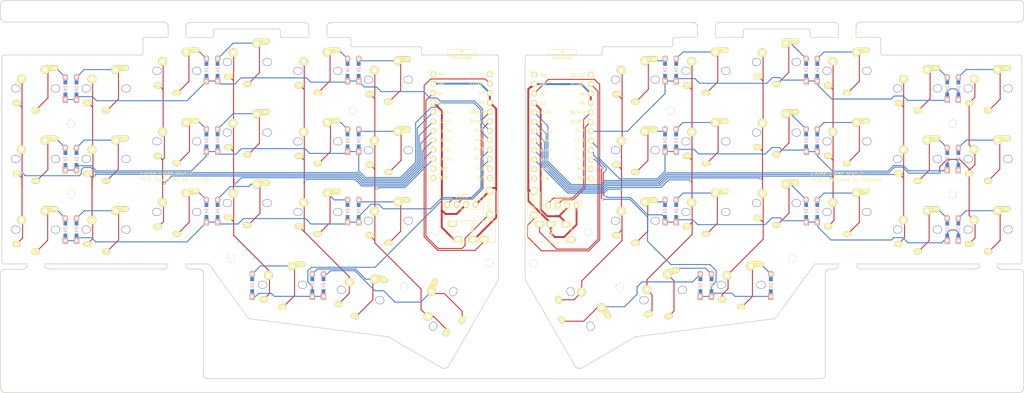
<source format=kicad_pcb>
(kicad_pcb (version 20171130) (host pcbnew "(5.1.5-0-10_14)")
  (title_block (title "Corne Light") (date 2018-12-26) (rev 2.1) (company foostan))
  (layers (0 F.Cu signal) (31 B.Cu signal) (34 B.Paste user) (35 F.Paste user) (36 B.SilkS user) (37 F.SilkS user) (38 B.Mask user) (39 F.Mask user) (44 Edge.Cuts user))
  (net 0 "")
  (net 1 row0)
  (net 2 "Net-(D1-Pad2)")
  (net 3 row1)
  (net 4 "Net-(D2-Pad2)")
  (net 5 row2)
  (net 6 "Net-(D3-Pad2)")
  (net 7 row3)
  (net 8 "Net-(D4-Pad2)")
  (net 9 "Net-(D5-Pad2)")
  (net 10 "Net-(D6-Pad2)")
  (net 11 "Net-(D7-Pad2)")
  (net 12 "Net-(D8-Pad2)")
  (net 13 "Net-(D9-Pad2)")
  (net 14 "Net-(D10-Pad2)")
  (net 15 "Net-(D11-Pad2)")
  (net 16 "Net-(D12-Pad2)")
  (net 17 "Net-(D13-Pad2)")
  (net 18 "Net-(D14-Pad2)")
  (net 19 "Net-(D15-Pad2)")
  (net 20 "Net-(D16-Pad2)")
  (net 21 "Net-(D17-Pad2)")
  (net 22 "Net-(D18-Pad2)")
  (net 23 "Net-(D19-Pad2)")
  (net 24 "Net-(D20-Pad2)")
  (net 25 "Net-(D21-Pad2)")
  (net 26 GND)
  (net 27 VCC)
  (net 28 col0)
  (net 29 col1)
  (net 30 col2)
  (net 31 col3)
  (net 32 col4)
  (net 33 col5)
  (net 34 LED)
  (net 35 data)
  (net 36 reset)
  (net 37 SCL)
  (net 38 SDA)
  (net 39 "Net-(U1-Pad14)")
  (net 40 "Net-(U1-Pad13)")
  (net 41 "Net-(U1-Pad12)")
  (net 42 "Net-(U1-Pad11)")
  (net 43 "Net-(J1-PadA)")
  (net 44 "Net-(U1-Pad24)")
  (net 45 "Net-(D22-Pad2)")
  (net 46 row0_r)
  (net 47 "Net-(D23-Pad2)")
  (net 48 "Net-(D24-Pad2)")
  (net 49 "Net-(D25-Pad2)")
  (net 50 "Net-(D26-Pad2)")
  (net 51 "Net-(D27-Pad2)")
  (net 52 row1_r)
  (net 53 "Net-(D28-Pad2)")
  (net 54 "Net-(D29-Pad2)")
  (net 55 "Net-(D30-Pad2)")
  (net 56 "Net-(D31-Pad2)")
  (net 57 "Net-(D32-Pad2)")
  (net 58 "Net-(D33-Pad2)")
  (net 59 row2_r)
  (net 60 "Net-(D34-Pad2)")
  (net 61 "Net-(D35-Pad2)")
  (net 62 "Net-(D36-Pad2)")
  (net 63 "Net-(D37-Pad2)")
  (net 64 "Net-(D38-Pad2)")
  (net 65 "Net-(D39-Pad2)")
  (net 66 "Net-(D40-Pad2)")
  (net 67 row3_r)
  (net 68 "Net-(D41-Pad2)")
  (net 69 "Net-(D42-Pad2)")
  (net 70 data_r)
  (net 71 "Net-(J6-PadA)")
  (net 72 SDA_r)
  (net 73 SCL_r)
  (net 74 LED_r)
  (net 75 reset_r)
  (net 76 col0_r)
  (net 77 col1_r)
  (net 78 col2_r)
  (net 79 col3_r)
  (net 80 col4_r)
  (net 81 col5_r)
  (net 82 "Net-(U2-Pad24)")
  (net 83 "Net-(U2-Pad14)")
  (net 84 "Net-(U2-Pad13)")
  (net 85 "Net-(U2-Pad12)")
  (net 86 "Net-(U2-Pad11)")
  (net 87 VDD)
  (net 88 GNDA)
  (module kbd:D3_TH (layer B.Cu) (at 30.1875 83.916875 90)
    (fp_text reference D13 hide)
    (fp_text value D hide)
    (pad 2 smd rect (at 1.775 0 270) (size 1.4 1) (layers B.Cu B.Paste B.Mask) (net 17 "Net-(D13-Pad2)"))
    (pad 1 smd rect (at -1.775 0 270) (size 1.4 1) (layers B.Cu B.Paste B.Mask) (net 5 row2))
    (pad 2 thru_hole oval (at 3 0 90) (size 1.778 1.397) (drill 0.8128) (layers *.Cu B.SilkS F.Mask) (net 17 "Net-(D13-Pad2)"))
    (pad 1 thru_hole rect (at -3 0 90) (size 1.778 1.397) (drill 0.8128) (layers *.Cu B.SilkS F.Mask) (net 5 row2))
  )
  (module kbd:D3_TH (layer B.Cu) (at 33.1875 83.92 90)
    (fp_text reference D14 hide)
    (fp_text value D hide)
    (pad 2 smd rect (at 1.775 0 270) (size 1.4 1) (layers B.Cu B.Paste B.Mask) (net 18 "Net-(D14-Pad2)"))
    (pad 1 smd rect (at -1.775 0 270) (size 1.4 1) (layers B.Cu B.Paste B.Mask) (net 5 row2))
    (pad 2 thru_hole oval (at 3 0 90) (size 1.778 1.397) (drill 0.8128) (layers *.Cu B.SilkS F.Mask) (net 18 "Net-(D14-Pad2)"))
    (pad 1 thru_hole rect (at -3 0 90) (size 1.778 1.397) (drill 0.8128) (layers *.Cu B.SilkS F.Mask) (net 5 row2))
  )
  (module kbd:D3_TH (layer B.Cu) (at 270.684847 83.920432 90)
    (fp_text reference D34 hide)
    (fp_text value D hide)
    (pad 2 smd rect (at 1.775 0 270) (size 1.4 1) (layers B.Cu B.Paste B.Mask) (net 60 "Net-(D34-Pad2)"))
    (pad 1 smd rect (at -1.775 0 270) (size 1.4 1) (layers B.Cu B.Paste B.Mask) (net 59 row2_r))
    (pad 2 thru_hole oval (at 3 0 90) (size 1.778 1.397) (drill 0.8128) (layers *.Cu B.SilkS F.Mask) (net 60 "Net-(D34-Pad2)"))
    (pad 1 thru_hole rect (at -3 0 90) (size 1.778 1.397) (drill 0.8128) (layers *.Cu B.SilkS F.Mask) (net 59 row2_r))
  )
  (module kbd:D3_TH (layer B.Cu) (at 109.1875 59.92 90)
    (fp_text reference D12 hide)
    (fp_text value D hide)
    (pad 2 smd rect (at 1.775 0 270) (size 1.4 1) (layers B.Cu B.Paste B.Mask) (net 16 "Net-(D12-Pad2)"))
    (pad 1 smd rect (at -1.775 0 270) (size 1.4 1) (layers B.Cu B.Paste B.Mask) (net 3 row1))
    (pad 2 thru_hole oval (at 3 0 90) (size 1.778 1.397) (drill 0.8128) (layers *.Cu B.SilkS F.Mask) (net 16 "Net-(D12-Pad2)"))
    (pad 1 thru_hole rect (at -3 0 90) (size 1.778 1.397) (drill 0.8128) (layers *.Cu B.SilkS F.Mask) (net 3 row1))
  )
  (module kbd:D3_TH (layer B.Cu) (at 191.684847 59.920432 90)
    (fp_text reference D33 hide)
    (fp_text value D hide)
    (pad 2 smd rect (at 1.775 0 270) (size 1.4 1) (layers B.Cu B.Paste B.Mask) (net 58 "Net-(D33-Pad2)"))
    (pad 1 smd rect (at -1.775 0 270) (size 1.4 1) (layers B.Cu B.Paste B.Mask) (net 52 row1_r))
    (pad 2 thru_hole oval (at 3 0 90) (size 1.778 1.397) (drill 0.8128) (layers *.Cu B.SilkS F.Mask) (net 58 "Net-(D33-Pad2)"))
    (pad 1 thru_hole rect (at -3 0 90) (size 1.778 1.397) (drill 0.8128) (layers *.Cu B.SilkS F.Mask) (net 52 row1_r))
  )
  (module kbd:D3_TH (layer B.Cu) (at 194.684847 59.920432 90)
    (fp_text reference D32 hide)
    (fp_text value D hide)
    (pad 2 smd rect (at 1.775 0 270) (size 1.4 1) (layers B.Cu B.Paste B.Mask) (net 57 "Net-(D32-Pad2)"))
    (pad 1 smd rect (at -1.775 0 270) (size 1.4 1) (layers B.Cu B.Paste B.Mask) (net 52 row1_r))
    (pad 2 thru_hole oval (at 3 0 90) (size 1.778 1.397) (drill 0.8128) (layers *.Cu B.SilkS F.Mask) (net 57 "Net-(D32-Pad2)"))
    (pad 1 thru_hole rect (at -3 0 90) (size 1.778 1.397) (drill 0.8128) (layers *.Cu B.SilkS F.Mask) (net 52 row1_r))
  )
  (module kbd:D3_TH (layer B.Cu) (at 229.684847 59.915432 90)
    (fp_text reference D31 hide)
    (fp_text value D hide)
    (pad 2 smd rect (at 1.775 0 270) (size 1.4 1) (layers B.Cu B.Paste B.Mask) (net 56 "Net-(D31-Pad2)"))
    (pad 1 smd rect (at -1.775 0 270) (size 1.4 1) (layers B.Cu B.Paste B.Mask) (net 52 row1_r))
    (pad 2 thru_hole oval (at 3 0 90) (size 1.778 1.397) (drill 0.8128) (layers *.Cu B.SilkS F.Mask) (net 56 "Net-(D31-Pad2)"))
    (pad 1 thru_hole rect (at -3 0 90) (size 1.778 1.397) (drill 0.8128) (layers *.Cu B.SilkS F.Mask) (net 52 row1_r))
  )
  (module kbd:D3_TH (layer B.Cu) (at 232.684847 59.920432 90)
    (fp_text reference D30 hide)
    (fp_text value D hide)
    (pad 2 smd rect (at 1.775 0 270) (size 1.4 1) (layers B.Cu B.Paste B.Mask) (net 55 "Net-(D30-Pad2)"))
    (pad 1 smd rect (at -1.775 0 270) (size 1.4 1) (layers B.Cu B.Paste B.Mask) (net 52 row1_r))
    (pad 2 thru_hole oval (at 3 0 90) (size 1.778 1.397) (drill 0.8128) (layers *.Cu B.SilkS F.Mask) (net 55 "Net-(D30-Pad2)"))
    (pad 1 thru_hole rect (at -3 0 90) (size 1.778 1.397) (drill 0.8128) (layers *.Cu B.SilkS F.Mask) (net 52 row1_r))
  )
  (module kbd:D3_TH (layer B.Cu) (at 267.684847 64.920432 90)
    (fp_text reference D29 hide)
    (fp_text value D hide)
    (pad 2 smd rect (at 1.775 0 270) (size 1.4 1) (layers B.Cu B.Paste B.Mask) (net 54 "Net-(D29-Pad2)"))
    (pad 1 smd rect (at -1.775 0 270) (size 1.4 1) (layers B.Cu B.Paste B.Mask) (net 52 row1_r))
    (pad 2 thru_hole oval (at 3 0 90) (size 1.778 1.397) (drill 0.8128) (layers *.Cu B.SilkS F.Mask) (net 54 "Net-(D29-Pad2)"))
    (pad 1 thru_hole rect (at -3 0 90) (size 1.778 1.397) (drill 0.8128) (layers *.Cu B.SilkS F.Mask) (net 52 row1_r))
  )
  (module kbd:D3_TH (layer B.Cu) (at 270.684847 64.920432 90)
    (fp_text reference D28 hide)
    (fp_text value D hide)
    (pad 2 smd rect (at 1.775 0 270) (size 1.4 1) (layers B.Cu B.Paste B.Mask) (net 53 "Net-(D28-Pad2)"))
    (pad 1 smd rect (at -1.775 0 270) (size 1.4 1) (layers B.Cu B.Paste B.Mask) (net 52 row1_r))
    (pad 2 thru_hole oval (at 3 0 90) (size 1.778 1.397) (drill 0.8128) (layers *.Cu B.SilkS F.Mask) (net 53 "Net-(D28-Pad2)"))
    (pad 1 thru_hole rect (at -3 0 90) (size 1.778 1.397) (drill 0.8128) (layers *.Cu B.SilkS F.Mask) (net 52 row1_r))
  )
  (module kbd:D3_TH (layer B.Cu) (at 191.684847 40.920432 90)
    (fp_text reference D27 hide)
    (fp_text value D hide)
    (pad 2 smd rect (at 1.775 0 270) (size 1.4 1) (layers B.Cu B.Paste B.Mask) (net 51 "Net-(D27-Pad2)"))
    (pad 1 smd rect (at -1.775 0 270) (size 1.4 1) (layers B.Cu B.Paste B.Mask) (net 46 row0_r))
    (pad 2 thru_hole oval (at 3 0 90) (size 1.778 1.397) (drill 0.8128) (layers *.Cu B.SilkS F.Mask) (net 51 "Net-(D27-Pad2)"))
    (pad 1 thru_hole rect (at -3 0 90) (size 1.778 1.397) (drill 0.8128) (layers *.Cu B.SilkS F.Mask) (net 46 row0_r))
  )
  (module kbd:D3_TH (layer B.Cu) (at 194.684847 40.920432 90)
    (fp_text reference D26 hide)
    (fp_text value D hide)
    (pad 2 smd rect (at 1.775 0 270) (size 1.4 1) (layers B.Cu B.Paste B.Mask) (net 50 "Net-(D26-Pad2)"))
    (pad 1 smd rect (at -1.775 0 270) (size 1.4 1) (layers B.Cu B.Paste B.Mask) (net 46 row0_r))
    (pad 2 thru_hole oval (at 3 0 90) (size 1.778 1.397) (drill 0.8128) (layers *.Cu B.SilkS F.Mask) (net 50 "Net-(D26-Pad2)"))
    (pad 1 thru_hole rect (at -3 0 90) (size 1.778 1.397) (drill 0.8128) (layers *.Cu B.SilkS F.Mask) (net 46 row0_r))
  )
  (module kbd:D3_TH (layer B.Cu) (at 229.684847 40.915432 90)
    (fp_text reference D25 hide)
    (fp_text value D hide)
    (pad 2 smd rect (at 1.775 0 270) (size 1.4 1) (layers B.Cu B.Paste B.Mask) (net 49 "Net-(D25-Pad2)"))
    (pad 1 smd rect (at -1.775 0 270) (size 1.4 1) (layers B.Cu B.Paste B.Mask) (net 46 row0_r))
    (pad 2 thru_hole oval (at 3 0 90) (size 1.778 1.397) (drill 0.8128) (layers *.Cu B.SilkS F.Mask) (net 49 "Net-(D25-Pad2)"))
    (pad 1 thru_hole rect (at -3 0 90) (size 1.778 1.397) (drill 0.8128) (layers *.Cu B.SilkS F.Mask) (net 46 row0_r))
  )
  (module kbd:D3_TH (layer B.Cu) (at 232.684847 40.920432 90)
    (fp_text reference D24 hide)
    (fp_text value D hide)
    (pad 2 smd rect (at 1.775 0 270) (size 1.4 1) (layers B.Cu B.Paste B.Mask) (net 48 "Net-(D24-Pad2)"))
    (pad 1 smd rect (at -1.775 0 270) (size 1.4 1) (layers B.Cu B.Paste B.Mask) (net 46 row0_r))
    (pad 2 thru_hole oval (at 3 0 90) (size 1.778 1.397) (drill 0.8128) (layers *.Cu B.SilkS F.Mask) (net 48 "Net-(D24-Pad2)"))
    (pad 1 thru_hole rect (at -3 0 90) (size 1.778 1.397) (drill 0.8128) (layers *.Cu B.SilkS F.Mask) (net 46 row0_r))
  )
  (module kbd:D3_TH (layer B.Cu) (at 267.684847 45.920432 90)
    (fp_text reference D23 hide)
    (fp_text value D hide)
    (pad 2 smd rect (at 1.775 0 270) (size 1.4 1) (layers B.Cu B.Paste B.Mask) (net 47 "Net-(D23-Pad2)"))
    (pad 1 smd rect (at -1.775 0 270) (size 1.4 1) (layers B.Cu B.Paste B.Mask) (net 46 row0_r))
    (pad 2 thru_hole oval (at 3 0 90) (size 1.778 1.397) (drill 0.8128) (layers *.Cu B.SilkS F.Mask) (net 47 "Net-(D23-Pad2)"))
    (pad 1 thru_hole rect (at -3 0 90) (size 1.778 1.397) (drill 0.8128) (layers *.Cu B.SilkS F.Mask) (net 46 row0_r))
  )
  (module kbd:D3_TH (layer B.Cu) (at 270.684847 45.920432 90)
    (fp_text reference D22 hide)
    (fp_text value D hide)
    (pad 2 smd rect (at 1.775 0 270) (size 1.4 1) (layers B.Cu B.Paste B.Mask) (net 45 "Net-(D22-Pad2)"))
    (pad 1 smd rect (at -1.775 0 270) (size 1.4 1) (layers B.Cu B.Paste B.Mask) (net 46 row0_r))
    (pad 2 thru_hole oval (at 3 0 90) (size 1.778 1.397) (drill 0.8128) (layers *.Cu B.SilkS F.Mask) (net 45 "Net-(D22-Pad2)"))
    (pad 1 thru_hole rect (at -3 0 90) (size 1.778 1.397) (drill 0.8128) (layers *.Cu B.SilkS F.Mask) (net 46 row0_r))
  )
  (module kbd:D3_TH (layer B.Cu) (at 201.194847 98.915432 90)
    (fp_text reference D42 hide)
    (fp_text value D hide)
    (pad 2 smd rect (at 1.775 0 270) (size 1.4 1) (layers B.Cu B.Paste B.Mask) (net 69 "Net-(D42-Pad2)"))
    (pad 1 smd rect (at -1.775 0 270) (size 1.4 1) (layers B.Cu B.Paste B.Mask) (net 67 row3_r))
    (pad 2 thru_hole oval (at 3 0 90) (size 1.778 1.397) (drill 0.8128) (layers *.Cu B.SilkS F.Mask) (net 69 "Net-(D42-Pad2)"))
    (pad 1 thru_hole rect (at -3 0 90) (size 1.778 1.397) (drill 0.8128) (layers *.Cu B.SilkS F.Mask) (net 67 row3_r))
  )
  (module kbd:D3_TH (layer B.Cu) (at 204.194847 98.915432 90)
    (fp_text reference D41 hide)
    (fp_text value D hide)
    (pad 2 smd rect (at 1.775 0 270) (size 1.4 1) (layers B.Cu B.Paste B.Mask) (net 68 "Net-(D41-Pad2)"))
    (pad 1 smd rect (at -1.775 0 270) (size 1.4 1) (layers B.Cu B.Paste B.Mask) (net 67 row3_r))
    (pad 2 thru_hole oval (at 3 0 90) (size 1.778 1.397) (drill 0.8128) (layers *.Cu B.SilkS F.Mask) (net 68 "Net-(D41-Pad2)"))
    (pad 1 thru_hole rect (at -3 0 90) (size 1.778 1.397) (drill 0.8128) (layers *.Cu B.SilkS F.Mask) (net 67 row3_r))
  )
  (module kbd:D3_TH (layer B.Cu) (at 220.184847 98.930432 90)
    (fp_text reference D40 hide)
    (fp_text value D hide)
    (pad 2 smd rect (at 1.775 0 270) (size 1.4 1) (layers B.Cu B.Paste B.Mask) (net 66 "Net-(D40-Pad2)"))
    (pad 1 smd rect (at -1.775 0 270) (size 1.4 1) (layers B.Cu B.Paste B.Mask) (net 67 row3_r))
    (pad 2 thru_hole oval (at 3 0 90) (size 1.778 1.397) (drill 0.8128) (layers *.Cu B.SilkS F.Mask) (net 66 "Net-(D40-Pad2)"))
    (pad 1 thru_hole rect (at -3 0 90) (size 1.778 1.397) (drill 0.8128) (layers *.Cu B.SilkS F.Mask) (net 67 row3_r))
  )
  (module kbd:D3_TH (layer B.Cu) (at 191.684847 78.920432 90)
    (fp_text reference D39 hide)
    (fp_text value D hide)
    (pad 2 smd rect (at 1.775 0 270) (size 1.4 1) (layers B.Cu B.Paste B.Mask) (net 65 "Net-(D39-Pad2)"))
    (pad 1 smd rect (at -1.775 0 270) (size 1.4 1) (layers B.Cu B.Paste B.Mask) (net 59 row2_r))
    (pad 2 thru_hole oval (at 3 0 90) (size 1.778 1.397) (drill 0.8128) (layers *.Cu B.SilkS F.Mask) (net 65 "Net-(D39-Pad2)"))
    (pad 1 thru_hole rect (at -3 0 90) (size 1.778 1.397) (drill 0.8128) (layers *.Cu B.SilkS F.Mask) (net 59 row2_r))
  )
  (module kbd:D3_TH (layer B.Cu) (at 194.684847 78.920432 90)
    (fp_text reference D38 hide)
    (fp_text value D hide)
    (pad 2 smd rect (at 1.775 0 270) (size 1.4 1) (layers B.Cu B.Paste B.Mask) (net 64 "Net-(D38-Pad2)"))
    (pad 1 smd rect (at -1.775 0 270) (size 1.4 1) (layers B.Cu B.Paste B.Mask) (net 59 row2_r))
    (pad 2 thru_hole oval (at 3 0 90) (size 1.778 1.397) (drill 0.8128) (layers *.Cu B.SilkS F.Mask) (net 64 "Net-(D38-Pad2)"))
    (pad 1 thru_hole rect (at -3 0 90) (size 1.778 1.397) (drill 0.8128) (layers *.Cu B.SilkS F.Mask) (net 59 row2_r))
  )
  (module kbd:D3_TH (layer B.Cu) (at 229.684847 78.915432 90)
    (fp_text reference D37 hide)
    (fp_text value D hide)
    (pad 2 smd rect (at 1.775 0 270) (size 1.4 1) (layers B.Cu B.Paste B.Mask) (net 63 "Net-(D37-Pad2)"))
    (pad 1 smd rect (at -1.775 0 270) (size 1.4 1) (layers B.Cu B.Paste B.Mask) (net 59 row2_r))
    (pad 2 thru_hole oval (at 3 0 90) (size 1.778 1.397) (drill 0.8128) (layers *.Cu B.SilkS F.Mask) (net 63 "Net-(D37-Pad2)"))
    (pad 1 thru_hole rect (at -3 0 90) (size 1.778 1.397) (drill 0.8128) (layers *.Cu B.SilkS F.Mask) (net 59 row2_r))
  )
  (module kbd:D3_TH (layer B.Cu) (at 232.684847 78.920432 90)
    (fp_text reference D36 hide)
    (fp_text value D hide)
    (pad 2 smd rect (at 1.775 0 270) (size 1.4 1) (layers B.Cu B.Paste B.Mask) (net 62 "Net-(D36-Pad2)"))
    (pad 1 smd rect (at -1.775 0 270) (size 1.4 1) (layers B.Cu B.Paste B.Mask) (net 59 row2_r))
    (pad 2 thru_hole oval (at 3 0 90) (size 1.778 1.397) (drill 0.8128) (layers *.Cu B.SilkS F.Mask) (net 62 "Net-(D36-Pad2)"))
    (pad 1 thru_hole rect (at -3 0 90) (size 1.778 1.397) (drill 0.8128) (layers *.Cu B.SilkS F.Mask) (net 59 row2_r))
  )
  (module kbd:D3_TH (layer B.Cu) (at 267.684847 83.920432 90)
    (fp_text reference D35 hide)
    (fp_text value D hide)
    (pad 2 smd rect (at 1.775 0 270) (size 1.4 1) (layers B.Cu B.Paste B.Mask) (net 61 "Net-(D35-Pad2)"))
    (pad 1 smd rect (at -1.775 0 270) (size 1.4 1) (layers B.Cu B.Paste B.Mask) (net 59 row2_r))
    (pad 2 thru_hole oval (at 3 0 90) (size 1.778 1.397) (drill 0.8128) (layers *.Cu B.SilkS F.Mask) (net 61 "Net-(D35-Pad2)"))
    (pad 1 thru_hole rect (at -3 0 90) (size 1.778 1.397) (drill 0.8128) (layers *.Cu B.SilkS F.Mask) (net 59 row2_r))
  )
  (module kbd:D3_TH (layer B.Cu) (at 30.1875 45.916875 90)
    (fp_text reference D1 hide)
    (fp_text value D hide)
    (pad 2 smd rect (at 1.775 0 270) (size 1.4 1) (layers B.Cu B.Paste B.Mask) (net 2 "Net-(D1-Pad2)"))
    (pad 1 smd rect (at -1.775 0 270) (size 1.4 1) (layers B.Cu B.Paste B.Mask) (net 1 row0))
    (pad 2 thru_hole oval (at 3 0 90) (size 1.778 1.397) (drill 0.8128) (layers *.Cu B.SilkS F.Mask) (net 2 "Net-(D1-Pad2)"))
    (pad 1 thru_hole rect (at -3 0 90) (size 1.778 1.397) (drill 0.8128) (layers *.Cu B.SilkS F.Mask) (net 1 row0))
  )
  (module kbd:D3_TH (layer B.Cu) (at 33.1875 45.92 90)
    (fp_text reference D2 hide)
    (fp_text value D hide)
    (pad 2 smd rect (at 1.775 0 270) (size 1.4 1) (layers B.Cu B.Paste B.Mask) (net 4 "Net-(D2-Pad2)"))
    (pad 1 smd rect (at -1.775 0 270) (size 1.4 1) (layers B.Cu B.Paste B.Mask) (net 1 row0))
    (pad 2 thru_hole oval (at 3 0 90) (size 1.778 1.397) (drill 0.8128) (layers *.Cu B.SilkS F.Mask) (net 4 "Net-(D2-Pad2)"))
    (pad 1 thru_hole rect (at -3 0 90) (size 1.778 1.397) (drill 0.8128) (layers *.Cu B.SilkS F.Mask) (net 1 row0))
  )
  (module kbd:D3_TH (layer B.Cu) (at 68.1875 40.92 90)
    (fp_text reference D3 hide)
    (fp_text value D hide)
    (pad 2 smd rect (at 1.775 0 270) (size 1.4 1) (layers B.Cu B.Paste B.Mask) (net 6 "Net-(D3-Pad2)"))
    (pad 1 smd rect (at -1.775 0 270) (size 1.4 1) (layers B.Cu B.Paste B.Mask) (net 1 row0))
    (pad 2 thru_hole oval (at 3 0 90) (size 1.778 1.397) (drill 0.8128) (layers *.Cu B.SilkS F.Mask) (net 6 "Net-(D3-Pad2)"))
    (pad 1 thru_hole rect (at -3 0 90) (size 1.778 1.397) (drill 0.8128) (layers *.Cu B.SilkS F.Mask) (net 1 row0))
  )
  (module kbd:D3_TH (layer B.Cu) (at 71.1875 40.915 90)
    (fp_text reference D4 hide)
    (fp_text value D hide)
    (pad 2 smd rect (at 1.775 0 270) (size 1.4 1) (layers B.Cu B.Paste B.Mask) (net 8 "Net-(D4-Pad2)"))
    (pad 1 smd rect (at -1.775 0 270) (size 1.4 1) (layers B.Cu B.Paste B.Mask) (net 1 row0))
    (pad 2 thru_hole oval (at 3 0 90) (size 1.778 1.397) (drill 0.8128) (layers *.Cu B.SilkS F.Mask) (net 8 "Net-(D4-Pad2)"))
    (pad 1 thru_hole rect (at -3 0 90) (size 1.778 1.397) (drill 0.8128) (layers *.Cu B.SilkS F.Mask) (net 1 row0))
  )
  (module kbd:D3_TH (layer B.Cu) (at 106.1875 40.92 90)
    (fp_text reference D5 hide)
    (fp_text value D hide)
    (pad 2 smd rect (at 1.775 0 270) (size 1.4 1) (layers B.Cu B.Paste B.Mask) (net 9 "Net-(D5-Pad2)"))
    (pad 1 smd rect (at -1.775 0 270) (size 1.4 1) (layers B.Cu B.Paste B.Mask) (net 1 row0))
    (pad 2 thru_hole oval (at 3 0 90) (size 1.778 1.397) (drill 0.8128) (layers *.Cu B.SilkS F.Mask) (net 9 "Net-(D5-Pad2)"))
    (pad 1 thru_hole rect (at -3 0 90) (size 1.778 1.397) (drill 0.8128) (layers *.Cu B.SilkS F.Mask) (net 1 row0))
  )
  (module kbd:D3_TH (layer B.Cu) (at 109.1875 40.92 90)
    (fp_text reference D6 hide)
    (fp_text value D hide)
    (pad 2 smd rect (at 1.775 0 270) (size 1.4 1) (layers B.Cu B.Paste B.Mask) (net 10 "Net-(D6-Pad2)"))
    (pad 1 smd rect (at -1.775 0 270) (size 1.4 1) (layers B.Cu B.Paste B.Mask) (net 1 row0))
    (pad 2 thru_hole oval (at 3 0 90) (size 1.778 1.397) (drill 0.8128) (layers *.Cu B.SilkS F.Mask) (net 10 "Net-(D6-Pad2)"))
    (pad 1 thru_hole rect (at -3 0 90) (size 1.778 1.397) (drill 0.8128) (layers *.Cu B.SilkS F.Mask) (net 1 row0))
  )
  (module kbd:D3_TH (layer B.Cu) (at 30.1875 64.916875 90)
    (fp_text reference D7 hide)
    (fp_text value D hide)
    (pad 2 smd rect (at 1.775 0 270) (size 1.4 1) (layers B.Cu B.Paste B.Mask) (net 11 "Net-(D7-Pad2)"))
    (pad 1 smd rect (at -1.775 0 270) (size 1.4 1) (layers B.Cu B.Paste B.Mask) (net 3 row1))
    (pad 2 thru_hole oval (at 3 0 90) (size 1.778 1.397) (drill 0.8128) (layers *.Cu B.SilkS F.Mask) (net 11 "Net-(D7-Pad2)"))
    (pad 1 thru_hole rect (at -3 0 90) (size 1.778 1.397) (drill 0.8128) (layers *.Cu B.SilkS F.Mask) (net 3 row1))
  )
  (module kbd:D3_TH (layer B.Cu) (at 33.1875 64.92 90)
    (fp_text reference D8 hide)
    (fp_text value D hide)
    (pad 2 smd rect (at 1.775 0 270) (size 1.4 1) (layers B.Cu B.Paste B.Mask) (net 12 "Net-(D8-Pad2)"))
    (pad 1 smd rect (at -1.775 0 270) (size 1.4 1) (layers B.Cu B.Paste B.Mask) (net 3 row1))
    (pad 2 thru_hole oval (at 3 0 90) (size 1.778 1.397) (drill 0.8128) (layers *.Cu B.SilkS F.Mask) (net 12 "Net-(D8-Pad2)"))
    (pad 1 thru_hole rect (at -3 0 90) (size 1.778 1.397) (drill 0.8128) (layers *.Cu B.SilkS F.Mask) (net 3 row1))
  )
  (module kbd:D3_TH (layer B.Cu) (at 68.1875 59.92 90)
    (fp_text reference D9 hide)
    (fp_text value D hide)
    (pad 2 smd rect (at 1.775 0 270) (size 1.4 1) (layers B.Cu B.Paste B.Mask) (net 13 "Net-(D9-Pad2)"))
    (pad 1 smd rect (at -1.775 0 270) (size 1.4 1) (layers B.Cu B.Paste B.Mask) (net 3 row1))
    (pad 2 thru_hole oval (at 3 0 90) (size 1.778 1.397) (drill 0.8128) (layers *.Cu B.SilkS F.Mask) (net 13 "Net-(D9-Pad2)"))
    (pad 1 thru_hole rect (at -3 0 90) (size 1.778 1.397) (drill 0.8128) (layers *.Cu B.SilkS F.Mask) (net 3 row1))
  )
  (module kbd:D3_TH (layer B.Cu) (at 71.1875 59.915 90)
    (fp_text reference D10 hide)
    (fp_text value D hide)
    (pad 2 smd rect (at 1.775 0 270) (size 1.4 1) (layers B.Cu B.Paste B.Mask) (net 14 "Net-(D10-Pad2)"))
    (pad 1 smd rect (at -1.775 0 270) (size 1.4 1) (layers B.Cu B.Paste B.Mask) (net 3 row1))
    (pad 2 thru_hole oval (at 3 0 90) (size 1.778 1.397) (drill 0.8128) (layers *.Cu B.SilkS F.Mask) (net 14 "Net-(D10-Pad2)"))
    (pad 1 thru_hole rect (at -3 0 90) (size 1.778 1.397) (drill 0.8128) (layers *.Cu B.SilkS F.Mask) (net 3 row1))
  )
  (module kbd:D3_TH (layer B.Cu) (at 106.1875 59.92 90)
    (fp_text reference D11 hide)
    (fp_text value D hide)
    (pad 2 smd rect (at 1.775 0 270) (size 1.4 1) (layers B.Cu B.Paste B.Mask) (net 15 "Net-(D11-Pad2)"))
    (pad 1 smd rect (at -1.775 0 270) (size 1.4 1) (layers B.Cu B.Paste B.Mask) (net 3 row1))
    (pad 2 thru_hole oval (at 3 0 90) (size 1.778 1.397) (drill 0.8128) (layers *.Cu B.SilkS F.Mask) (net 15 "Net-(D11-Pad2)"))
    (pad 1 thru_hole rect (at -3 0 90) (size 1.778 1.397) (drill 0.8128) (layers *.Cu B.SilkS F.Mask) (net 3 row1))
  )
  (module kbd:D3_TH (layer B.Cu) (at 68.1875 78.92 90)
    (fp_text reference D15 hide)
    (fp_text value D hide)
    (pad 2 smd rect (at 1.775 0 270) (size 1.4 1) (layers B.Cu B.Paste B.Mask) (net 19 "Net-(D15-Pad2)"))
    (pad 1 smd rect (at -1.775 0 270) (size 1.4 1) (layers B.Cu B.Paste B.Mask) (net 5 row2))
    (pad 2 thru_hole oval (at 3 0 90) (size 1.778 1.397) (drill 0.8128) (layers *.Cu B.SilkS F.Mask) (net 19 "Net-(D15-Pad2)"))
    (pad 1 thru_hole rect (at -3 0 90) (size 1.778 1.397) (drill 0.8128) (layers *.Cu B.SilkS F.Mask) (net 5 row2))
  )
  (module kbd:D3_TH (layer B.Cu) (at 71.1875 78.915 90)
    (fp_text reference D16 hide)
    (fp_text value D hide)
    (pad 2 smd rect (at 1.775 0 270) (size 1.4 1) (layers B.Cu B.Paste B.Mask) (net 20 "Net-(D16-Pad2)"))
    (pad 1 smd rect (at -1.775 0 270) (size 1.4 1) (layers B.Cu B.Paste B.Mask) (net 5 row2))
    (pad 2 thru_hole oval (at 3 0 90) (size 1.778 1.397) (drill 0.8128) (layers *.Cu B.SilkS F.Mask) (net 20 "Net-(D16-Pad2)"))
    (pad 1 thru_hole rect (at -3 0 90) (size 1.778 1.397) (drill 0.8128) (layers *.Cu B.SilkS F.Mask) (net 5 row2))
  )
  (module kbd:D3_TH (layer B.Cu) (at 106.1875 78.92 90)
    (fp_text reference D17 hide)
    (fp_text value D hide)
    (pad 2 smd rect (at 1.775 0 270) (size 1.4 1) (layers B.Cu B.Paste B.Mask) (net 21 "Net-(D17-Pad2)"))
    (pad 1 smd rect (at -1.775 0 270) (size 1.4 1) (layers B.Cu B.Paste B.Mask) (net 5 row2))
    (pad 2 thru_hole oval (at 3 0 90) (size 1.778 1.397) (drill 0.8128) (layers *.Cu B.SilkS F.Mask) (net 21 "Net-(D17-Pad2)"))
    (pad 1 thru_hole rect (at -3 0 90) (size 1.778 1.397) (drill 0.8128) (layers *.Cu B.SilkS F.Mask) (net 5 row2))
  )
  (module kbd:D3_TH (layer B.Cu) (at 109.1875 78.92 90)
    (fp_text reference D18 hide)
    (fp_text value D hide)
    (pad 2 smd rect (at 1.775 0 270) (size 1.4 1) (layers B.Cu B.Paste B.Mask) (net 22 "Net-(D18-Pad2)"))
    (pad 1 smd rect (at -1.775 0 270) (size 1.4 1) (layers B.Cu B.Paste B.Mask) (net 5 row2))
    (pad 2 thru_hole oval (at 3 0 90) (size 1.778 1.397) (drill 0.8128) (layers *.Cu B.SilkS F.Mask) (net 22 "Net-(D18-Pad2)"))
    (pad 1 thru_hole rect (at -3 0 90) (size 1.778 1.397) (drill 0.8128) (layers *.Cu B.SilkS F.Mask) (net 5 row2))
  )
  (module kbd:D3_TH (layer B.Cu) (at 80.5075 98.91 90)
    (fp_text reference D19 hide)
    (fp_text value D hide)
    (pad 2 smd rect (at 1.775 0 270) (size 1.4 1) (layers B.Cu B.Paste B.Mask) (net 23 "Net-(D19-Pad2)"))
    (pad 1 smd rect (at -1.775 0 270) (size 1.4 1) (layers B.Cu B.Paste B.Mask) (net 7 row3))
    (pad 2 thru_hole oval (at 3 0 90) (size 1.778 1.397) (drill 0.8128) (layers *.Cu B.SilkS F.Mask) (net 23 "Net-(D19-Pad2)"))
    (pad 1 thru_hole rect (at -3 0 90) (size 1.778 1.397) (drill 0.8128) (layers *.Cu B.SilkS F.Mask) (net 7 row3))
  )
  (module kbd:D3_TH (layer B.Cu) (at 96.6875 98.905 90)
    (fp_text reference D20 hide)
    (fp_text value D hide)
    (pad 2 smd rect (at 1.775 0 270) (size 1.4 1) (layers B.Cu B.Paste B.Mask) (net 24 "Net-(D20-Pad2)"))
    (pad 1 smd rect (at -1.775 0 270) (size 1.4 1) (layers B.Cu B.Paste B.Mask) (net 7 row3))
    (pad 2 thru_hole oval (at 3 0 90) (size 1.778 1.397) (drill 0.8128) (layers *.Cu B.SilkS F.Mask) (net 24 "Net-(D20-Pad2)"))
    (pad 1 thru_hole rect (at -3 0 90) (size 1.778 1.397) (drill 0.8128) (layers *.Cu B.SilkS F.Mask) (net 7 row3))
  )
  (module kbd:D3_TH (layer B.Cu) (at 99.6875 98.905 90)
    (fp_text reference D21 hide)
    (fp_text value D hide)
    (pad 2 smd rect (at 1.775 0 270) (size 1.4 1) (layers B.Cu B.Paste B.Mask) (net 25 "Net-(D21-Pad2)"))
    (pad 1 smd rect (at -1.775 0 270) (size 1.4 1) (layers B.Cu B.Paste B.Mask) (net 7 row3))
    (pad 2 thru_hole oval (at 3 0 90) (size 1.778 1.397) (drill 0.8128) (layers *.Cu B.SilkS F.Mask) (net 25 "Net-(D21-Pad2)"))
    (pad 1 thru_hole rect (at -3 0 90) (size 1.778 1.397) (drill 0.8128) (layers *.Cu B.SilkS F.Mask) (net 7 row3))
  )
  (module kbd:CherryMX_ChocV2_1u (layer F.Cu) (at 183.684847 62.545432)
    (fp_text reference SW33 hide)
    (fp_text value SW_PUSH hide)
    (pad 2 thru_hole circle (at 2.54 -5.08) (size 2.4 2.4) (drill 1.2) (layers *.Cu F.SilkS B.Mask) (net 58 "Net-(D33-Pad2)"))
    (pad 2 thru_hole oval (at 5 -5.55 0.5) (size 4.4 1.5) (drill oval 1 0.3 (offset -1.1 0)) (layers *.Cu F.SilkS B.Mask) (net 58 "Net-(D33-Pad2)"))
    (pad 1 thru_hole oval (at -5.1 3.9) (size 2.2 1.6) (drill oval 1 0.4) (layers *.Cu F.SilkS B.Mask) (net 81 col5_r))
    (pad "" np_thru_hole circle (at 0 0 90) (size 5 5) (drill 5) (layers *.Cu *.Mask))
    (pad "" np_thru_hole circle (at -5.5 0 90) (size 2.1 2.1) (drill 1.9) (layers *.Cu))
    (pad "" np_thru_hole circle (at 5.5 0 90) (size 2.1 2.1) (drill 1.9) (layers *.Cu))
    (pad 2 thru_hole oval (at 0 5.9) (size 2.2 1.5) (drill oval 1 0.3) (layers *.Cu F.SilkS B.Mask) (net 58 "Net-(D33-Pad2)"))
    (pad 1 thru_hole circle (at -3.81 -2.54) (size 2.4 2.4) (drill 1.2) (layers *.Cu F.SilkS B.Mask) (net 81 col5_r))
    (pad "" np_thru_hole circle (at 5.08 0) (size 1.9 1.9) (drill 1.7) (layers *.Cu))
    (pad "" np_thru_hole circle (at -5.08 0) (size 1.9 1.9) (drill 1.7) (layers *.Cu))
  )
  (module kbd:CherryMX_ChocV2_1u (layer F.Cu) (at 191.184847 101.545432 15)
    (fp_text reference SW41 hide)
    (fp_text value SW_PUSH hide)
    (pad 2 thru_hole circle (at 2.54 -5.08 15) (size 2.4 2.4) (drill 1.2) (layers *.Cu F.SilkS B.Mask) (net 68 "Net-(D41-Pad2)"))
    (pad 2 thru_hole oval (at 5 -5.55 15.5) (size 4.4 1.5) (drill oval 1 0.3 (offset -1.1 0)) (layers *.Cu F.SilkS B.Mask) (net 68 "Net-(D41-Pad2)"))
    (pad 1 thru_hole oval (at -5.1 3.9 15) (size 2.2 1.6) (drill oval 1 0.4) (layers *.Cu F.SilkS B.Mask) (net 80 col4_r))
    (pad "" np_thru_hole circle (at 0 0 105) (size 5 5) (drill 5) (layers *.Cu *.Mask))
    (pad "" np_thru_hole circle (at -5.5 0 105) (size 2.1 2.1) (drill 1.9) (layers *.Cu))
    (pad "" np_thru_hole circle (at 5.5 0 105) (size 2.1 2.1) (drill 1.9) (layers *.Cu))
    (pad 2 thru_hole oval (at 0 5.9 15) (size 2.2 1.5) (drill oval 1 0.3) (layers *.Cu F.SilkS B.Mask) (net 68 "Net-(D41-Pad2)"))
    (pad 1 thru_hole circle (at -3.81 -2.54 15) (size 2.4 2.4) (drill 1.2) (layers *.Cu F.SilkS B.Mask) (net 80 col4_r))
    (pad "" np_thru_hole circle (at 5.08 0 15) (size 1.9 1.9) (drill 1.7) (layers *.Cu))
    (pad "" np_thru_hole circle (at -5.08 0 15) (size 1.9 1.9) (drill 1.7) (layers *.Cu))
  )
  (module kbd:CherryMX_ChocV2_1u (layer F.Cu) (at 41.1875 64.92)
    (fp_text reference SW8 hide)
    (fp_text value SW_PUSH hide)
    (pad 2 thru_hole circle (at 2.54 -5.08) (size 2.4 2.4) (drill 1.2) (layers *.Cu F.SilkS B.Mask) (net 12 "Net-(D8-Pad2)"))
    (pad 2 thru_hole oval (at 5 -5.55 0.5) (size 4.4 1.5) (drill oval 1 0.3 (offset -1.1 0)) (layers *.Cu F.SilkS B.Mask) (net 12 "Net-(D8-Pad2)"))
    (pad 1 thru_hole oval (at -5.1 3.9) (size 2.2 1.6) (drill oval 1 0.4) (layers *.Cu F.SilkS B.Mask) (net 29 col1))
    (pad "" np_thru_hole circle (at 0 0 90) (size 5 5) (drill 5) (layers *.Cu *.Mask))
    (pad "" np_thru_hole circle (at -5.5 0 90) (size 2.1 2.1) (drill 1.9) (layers *.Cu))
    (pad "" np_thru_hole circle (at 5.5 0 90) (size 2.1 2.1) (drill 1.9) (layers *.Cu))
    (pad 2 thru_hole oval (at 0 5.9) (size 2.2 1.5) (drill oval 1 0.3) (layers *.Cu F.SilkS B.Mask) (net 12 "Net-(D8-Pad2)"))
    (pad 1 thru_hole circle (at -3.81 -2.54) (size 2.4 2.4) (drill 1.2) (layers *.Cu F.SilkS B.Mask) (net 29 col1))
    (pad "" np_thru_hole circle (at 5.08 0) (size 1.9 1.9) (drill 1.7) (layers *.Cu))
    (pad "" np_thru_hole circle (at -5.08 0) (size 1.9 1.9) (drill 1.7) (layers *.Cu))
  )
  (module kbd:CherryMX_ChocV2_1u (layer F.Cu) (at 22.1875 64.92)
    (fp_text reference SW7 hide)
    (fp_text value SW_PUSH hide)
    (pad 2 thru_hole circle (at 2.54 -5.08) (size 2.4 2.4) (drill 1.2) (layers *.Cu F.SilkS B.Mask) (net 11 "Net-(D7-Pad2)"))
    (pad 2 thru_hole oval (at 5 -5.55 0.5) (size 4.4 1.5) (drill oval 1 0.3 (offset -1.1 0)) (layers *.Cu F.SilkS B.Mask) (net 11 "Net-(D7-Pad2)"))
    (pad 1 thru_hole oval (at -5.1 3.9) (size 2.2 1.6) (drill oval 1 0.4) (layers *.Cu F.SilkS B.Mask) (net 28 col0))
    (pad "" np_thru_hole circle (at 0 0 90) (size 5 5) (drill 5) (layers *.Cu *.Mask))
    (pad "" np_thru_hole circle (at -5.5 0 90) (size 2.1 2.1) (drill 1.9) (layers *.Cu))
    (pad "" np_thru_hole circle (at 5.5 0 90) (size 2.1 2.1) (drill 1.9) (layers *.Cu))
    (pad 2 thru_hole oval (at 0 5.9) (size 2.2 1.5) (drill oval 1 0.3) (layers *.Cu F.SilkS B.Mask) (net 11 "Net-(D7-Pad2)"))
    (pad 1 thru_hole circle (at -3.81 -2.54) (size 2.4 2.4) (drill 1.2) (layers *.Cu F.SilkS B.Mask) (net 28 col0))
    (pad "" np_thru_hole circle (at 5.08 0) (size 1.9 1.9) (drill 1.7) (layers *.Cu))
    (pad "" np_thru_hole circle (at -5.08 0) (size 1.9 1.9) (drill 1.7) (layers *.Cu))
  )
  (module kbd:CherryMX_ChocV2_1u (layer F.Cu) (at 22.1875 45.92)
    (fp_text reference SW1 hide)
    (fp_text value SW_PUSH hide)
    (pad 2 thru_hole circle (at 2.54 -5.08) (size 2.4 2.4) (drill 1.2) (layers *.Cu F.SilkS B.Mask) (net 2 "Net-(D1-Pad2)"))
    (pad 2 thru_hole oval (at 5 -5.55 0.5) (size 4.4 1.5) (drill oval 1 0.3 (offset -1.1 0)) (layers *.Cu F.SilkS B.Mask) (net 2 "Net-(D1-Pad2)"))
    (pad 1 thru_hole oval (at -5.1 3.9) (size 2.2 1.6) (drill oval 1 0.4) (layers *.Cu F.SilkS B.Mask) (net 28 col0))
    (pad "" np_thru_hole circle (at 0 0 90) (size 5 5) (drill 5) (layers *.Cu *.Mask))
    (pad "" np_thru_hole circle (at -5.5 0 90) (size 2.1 2.1) (drill 1.9) (layers *.Cu))
    (pad "" np_thru_hole circle (at 5.5 0 90) (size 2.1 2.1) (drill 1.9) (layers *.Cu))
    (pad 2 thru_hole oval (at 0 5.9) (size 2.2 1.5) (drill oval 1 0.3) (layers *.Cu F.SilkS B.Mask) (net 2 "Net-(D1-Pad2)"))
    (pad 1 thru_hole circle (at -3.81 -2.54) (size 2.4 2.4) (drill 1.2) (layers *.Cu F.SilkS B.Mask) (net 28 col0))
    (pad "" np_thru_hole circle (at 5.08 0) (size 1.9 1.9) (drill 1.7) (layers *.Cu))
    (pad "" np_thru_hole circle (at -5.08 0) (size 1.9 1.9) (drill 1.7) (layers *.Cu))
  )
  (module kbd:CherryMX_ChocV2_1u (layer F.Cu) (at 41.1875 45.92)
    (fp_text reference SW2 hide)
    (fp_text value SW_PUSH hide)
    (pad 2 thru_hole circle (at 2.54 -5.08) (size 2.4 2.4) (drill 1.2) (layers *.Cu F.SilkS B.Mask) (net 4 "Net-(D2-Pad2)"))
    (pad 2 thru_hole oval (at 5 -5.55 0.5) (size 4.4 1.5) (drill oval 1 0.3 (offset -1.1 0)) (layers *.Cu F.SilkS B.Mask) (net 4 "Net-(D2-Pad2)"))
    (pad 1 thru_hole oval (at -5.1 3.9) (size 2.2 1.6) (drill oval 1 0.4) (layers *.Cu F.SilkS B.Mask) (net 29 col1))
    (pad "" np_thru_hole circle (at 0 0 90) (size 5 5) (drill 5) (layers *.Cu *.Mask))
    (pad "" np_thru_hole circle (at -5.5 0 90) (size 2.1 2.1) (drill 1.9) (layers *.Cu))
    (pad "" np_thru_hole circle (at 5.5 0 90) (size 2.1 2.1) (drill 1.9) (layers *.Cu))
    (pad 2 thru_hole oval (at 0 5.9) (size 2.2 1.5) (drill oval 1 0.3) (layers *.Cu F.SilkS B.Mask) (net 4 "Net-(D2-Pad2)"))
    (pad 1 thru_hole circle (at -3.81 -2.54) (size 2.4 2.4) (drill 1.2) (layers *.Cu F.SilkS B.Mask) (net 29 col1))
    (pad "" np_thru_hole circle (at 5.08 0) (size 1.9 1.9) (drill 1.7) (layers *.Cu))
    (pad "" np_thru_hole circle (at -5.08 0) (size 1.9 1.9) (drill 1.7) (layers *.Cu))
  )
  (module kbd:CherryMX_ChocV2_1u (layer F.Cu) (at 221.684847 76.795432)
    (fp_text reference SW37 hide)
    (fp_text value SW_PUSH hide)
    (pad 2 thru_hole circle (at 2.54 -5.08) (size 2.4 2.4) (drill 1.2) (layers *.Cu F.SilkS B.Mask) (net 63 "Net-(D37-Pad2)"))
    (pad 2 thru_hole oval (at 5 -5.55 0.5) (size 4.4 1.5) (drill oval 1 0.3 (offset -1.1 0)) (layers *.Cu F.SilkS B.Mask) (net 63 "Net-(D37-Pad2)"))
    (pad 1 thru_hole oval (at -5.1 3.9) (size 2.2 1.6) (drill oval 1 0.4) (layers *.Cu F.SilkS B.Mask) (net 79 col3_r))
    (pad "" np_thru_hole circle (at 0 0 90) (size 5 5) (drill 5) (layers *.Cu *.Mask))
    (pad "" np_thru_hole circle (at -5.5 0 90) (size 2.1 2.1) (drill 1.9) (layers *.Cu))
    (pad "" np_thru_hole circle (at 5.5 0 90) (size 2.1 2.1) (drill 1.9) (layers *.Cu))
    (pad 2 thru_hole oval (at 0 5.9) (size 2.2 1.5) (drill oval 1 0.3) (layers *.Cu F.SilkS B.Mask) (net 63 "Net-(D37-Pad2)"))
    (pad 1 thru_hole circle (at -3.81 -2.54) (size 2.4 2.4) (drill 1.2) (layers *.Cu F.SilkS B.Mask) (net 79 col3_r))
    (pad "" np_thru_hole circle (at 5.08 0) (size 1.9 1.9) (drill 1.7) (layers *.Cu))
    (pad "" np_thru_hole circle (at -5.08 0) (size 1.9 1.9) (drill 1.7) (layers *.Cu))
  )
  (module kbd:CherryMX_ChocV2_1u (layer F.Cu) (at 60.1875 60.17)
    (fp_text reference SW9 hide)
    (fp_text value SW_PUSH hide)
    (pad 2 thru_hole circle (at 2.54 -5.08) (size 2.4 2.4) (drill 1.2) (layers *.Cu F.SilkS B.Mask) (net 13 "Net-(D9-Pad2)"))
    (pad 2 thru_hole oval (at 5 -5.55 0.5) (size 4.4 1.5) (drill oval 1 0.3 (offset -1.1 0)) (layers *.Cu F.SilkS B.Mask) (net 13 "Net-(D9-Pad2)"))
    (pad 1 thru_hole oval (at -5.1 3.9) (size 2.2 1.6) (drill oval 1 0.4) (layers *.Cu F.SilkS B.Mask) (net 30 col2))
    (pad "" np_thru_hole circle (at 0 0 90) (size 5 5) (drill 5) (layers *.Cu *.Mask))
    (pad "" np_thru_hole circle (at -5.5 0 90) (size 2.1 2.1) (drill 1.9) (layers *.Cu))
    (pad "" np_thru_hole circle (at 5.5 0 90) (size 2.1 2.1) (drill 1.9) (layers *.Cu))
    (pad 2 thru_hole oval (at 0 5.9) (size 2.2 1.5) (drill oval 1 0.3) (layers *.Cu F.SilkS B.Mask) (net 13 "Net-(D9-Pad2)"))
    (pad 1 thru_hole circle (at -3.81 -2.54) (size 2.4 2.4) (drill 1.2) (layers *.Cu F.SilkS B.Mask) (net 30 col2))
    (pad "" np_thru_hole circle (at 5.08 0) (size 1.9 1.9) (drill 1.7) (layers *.Cu))
    (pad "" np_thru_hole circle (at -5.08 0) (size 1.9 1.9) (drill 1.7) (layers *.Cu))
  )
  (module kbd:CherryMX_ChocV2_1u (layer F.Cu) (at 202.684847 60.170432)
    (fp_text reference SW32 hide)
    (fp_text value SW_PUSH hide)
    (pad 2 thru_hole circle (at 2.54 -5.08) (size 2.4 2.4) (drill 1.2) (layers *.Cu F.SilkS B.Mask) (net 57 "Net-(D32-Pad2)"))
    (pad 2 thru_hole oval (at 5 -5.55 0.5) (size 4.4 1.5) (drill oval 1 0.3 (offset -1.1 0)) (layers *.Cu F.SilkS B.Mask) (net 57 "Net-(D32-Pad2)"))
    (pad 1 thru_hole oval (at -5.1 3.9) (size 2.2 1.6) (drill oval 1 0.4) (layers *.Cu F.SilkS B.Mask) (net 80 col4_r))
    (pad "" np_thru_hole circle (at 0 0 90) (size 5 5) (drill 5) (layers *.Cu *.Mask))
    (pad "" np_thru_hole circle (at -5.5 0 90) (size 2.1 2.1) (drill 1.9) (layers *.Cu))
    (pad "" np_thru_hole circle (at 5.5 0 90) (size 2.1 2.1) (drill 1.9) (layers *.Cu))
    (pad 2 thru_hole oval (at 0 5.9) (size 2.2 1.5) (drill oval 1 0.3) (layers *.Cu F.SilkS B.Mask) (net 57 "Net-(D32-Pad2)"))
    (pad 1 thru_hole circle (at -3.81 -2.54) (size 2.4 2.4) (drill 1.2) (layers *.Cu F.SilkS B.Mask) (net 80 col4_r))
    (pad "" np_thru_hole circle (at 5.08 0) (size 1.9 1.9) (drill 1.7) (layers *.Cu))
    (pad "" np_thru_hole circle (at -5.08 0) (size 1.9 1.9) (drill 1.7) (layers *.Cu))
  )
  (module kbd:CherryMX_ChocV2_1u (layer F.Cu) (at 202.684847 41.170432)
    (fp_text reference SW26 hide)
    (fp_text value SW_PUSH hide)
    (pad 2 thru_hole circle (at 2.54 -5.08) (size 2.4 2.4) (drill 1.2) (layers *.Cu F.SilkS B.Mask) (net 50 "Net-(D26-Pad2)"))
    (pad 2 thru_hole oval (at 5 -5.55 0.5) (size 4.4 1.5) (drill oval 1 0.3 (offset -1.1 0)) (layers *.Cu F.SilkS B.Mask) (net 50 "Net-(D26-Pad2)"))
    (pad 1 thru_hole oval (at -5.1 3.9) (size 2.2 1.6) (drill oval 1 0.4) (layers *.Cu F.SilkS B.Mask) (net 80 col4_r))
    (pad "" np_thru_hole circle (at 0 0 90) (size 5 5) (drill 5) (layers *.Cu *.Mask))
    (pad "" np_thru_hole circle (at -5.5 0 90) (size 2.1 2.1) (drill 1.9) (layers *.Cu))
    (pad "" np_thru_hole circle (at 5.5 0 90) (size 2.1 2.1) (drill 1.9) (layers *.Cu))
    (pad 2 thru_hole oval (at 0 5.9) (size 2.2 1.5) (drill oval 1 0.3) (layers *.Cu F.SilkS B.Mask) (net 50 "Net-(D26-Pad2)"))
    (pad 1 thru_hole circle (at -3.81 -2.54) (size 2.4 2.4) (drill 1.2) (layers *.Cu F.SilkS B.Mask) (net 80 col4_r))
    (pad "" np_thru_hole circle (at 5.08 0) (size 1.9 1.9) (drill 1.7) (layers *.Cu))
    (pad "" np_thru_hole circle (at -5.08 0) (size 1.9 1.9) (drill 1.7) (layers *.Cu))
  )
  (module kbd:CherryMX_ChocV2_1u (layer F.Cu) (at 117.1875 81.545)
    (fp_text reference SW18 hide)
    (fp_text value SW_PUSH hide)
    (pad 2 thru_hole circle (at 2.54 -5.08) (size 2.4 2.4) (drill 1.2) (layers *.Cu F.SilkS B.Mask) (net 22 "Net-(D18-Pad2)"))
    (pad 2 thru_hole oval (at 5 -5.55 0.5) (size 4.4 1.5) (drill oval 1 0.3 (offset -1.1 0)) (layers *.Cu F.SilkS B.Mask) (net 22 "Net-(D18-Pad2)"))
    (pad 1 thru_hole oval (at -5.1 3.9) (size 2.2 1.6) (drill oval 1 0.4) (layers *.Cu F.SilkS B.Mask) (net 33 col5))
    (pad "" np_thru_hole circle (at 0 0 90) (size 5 5) (drill 5) (layers *.Cu *.Mask))
    (pad "" np_thru_hole circle (at -5.5 0 90) (size 2.1 2.1) (drill 1.9) (layers *.Cu))
    (pad "" np_thru_hole circle (at 5.5 0 90) (size 2.1 2.1) (drill 1.9) (layers *.Cu))
    (pad 2 thru_hole oval (at 0 5.9) (size 2.2 1.5) (drill oval 1 0.3) (layers *.Cu F.SilkS B.Mask) (net 22 "Net-(D18-Pad2)"))
    (pad 1 thru_hole circle (at -3.81 -2.54) (size 2.4 2.4) (drill 1.2) (layers *.Cu F.SilkS B.Mask) (net 33 col5))
    (pad "" np_thru_hole circle (at 5.08 0) (size 1.9 1.9) (drill 1.7) (layers *.Cu))
    (pad "" np_thru_hole circle (at -5.08 0) (size 1.9 1.9) (drill 1.7) (layers *.Cu))
  )
  (module kbd:CherryMX_ChocV2_1u (layer F.Cu) (at 60.1875 41.17)
    (fp_text reference SW3 hide)
    (fp_text value SW_PUSH hide)
    (pad 2 thru_hole circle (at 2.54 -5.08) (size 2.4 2.4) (drill 1.2) (layers *.Cu F.SilkS B.Mask) (net 6 "Net-(D3-Pad2)"))
    (pad 2 thru_hole oval (at 5 -5.55 0.5) (size 4.4 1.5) (drill oval 1 0.3 (offset -1.1 0)) (layers *.Cu F.SilkS B.Mask) (net 6 "Net-(D3-Pad2)"))
    (pad 1 thru_hole oval (at -5.1 3.9) (size 2.2 1.6) (drill oval 1 0.4) (layers *.Cu F.SilkS B.Mask) (net 30 col2))
    (pad "" np_thru_hole circle (at 0 0 90) (size 5 5) (drill 5) (layers *.Cu *.Mask))
    (pad "" np_thru_hole circle (at -5.5 0 90) (size 2.1 2.1) (drill 1.9) (layers *.Cu))
    (pad "" np_thru_hole circle (at 5.5 0 90) (size 2.1 2.1) (drill 1.9) (layers *.Cu))
    (pad 2 thru_hole oval (at 0 5.9) (size 2.2 1.5) (drill oval 1 0.3) (layers *.Cu F.SilkS B.Mask) (net 6 "Net-(D3-Pad2)"))
    (pad 1 thru_hole circle (at -3.81 -2.54) (size 2.4 2.4) (drill 1.2) (layers *.Cu F.SilkS B.Mask) (net 30 col2))
    (pad "" np_thru_hole circle (at 5.08 0) (size 1.9 1.9) (drill 1.7) (layers *.Cu))
    (pad "" np_thru_hole circle (at -5.08 0) (size 1.9 1.9) (drill 1.7) (layers *.Cu))
  )
  (module kbd:CherryMX_ChocV2_1u (layer F.Cu) (at 41.1875 83.92)
    (fp_text reference SW14 hide)
    (fp_text value SW_PUSH hide)
    (pad 2 thru_hole circle (at 2.54 -5.08) (size 2.4 2.4) (drill 1.2) (layers *.Cu F.SilkS B.Mask) (net 18 "Net-(D14-Pad2)"))
    (pad 2 thru_hole oval (at 5 -5.55 0.5) (size 4.4 1.5) (drill oval 1 0.3 (offset -1.1 0)) (layers *.Cu F.SilkS B.Mask) (net 18 "Net-(D14-Pad2)"))
    (pad 1 thru_hole oval (at -5.1 3.9) (size 2.2 1.6) (drill oval 1 0.4) (layers *.Cu F.SilkS B.Mask) (net 29 col1))
    (pad "" np_thru_hole circle (at 0 0 90) (size 5 5) (drill 5) (layers *.Cu *.Mask))
    (pad "" np_thru_hole circle (at -5.5 0 90) (size 2.1 2.1) (drill 1.9) (layers *.Cu))
    (pad "" np_thru_hole circle (at 5.5 0 90) (size 2.1 2.1) (drill 1.9) (layers *.Cu))
    (pad 2 thru_hole oval (at 0 5.9) (size 2.2 1.5) (drill oval 1 0.3) (layers *.Cu F.SilkS B.Mask) (net 18 "Net-(D14-Pad2)"))
    (pad 1 thru_hole circle (at -3.81 -2.54) (size 2.4 2.4) (drill 1.2) (layers *.Cu F.SilkS B.Mask) (net 29 col1))
    (pad "" np_thru_hole circle (at 5.08 0) (size 1.9 1.9) (drill 1.7) (layers *.Cu))
    (pad "" np_thru_hole circle (at -5.08 0) (size 1.9 1.9) (drill 1.7) (layers *.Cu))
  )
  (module kbd:CherryMX_ChocV2_1u (layer F.Cu) (at 183.684847 43.545432)
    (fp_text reference SW27 hide)
    (fp_text value SW_PUSH hide)
    (pad 2 thru_hole circle (at 2.54 -5.08) (size 2.4 2.4) (drill 1.2) (layers *.Cu F.SilkS B.Mask) (net 51 "Net-(D27-Pad2)"))
    (pad 2 thru_hole oval (at 5 -5.55 0.5) (size 4.4 1.5) (drill oval 1 0.3 (offset -1.1 0)) (layers *.Cu F.SilkS B.Mask) (net 51 "Net-(D27-Pad2)"))
    (pad 1 thru_hole oval (at -5.1 3.9) (size 2.2 1.6) (drill oval 1 0.4) (layers *.Cu F.SilkS B.Mask) (net 81 col5_r))
    (pad "" np_thru_hole circle (at 0 0 90) (size 5 5) (drill 5) (layers *.Cu *.Mask))
    (pad "" np_thru_hole circle (at -5.5 0 90) (size 2.1 2.1) (drill 1.9) (layers *.Cu))
    (pad "" np_thru_hole circle (at 5.5 0 90) (size 2.1 2.1) (drill 1.9) (layers *.Cu))
    (pad 2 thru_hole oval (at 0 5.9) (size 2.2 1.5) (drill oval 1 0.3) (layers *.Cu F.SilkS B.Mask) (net 51 "Net-(D27-Pad2)"))
    (pad 1 thru_hole circle (at -3.81 -2.54) (size 2.4 2.4) (drill 1.2) (layers *.Cu F.SilkS B.Mask) (net 81 col5_r))
    (pad "" np_thru_hole circle (at 5.08 0) (size 1.9 1.9) (drill 1.7) (layers *.Cu))
    (pad "" np_thru_hole circle (at -5.08 0) (size 1.9 1.9) (drill 1.7) (layers *.Cu))
  )
  (module kbd:CherryMX_ChocV2_1u (layer F.Cu) (at 117.1875 62.545)
    (fp_text reference SW12 hide)
    (fp_text value SW_PUSH hide)
    (pad 2 thru_hole circle (at 2.54 -5.08) (size 2.4 2.4) (drill 1.2) (layers *.Cu F.SilkS B.Mask) (net 16 "Net-(D12-Pad2)"))
    (pad 2 thru_hole oval (at 5 -5.55 0.5) (size 4.4 1.5) (drill oval 1 0.3 (offset -1.1 0)) (layers *.Cu F.SilkS B.Mask) (net 16 "Net-(D12-Pad2)"))
    (pad 1 thru_hole oval (at -5.1 3.9) (size 2.2 1.6) (drill oval 1 0.4) (layers *.Cu F.SilkS B.Mask) (net 33 col5))
    (pad "" np_thru_hole circle (at 0 0 90) (size 5 5) (drill 5) (layers *.Cu *.Mask))
    (pad "" np_thru_hole circle (at -5.5 0 90) (size 2.1 2.1) (drill 1.9) (layers *.Cu))
    (pad "" np_thru_hole circle (at 5.5 0 90) (size 2.1 2.1) (drill 1.9) (layers *.Cu))
    (pad 2 thru_hole oval (at 0 5.9) (size 2.2 1.5) (drill oval 1 0.3) (layers *.Cu F.SilkS B.Mask) (net 16 "Net-(D12-Pad2)"))
    (pad 1 thru_hole circle (at -3.81 -2.54) (size 2.4 2.4) (drill 1.2) (layers *.Cu F.SilkS B.Mask) (net 33 col5))
    (pad "" np_thru_hole circle (at 5.08 0) (size 1.9 1.9) (drill 1.7) (layers *.Cu))
    (pad "" np_thru_hole circle (at -5.08 0) (size 1.9 1.9) (drill 1.7) (layers *.Cu))
  )
  (module kbd:CherryMX_ChocV2_1u (layer F.Cu) (at 109.6875 101.545 345)
    (fp_text reference SW20 hide)
    (fp_text value SW_PUSH hide)
    (pad 2 thru_hole circle (at 2.54 -5.08 345) (size 2.4 2.4) (drill 1.2) (layers *.Cu F.SilkS B.Mask) (net 24 "Net-(D20-Pad2)"))
    (pad 2 thru_hole oval (at 5 -5.55 345.5) (size 4.4 1.5) (drill oval 1 0.3 (offset -1.1 0)) (layers *.Cu F.SilkS B.Mask) (net 24 "Net-(D20-Pad2)"))
    (pad 1 thru_hole oval (at -5.1 3.9 345) (size 2.2 1.6) (drill oval 1 0.4) (layers *.Cu F.SilkS B.Mask) (net 32 col4))
    (pad "" np_thru_hole circle (at 0 0 75) (size 5 5) (drill 5) (layers *.Cu *.Mask))
    (pad "" np_thru_hole circle (at -5.5 0 75) (size 2.1 2.1) (drill 1.9) (layers *.Cu))
    (pad "" np_thru_hole circle (at 5.5 0 75) (size 2.1 2.1) (drill 1.9) (layers *.Cu))
    (pad 2 thru_hole oval (at 0 5.9 345) (size 2.2 1.5) (drill oval 1 0.3) (layers *.Cu F.SilkS B.Mask) (net 24 "Net-(D20-Pad2)"))
    (pad 1 thru_hole circle (at -3.81 -2.54 345) (size 2.4 2.4) (drill 1.2) (layers *.Cu F.SilkS B.Mask) (net 32 col4))
    (pad "" np_thru_hole circle (at 5.08 0 345) (size 1.9 1.9) (drill 1.7) (layers *.Cu))
    (pad "" np_thru_hole circle (at -5.08 0 345) (size 1.9 1.9) (drill 1.7) (layers *.Cu))
  )
  (module kbd:CherryMX_ChocV2_1u (layer F.Cu) (at 79.1875 57.795)
    (fp_text reference SW10 hide)
    (fp_text value SW_PUSH hide)
    (pad 2 thru_hole circle (at 2.54 -5.08) (size 2.4 2.4) (drill 1.2) (layers *.Cu F.SilkS B.Mask) (net 14 "Net-(D10-Pad2)"))
    (pad 2 thru_hole oval (at 5 -5.55 0.5) (size 4.4 1.5) (drill oval 1 0.3 (offset -1.1 0)) (layers *.Cu F.SilkS B.Mask) (net 14 "Net-(D10-Pad2)"))
    (pad 1 thru_hole oval (at -5.1 3.9) (size 2.2 1.6) (drill oval 1 0.4) (layers *.Cu F.SilkS B.Mask) (net 31 col3))
    (pad "" np_thru_hole circle (at 0 0 90) (size 5 5) (drill 5) (layers *.Cu *.Mask))
    (pad "" np_thru_hole circle (at -5.5 0 90) (size 2.1 2.1) (drill 1.9) (layers *.Cu))
    (pad "" np_thru_hole circle (at 5.5 0 90) (size 2.1 2.1) (drill 1.9) (layers *.Cu))
    (pad 2 thru_hole oval (at 0 5.9) (size 2.2 1.5) (drill oval 1 0.3) (layers *.Cu F.SilkS B.Mask) (net 14 "Net-(D10-Pad2)"))
    (pad 1 thru_hole circle (at -3.81 -2.54) (size 2.4 2.4) (drill 1.2) (layers *.Cu F.SilkS B.Mask) (net 31 col3))
    (pad "" np_thru_hole circle (at 5.08 0) (size 1.9 1.9) (drill 1.7) (layers *.Cu))
    (pad "" np_thru_hole circle (at -5.08 0) (size 1.9 1.9) (drill 1.7) (layers *.Cu))
  )
  (module kbd:CherryMX_ChocV2_1u (layer F.Cu) (at 98.1875 60.17)
    (fp_text reference SW11 hide)
    (fp_text value SW_PUSH hide)
    (pad 2 thru_hole circle (at 2.54 -5.08) (size 2.4 2.4) (drill 1.2) (layers *.Cu F.SilkS B.Mask) (net 15 "Net-(D11-Pad2)"))
    (pad 2 thru_hole oval (at 5 -5.55 0.5) (size 4.4 1.5) (drill oval 1 0.3 (offset -1.1 0)) (layers *.Cu F.SilkS B.Mask) (net 15 "Net-(D11-Pad2)"))
    (pad 1 thru_hole oval (at -5.1 3.9) (size 2.2 1.6) (drill oval 1 0.4) (layers *.Cu F.SilkS B.Mask) (net 32 col4))
    (pad "" np_thru_hole circle (at 0 0 90) (size 5 5) (drill 5) (layers *.Cu *.Mask))
    (pad "" np_thru_hole circle (at -5.5 0 90) (size 2.1 2.1) (drill 1.9) (layers *.Cu))
    (pad "" np_thru_hole circle (at 5.5 0 90) (size 2.1 2.1) (drill 1.9) (layers *.Cu))
    (pad 2 thru_hole oval (at 0 5.9) (size 2.2 1.5) (drill oval 1 0.3) (layers *.Cu F.SilkS B.Mask) (net 15 "Net-(D11-Pad2)"))
    (pad 1 thru_hole circle (at -3.81 -2.54) (size 2.4 2.4) (drill 1.2) (layers *.Cu F.SilkS B.Mask) (net 32 col4))
    (pad "" np_thru_hole circle (at 5.08 0) (size 1.9 1.9) (drill 1.7) (layers *.Cu))
    (pad "" np_thru_hole circle (at -5.08 0) (size 1.9 1.9) (drill 1.7) (layers *.Cu))
  )
  (module kbd:CherryMX_ChocV2_1u (layer F.Cu) (at 60.1875 79.17)
    (fp_text reference SW15 hide)
    (fp_text value SW_PUSH hide)
    (pad 2 thru_hole circle (at 2.54 -5.08) (size 2.4 2.4) (drill 1.2) (layers *.Cu F.SilkS B.Mask) (net 19 "Net-(D15-Pad2)"))
    (pad 2 thru_hole oval (at 5 -5.55 0.5) (size 4.4 1.5) (drill oval 1 0.3 (offset -1.1 0)) (layers *.Cu F.SilkS B.Mask) (net 19 "Net-(D15-Pad2)"))
    (pad 1 thru_hole oval (at -5.1 3.9) (size 2.2 1.6) (drill oval 1 0.4) (layers *.Cu F.SilkS B.Mask) (net 30 col2))
    (pad "" np_thru_hole circle (at 0 0 90) (size 5 5) (drill 5) (layers *.Cu *.Mask))
    (pad "" np_thru_hole circle (at -5.5 0 90) (size 2.1 2.1) (drill 1.9) (layers *.Cu))
    (pad "" np_thru_hole circle (at 5.5 0 90) (size 2.1 2.1) (drill 1.9) (layers *.Cu))
    (pad 2 thru_hole oval (at 0 5.9) (size 2.2 1.5) (drill oval 1 0.3) (layers *.Cu F.SilkS B.Mask) (net 19 "Net-(D15-Pad2)"))
    (pad 1 thru_hole circle (at -3.81 -2.54) (size 2.4 2.4) (drill 1.2) (layers *.Cu F.SilkS B.Mask) (net 30 col2))
    (pad "" np_thru_hole circle (at 5.08 0) (size 1.9 1.9) (drill 1.7) (layers *.Cu))
    (pad "" np_thru_hole circle (at -5.08 0) (size 1.9 1.9) (drill 1.7) (layers *.Cu))
  )
  (module kbd:CherryMX_ChocV2_1u (layer F.Cu) (at 79.1875 76.795)
    (fp_text reference SW16 hide)
    (fp_text value SW_PUSH hide)
    (pad 2 thru_hole circle (at 2.54 -5.08) (size 2.4 2.4) (drill 1.2) (layers *.Cu F.SilkS B.Mask) (net 20 "Net-(D16-Pad2)"))
    (pad 2 thru_hole oval (at 5 -5.55 0.5) (size 4.4 1.5) (drill oval 1 0.3 (offset -1.1 0)) (layers *.Cu F.SilkS B.Mask) (net 20 "Net-(D16-Pad2)"))
    (pad 1 thru_hole oval (at -5.1 3.9) (size 2.2 1.6) (drill oval 1 0.4) (layers *.Cu F.SilkS B.Mask) (net 31 col3))
    (pad "" np_thru_hole circle (at 0 0 90) (size 5 5) (drill 5) (layers *.Cu *.Mask))
    (pad "" np_thru_hole circle (at -5.5 0 90) (size 2.1 2.1) (drill 1.9) (layers *.Cu))
    (pad "" np_thru_hole circle (at 5.5 0 90) (size 2.1 2.1) (drill 1.9) (layers *.Cu))
    (pad 2 thru_hole oval (at 0 5.9) (size 2.2 1.5) (drill oval 1 0.3) (layers *.Cu F.SilkS B.Mask) (net 20 "Net-(D16-Pad2)"))
    (pad 1 thru_hole circle (at -3.81 -2.54) (size 2.4 2.4) (drill 1.2) (layers *.Cu F.SilkS B.Mask) (net 31 col3))
    (pad "" np_thru_hole circle (at 5.08 0) (size 1.9 1.9) (drill 1.7) (layers *.Cu))
    (pad "" np_thru_hole circle (at -5.08 0) (size 1.9 1.9) (drill 1.7) (layers *.Cu))
  )
  (module kbd:CherryMX_ChocV2_1u (layer F.Cu) (at 98.1875 79.17)
    (fp_text reference SW17 hide)
    (fp_text value SW_PUSH hide)
    (pad 2 thru_hole circle (at 2.54 -5.08) (size 2.4 2.4) (drill 1.2) (layers *.Cu F.SilkS B.Mask) (net 21 "Net-(D17-Pad2)"))
    (pad 2 thru_hole oval (at 5 -5.55 0.5) (size 4.4 1.5) (drill oval 1 0.3 (offset -1.1 0)) (layers *.Cu F.SilkS B.Mask) (net 21 "Net-(D17-Pad2)"))
    (pad 1 thru_hole oval (at -5.1 3.9) (size 2.2 1.6) (drill oval 1 0.4) (layers *.Cu F.SilkS B.Mask) (net 32 col4))
    (pad "" np_thru_hole circle (at 0 0 90) (size 5 5) (drill 5) (layers *.Cu *.Mask))
    (pad "" np_thru_hole circle (at -5.5 0 90) (size 2.1 2.1) (drill 1.9) (layers *.Cu))
    (pad "" np_thru_hole circle (at 5.5 0 90) (size 2.1 2.1) (drill 1.9) (layers *.Cu))
    (pad 2 thru_hole oval (at 0 5.9) (size 2.2 1.5) (drill oval 1 0.3) (layers *.Cu F.SilkS B.Mask) (net 21 "Net-(D17-Pad2)"))
    (pad 1 thru_hole circle (at -3.81 -2.54) (size 2.4 2.4) (drill 1.2) (layers *.Cu F.SilkS B.Mask) (net 32 col4))
    (pad "" np_thru_hole circle (at 5.08 0) (size 1.9 1.9) (drill 1.7) (layers *.Cu))
    (pad "" np_thru_hole circle (at -5.08 0) (size 1.9 1.9) (drill 1.7) (layers *.Cu))
  )
  (module kbd:CherryMX_ChocV2_1u (layer F.Cu) (at 88.6875 98.795)
    (fp_text reference SW19 hide)
    (fp_text value SW_PUSH hide)
    (pad 2 thru_hole circle (at 2.54 -5.08) (size 2.4 2.4) (drill 1.2) (layers *.Cu F.SilkS B.Mask) (net 23 "Net-(D19-Pad2)"))
    (pad 2 thru_hole oval (at 5 -5.55 0.5) (size 4.4 1.5) (drill oval 1 0.3 (offset -1.1 0)) (layers *.Cu F.SilkS B.Mask) (net 23 "Net-(D19-Pad2)"))
    (pad 1 thru_hole oval (at -5.1 3.9) (size 2.2 1.6) (drill oval 1 0.4) (layers *.Cu F.SilkS B.Mask) (net 31 col3))
    (pad "" np_thru_hole circle (at 0 0 90) (size 5 5) (drill 5) (layers *.Cu *.Mask))
    (pad "" np_thru_hole circle (at -5.5 0 90) (size 2.1 2.1) (drill 1.9) (layers *.Cu))
    (pad "" np_thru_hole circle (at 5.5 0 90) (size 2.1 2.1) (drill 1.9) (layers *.Cu))
    (pad 2 thru_hole oval (at 0 5.9) (size 2.2 1.5) (drill oval 1 0.3) (layers *.Cu F.SilkS B.Mask) (net 23 "Net-(D19-Pad2)"))
    (pad 1 thru_hole circle (at -3.81 -2.54) (size 2.4 2.4) (drill 1.2) (layers *.Cu F.SilkS B.Mask) (net 31 col3))
    (pad "" np_thru_hole circle (at 5.08 0) (size 1.9 1.9) (drill 1.7) (layers *.Cu))
    (pad "" np_thru_hole circle (at -5.08 0) (size 1.9 1.9) (drill 1.7) (layers *.Cu))
  )
  (module kbd:CherryMX_ChocV2_1u (layer F.Cu) (at 22.1875 83.92)
    (fp_text reference SW13 hide)
    (fp_text value SW_PUSH hide)
    (pad 2 thru_hole circle (at 2.54 -5.08) (size 2.4 2.4) (drill 1.2) (layers *.Cu F.SilkS B.Mask) (net 17 "Net-(D13-Pad2)"))
    (pad 2 thru_hole oval (at 5 -5.55 0.5) (size 4.4 1.5) (drill oval 1 0.3 (offset -1.1 0)) (layers *.Cu F.SilkS B.Mask) (net 17 "Net-(D13-Pad2)"))
    (pad 1 thru_hole oval (at -5.1 3.9) (size 2.2 1.6) (drill oval 1 0.4) (layers *.Cu F.SilkS B.Mask) (net 28 col0))
    (pad "" np_thru_hole circle (at 0 0 90) (size 5 5) (drill 5) (layers *.Cu *.Mask))
    (pad "" np_thru_hole circle (at -5.5 0 90) (size 2.1 2.1) (drill 1.9) (layers *.Cu))
    (pad "" np_thru_hole circle (at 5.5 0 90) (size 2.1 2.1) (drill 1.9) (layers *.Cu))
    (pad 2 thru_hole oval (at 0 5.9) (size 2.2 1.5) (drill oval 1 0.3) (layers *.Cu F.SilkS B.Mask) (net 17 "Net-(D13-Pad2)"))
    (pad 1 thru_hole circle (at -3.81 -2.54) (size 2.4 2.4) (drill 1.2) (layers *.Cu F.SilkS B.Mask) (net 28 col0))
    (pad "" np_thru_hole circle (at 5.08 0) (size 1.9 1.9) (drill 1.7) (layers *.Cu))
    (pad "" np_thru_hole circle (at -5.08 0) (size 1.9 1.9) (drill 1.7) (layers *.Cu))
  )
  (module kbd:CherryMX_ChocV2_1u (layer F.Cu) (at 183.684847 81.545432)
    (fp_text reference SW39 hide)
    (fp_text value SW_PUSH hide)
    (pad 2 thru_hole circle (at 2.54 -5.08) (size 2.4 2.4) (drill 1.2) (layers *.Cu F.SilkS B.Mask) (net 65 "Net-(D39-Pad2)"))
    (pad 2 thru_hole oval (at 5 -5.55 0.5) (size 4.4 1.5) (drill oval 1 0.3 (offset -1.1 0)) (layers *.Cu F.SilkS B.Mask) (net 65 "Net-(D39-Pad2)"))
    (pad 1 thru_hole oval (at -5.1 3.9) (size 2.2 1.6) (drill oval 1 0.4) (layers *.Cu F.SilkS B.Mask) (net 81 col5_r))
    (pad "" np_thru_hole circle (at 0 0 90) (size 5 5) (drill 5) (layers *.Cu *.Mask))
    (pad "" np_thru_hole circle (at -5.5 0 90) (size 2.1 2.1) (drill 1.9) (layers *.Cu))
    (pad "" np_thru_hole circle (at 5.5 0 90) (size 2.1 2.1) (drill 1.9) (layers *.Cu))
    (pad 2 thru_hole oval (at 0 5.9) (size 2.2 1.5) (drill oval 1 0.3) (layers *.Cu F.SilkS B.Mask) (net 65 "Net-(D39-Pad2)"))
    (pad 1 thru_hole circle (at -3.81 -2.54) (size 2.4 2.4) (drill 1.2) (layers *.Cu F.SilkS B.Mask) (net 81 col5_r))
    (pad "" np_thru_hole circle (at 5.08 0) (size 1.9 1.9) (drill 1.7) (layers *.Cu))
    (pad "" np_thru_hole circle (at -5.08 0) (size 1.9 1.9) (drill 1.7) (layers *.Cu))
  )
  (module kbd:CherryMX_ChocV2_1u (layer F.Cu) (at 278.684847 64.920432)
    (fp_text reference SW28 hide)
    (fp_text value SW_PUSH hide)
    (pad 2 thru_hole circle (at 2.54 -5.08) (size 2.4 2.4) (drill 1.2) (layers *.Cu F.SilkS B.Mask) (net 53 "Net-(D28-Pad2)"))
    (pad 2 thru_hole oval (at 5 -5.55 0.5) (size 4.4 1.5) (drill oval 1 0.3 (offset -1.1 0)) (layers *.Cu F.SilkS B.Mask) (net 53 "Net-(D28-Pad2)"))
    (pad 1 thru_hole oval (at -5.1 3.9) (size 2.2 1.6) (drill oval 1 0.4) (layers *.Cu F.SilkS B.Mask) (net 76 col0_r))
    (pad "" np_thru_hole circle (at 0 0 90) (size 5 5) (drill 5) (layers *.Cu *.Mask))
    (pad "" np_thru_hole circle (at -5.5 0 90) (size 2.1 2.1) (drill 1.9) (layers *.Cu))
    (pad "" np_thru_hole circle (at 5.5 0 90) (size 2.1 2.1) (drill 1.9) (layers *.Cu))
    (pad 2 thru_hole oval (at 0 5.9) (size 2.2 1.5) (drill oval 1 0.3) (layers *.Cu F.SilkS B.Mask) (net 53 "Net-(D28-Pad2)"))
    (pad 1 thru_hole circle (at -3.81 -2.54) (size 2.4 2.4) (drill 1.2) (layers *.Cu F.SilkS B.Mask) (net 76 col0_r))
    (pad "" np_thru_hole circle (at 5.08 0) (size 1.9 1.9) (drill 1.7) (layers *.Cu))
    (pad "" np_thru_hole circle (at -5.08 0) (size 1.9 1.9) (drill 1.7) (layers *.Cu))
  )
  (module kbd:CherryMX_ChocV2_1u (layer F.Cu) (at 259.684847 45.920432)
    (fp_text reference SW23 hide)
    (fp_text value SW_PUSH hide)
    (pad 2 thru_hole circle (at 2.54 -5.08) (size 2.4 2.4) (drill 1.2) (layers *.Cu F.SilkS B.Mask) (net 47 "Net-(D23-Pad2)"))
    (pad 2 thru_hole oval (at 5 -5.55 0.5) (size 4.4 1.5) (drill oval 1 0.3 (offset -1.1 0)) (layers *.Cu F.SilkS B.Mask) (net 47 "Net-(D23-Pad2)"))
    (pad 1 thru_hole oval (at -5.1 3.9) (size 2.2 1.6) (drill oval 1 0.4) (layers *.Cu F.SilkS B.Mask) (net 77 col1_r))
    (pad "" np_thru_hole circle (at 0 0 90) (size 5 5) (drill 5) (layers *.Cu *.Mask))
    (pad "" np_thru_hole circle (at -5.5 0 90) (size 2.1 2.1) (drill 1.9) (layers *.Cu))
    (pad "" np_thru_hole circle (at 5.5 0 90) (size 2.1 2.1) (drill 1.9) (layers *.Cu))
    (pad 2 thru_hole oval (at 0 5.9) (size 2.2 1.5) (drill oval 1 0.3) (layers *.Cu F.SilkS B.Mask) (net 47 "Net-(D23-Pad2)"))
    (pad 1 thru_hole circle (at -3.81 -2.54) (size 2.4 2.4) (drill 1.2) (layers *.Cu F.SilkS B.Mask) (net 77 col1_r))
    (pad "" np_thru_hole circle (at 5.08 0) (size 1.9 1.9) (drill 1.7) (layers *.Cu))
    (pad "" np_thru_hole circle (at -5.08 0) (size 1.9 1.9) (drill 1.7) (layers *.Cu))
  )
  (module kbd:CherryMX_ChocV2_1u (layer F.Cu) (at 212.184847 98.795432)
    (fp_text reference SW40 hide)
    (fp_text value SW_PUSH hide)
    (pad 2 thru_hole circle (at 2.54 -5.08) (size 2.4 2.4) (drill 1.2) (layers *.Cu F.SilkS B.Mask) (net 66 "Net-(D40-Pad2)"))
    (pad 2 thru_hole oval (at 5 -5.55 0.5) (size 4.4 1.5) (drill oval 1 0.3 (offset -1.1 0)) (layers *.Cu F.SilkS B.Mask) (net 66 "Net-(D40-Pad2)"))
    (pad 1 thru_hole oval (at -5.1 3.9) (size 2.2 1.6) (drill oval 1 0.4) (layers *.Cu F.SilkS B.Mask) (net 79 col3_r))
    (pad "" np_thru_hole circle (at 0 0 90) (size 5 5) (drill 5) (layers *.Cu *.Mask))
    (pad "" np_thru_hole circle (at -5.5 0 90) (size 2.1 2.1) (drill 1.9) (layers *.Cu))
    (pad "" np_thru_hole circle (at 5.5 0 90) (size 2.1 2.1) (drill 1.9) (layers *.Cu))
    (pad 2 thru_hole oval (at 0 5.9) (size 2.2 1.5) (drill oval 1 0.3) (layers *.Cu F.SilkS B.Mask) (net 66 "Net-(D40-Pad2)"))
    (pad 1 thru_hole circle (at -3.81 -2.54) (size 2.4 2.4) (drill 1.2) (layers *.Cu F.SilkS B.Mask) (net 79 col3_r))
    (pad "" np_thru_hole circle (at 5.08 0) (size 1.9 1.9) (drill 1.7) (layers *.Cu))
    (pad "" np_thru_hole circle (at -5.08 0) (size 1.9 1.9) (drill 1.7) (layers *.Cu))
  )
  (module kbd:CherryMX_ChocV2_1u (layer F.Cu) (at 202.684847 79.170432)
    (fp_text reference SW38 hide)
    (fp_text value SW_PUSH hide)
    (pad 2 thru_hole circle (at 2.54 -5.08) (size 2.4 2.4) (drill 1.2) (layers *.Cu F.SilkS B.Mask) (net 64 "Net-(D38-Pad2)"))
    (pad 2 thru_hole oval (at 5 -5.55 0.5) (size 4.4 1.5) (drill oval 1 0.3 (offset -1.1 0)) (layers *.Cu F.SilkS B.Mask) (net 64 "Net-(D38-Pad2)"))
    (pad 1 thru_hole oval (at -5.1 3.9) (size 2.2 1.6) (drill oval 1 0.4) (layers *.Cu F.SilkS B.Mask) (net 80 col4_r))
    (pad "" np_thru_hole circle (at 0 0 90) (size 5 5) (drill 5) (layers *.Cu *.Mask))
    (pad "" np_thru_hole circle (at -5.5 0 90) (size 2.1 2.1) (drill 1.9) (layers *.Cu))
    (pad "" np_thru_hole circle (at 5.5 0 90) (size 2.1 2.1) (drill 1.9) (layers *.Cu))
    (pad 2 thru_hole oval (at 0 5.9) (size 2.2 1.5) (drill oval 1 0.3) (layers *.Cu F.SilkS B.Mask) (net 64 "Net-(D38-Pad2)"))
    (pad 1 thru_hole circle (at -3.81 -2.54) (size 2.4 2.4) (drill 1.2) (layers *.Cu F.SilkS B.Mask) (net 80 col4_r))
    (pad "" np_thru_hole circle (at 5.08 0) (size 1.9 1.9) (drill 1.7) (layers *.Cu))
    (pad "" np_thru_hole circle (at -5.08 0) (size 1.9 1.9) (drill 1.7) (layers *.Cu))
  )
  (module kbd:CherryMX_ChocV2_1u (layer F.Cu) (at 240.684847 79.170432)
    (fp_text reference SW36 hide)
    (fp_text value SW_PUSH hide)
    (pad 2 thru_hole circle (at 2.54 -5.08) (size 2.4 2.4) (drill 1.2) (layers *.Cu F.SilkS B.Mask) (net 62 "Net-(D36-Pad2)"))
    (pad 2 thru_hole oval (at 5 -5.55 0.5) (size 4.4 1.5) (drill oval 1 0.3 (offset -1.1 0)) (layers *.Cu F.SilkS B.Mask) (net 62 "Net-(D36-Pad2)"))
    (pad 1 thru_hole oval (at -5.1 3.9) (size 2.2 1.6) (drill oval 1 0.4) (layers *.Cu F.SilkS B.Mask) (net 78 col2_r))
    (pad "" np_thru_hole circle (at 0 0 90) (size 5 5) (drill 5) (layers *.Cu *.Mask))
    (pad "" np_thru_hole circle (at -5.5 0 90) (size 2.1 2.1) (drill 1.9) (layers *.Cu))
    (pad "" np_thru_hole circle (at 5.5 0 90) (size 2.1 2.1) (drill 1.9) (layers *.Cu))
    (pad 2 thru_hole oval (at 0 5.9) (size 2.2 1.5) (drill oval 1 0.3) (layers *.Cu F.SilkS B.Mask) (net 62 "Net-(D36-Pad2)"))
    (pad 1 thru_hole circle (at -3.81 -2.54) (size 2.4 2.4) (drill 1.2) (layers *.Cu F.SilkS B.Mask) (net 78 col2_r))
    (pad "" np_thru_hole circle (at 5.08 0) (size 1.9 1.9) (drill 1.7) (layers *.Cu))
    (pad "" np_thru_hole circle (at -5.08 0) (size 1.9 1.9) (drill 1.7) (layers *.Cu))
  )
  (module kbd:CherryMX_ChocV2_1u (layer F.Cu) (at 259.684847 83.920432)
    (fp_text reference SW35 hide)
    (fp_text value SW_PUSH hide)
    (pad 2 thru_hole circle (at 2.54 -5.08) (size 2.4 2.4) (drill 1.2) (layers *.Cu F.SilkS B.Mask) (net 61 "Net-(D35-Pad2)"))
    (pad 2 thru_hole oval (at 5 -5.55 0.5) (size 4.4 1.5) (drill oval 1 0.3 (offset -1.1 0)) (layers *.Cu F.SilkS B.Mask) (net 61 "Net-(D35-Pad2)"))
    (pad 1 thru_hole oval (at -5.1 3.9) (size 2.2 1.6) (drill oval 1 0.4) (layers *.Cu F.SilkS B.Mask) (net 77 col1_r))
    (pad "" np_thru_hole circle (at 0 0 90) (size 5 5) (drill 5) (layers *.Cu *.Mask))
    (pad "" np_thru_hole circle (at -5.5 0 90) (size 2.1 2.1) (drill 1.9) (layers *.Cu))
    (pad "" np_thru_hole circle (at 5.5 0 90) (size 2.1 2.1) (drill 1.9) (layers *.Cu))
    (pad 2 thru_hole oval (at 0 5.9) (size 2.2 1.5) (drill oval 1 0.3) (layers *.Cu F.SilkS B.Mask) (net 61 "Net-(D35-Pad2)"))
    (pad 1 thru_hole circle (at -3.81 -2.54) (size 2.4 2.4) (drill 1.2) (layers *.Cu F.SilkS B.Mask) (net 77 col1_r))
    (pad "" np_thru_hole circle (at 5.08 0) (size 1.9 1.9) (drill 1.7) (layers *.Cu))
    (pad "" np_thru_hole circle (at -5.08 0) (size 1.9 1.9) (drill 1.7) (layers *.Cu))
  )
  (module kbd:CherryMX_ChocV2_1u (layer F.Cu) (at 278.684847 83.920432)
    (fp_text reference SW34 hide)
    (fp_text value SW_PUSH hide)
    (pad 2 thru_hole circle (at 2.54 -5.08) (size 2.4 2.4) (drill 1.2) (layers *.Cu F.SilkS B.Mask) (net 60 "Net-(D34-Pad2)"))
    (pad 2 thru_hole oval (at 5 -5.55 0.5) (size 4.4 1.5) (drill oval 1 0.3 (offset -1.1 0)) (layers *.Cu F.SilkS B.Mask) (net 60 "Net-(D34-Pad2)"))
    (pad 1 thru_hole oval (at -5.1 3.9) (size 2.2 1.6) (drill oval 1 0.4) (layers *.Cu F.SilkS B.Mask) (net 76 col0_r))
    (pad "" np_thru_hole circle (at 0 0 90) (size 5 5) (drill 5) (layers *.Cu *.Mask))
    (pad "" np_thru_hole circle (at -5.5 0 90) (size 2.1 2.1) (drill 1.9) (layers *.Cu))
    (pad "" np_thru_hole circle (at 5.5 0 90) (size 2.1 2.1) (drill 1.9) (layers *.Cu))
    (pad 2 thru_hole oval (at 0 5.9) (size 2.2 1.5) (drill oval 1 0.3) (layers *.Cu F.SilkS B.Mask) (net 60 "Net-(D34-Pad2)"))
    (pad 1 thru_hole circle (at -3.81 -2.54) (size 2.4 2.4) (drill 1.2) (layers *.Cu F.SilkS B.Mask) (net 76 col0_r))
    (pad "" np_thru_hole circle (at 5.08 0) (size 1.9 1.9) (drill 1.7) (layers *.Cu))
    (pad "" np_thru_hole circle (at -5.08 0) (size 1.9 1.9) (drill 1.7) (layers *.Cu))
  )
  (module kbd:CherryMX_ChocV2_1u (layer F.Cu) (at 221.684847 57.795432)
    (fp_text reference SW31 hide)
    (fp_text value SW_PUSH hide)
    (pad 2 thru_hole circle (at 2.54 -5.08) (size 2.4 2.4) (drill 1.2) (layers *.Cu F.SilkS B.Mask) (net 56 "Net-(D31-Pad2)"))
    (pad 2 thru_hole oval (at 5 -5.55 0.5) (size 4.4 1.5) (drill oval 1 0.3 (offset -1.1 0)) (layers *.Cu F.SilkS B.Mask) (net 56 "Net-(D31-Pad2)"))
    (pad 1 thru_hole oval (at -5.1 3.9) (size 2.2 1.6) (drill oval 1 0.4) (layers *.Cu F.SilkS B.Mask) (net 79 col3_r))
    (pad "" np_thru_hole circle (at 0 0 90) (size 5 5) (drill 5) (layers *.Cu *.Mask))
    (pad "" np_thru_hole circle (at -5.5 0 90) (size 2.1 2.1) (drill 1.9) (layers *.Cu))
    (pad "" np_thru_hole circle (at 5.5 0 90) (size 2.1 2.1) (drill 1.9) (layers *.Cu))
    (pad 2 thru_hole oval (at 0 5.9) (size 2.2 1.5) (drill oval 1 0.3) (layers *.Cu F.SilkS B.Mask) (net 56 "Net-(D31-Pad2)"))
    (pad 1 thru_hole circle (at -3.81 -2.54) (size 2.4 2.4) (drill 1.2) (layers *.Cu F.SilkS B.Mask) (net 79 col3_r))
    (pad "" np_thru_hole circle (at 5.08 0) (size 1.9 1.9) (drill 1.7) (layers *.Cu))
    (pad "" np_thru_hole circle (at -5.08 0) (size 1.9 1.9) (drill 1.7) (layers *.Cu))
  )
  (module kbd:CherryMX_ChocV2_1u (layer F.Cu) (at 240.684847 60.170432)
    (fp_text reference SW30 hide)
    (fp_text value SW_PUSH hide)
    (pad 2 thru_hole circle (at 2.54 -5.08) (size 2.4 2.4) (drill 1.2) (layers *.Cu F.SilkS B.Mask) (net 55 "Net-(D30-Pad2)"))
    (pad 2 thru_hole oval (at 5 -5.55 0.5) (size 4.4 1.5) (drill oval 1 0.3 (offset -1.1 0)) (layers *.Cu F.SilkS B.Mask) (net 55 "Net-(D30-Pad2)"))
    (pad 1 thru_hole oval (at -5.1 3.9) (size 2.2 1.6) (drill oval 1 0.4) (layers *.Cu F.SilkS B.Mask) (net 78 col2_r))
    (pad "" np_thru_hole circle (at 0 0 90) (size 5 5) (drill 5) (layers *.Cu *.Mask))
    (pad "" np_thru_hole circle (at -5.5 0 90) (size 2.1 2.1) (drill 1.9) (layers *.Cu))
    (pad "" np_thru_hole circle (at 5.5 0 90) (size 2.1 2.1) (drill 1.9) (layers *.Cu))
    (pad 2 thru_hole oval (at 0 5.9) (size 2.2 1.5) (drill oval 1 0.3) (layers *.Cu F.SilkS B.Mask) (net 55 "Net-(D30-Pad2)"))
    (pad 1 thru_hole circle (at -3.81 -2.54) (size 2.4 2.4) (drill 1.2) (layers *.Cu F.SilkS B.Mask) (net 78 col2_r))
    (pad "" np_thru_hole circle (at 5.08 0) (size 1.9 1.9) (drill 1.7) (layers *.Cu))
    (pad "" np_thru_hole circle (at -5.08 0) (size 1.9 1.9) (drill 1.7) (layers *.Cu))
  )
  (module kbd:CherryMX_ChocV2_1u (layer F.Cu) (at 259.684847 64.920432)
    (fp_text reference SW29 hide)
    (fp_text value SW_PUSH hide)
    (pad 2 thru_hole circle (at 2.54 -5.08) (size 2.4 2.4) (drill 1.2) (layers *.Cu F.SilkS B.Mask) (net 54 "Net-(D29-Pad2)"))
    (pad 2 thru_hole oval (at 5 -5.55 0.5) (size 4.4 1.5) (drill oval 1 0.3 (offset -1.1 0)) (layers *.Cu F.SilkS B.Mask) (net 54 "Net-(D29-Pad2)"))
    (pad 1 thru_hole oval (at -5.1 3.9) (size 2.2 1.6) (drill oval 1 0.4) (layers *.Cu F.SilkS B.Mask) (net 77 col1_r))
    (pad "" np_thru_hole circle (at 0 0 90) (size 5 5) (drill 5) (layers *.Cu *.Mask))
    (pad "" np_thru_hole circle (at -5.5 0 90) (size 2.1 2.1) (drill 1.9) (layers *.Cu))
    (pad "" np_thru_hole circle (at 5.5 0 90) (size 2.1 2.1) (drill 1.9) (layers *.Cu))
    (pad 2 thru_hole oval (at 0 5.9) (size 2.2 1.5) (drill oval 1 0.3) (layers *.Cu F.SilkS B.Mask) (net 54 "Net-(D29-Pad2)"))
    (pad 1 thru_hole circle (at -3.81 -2.54) (size 2.4 2.4) (drill 1.2) (layers *.Cu F.SilkS B.Mask) (net 77 col1_r))
    (pad "" np_thru_hole circle (at 5.08 0) (size 1.9 1.9) (drill 1.7) (layers *.Cu))
    (pad "" np_thru_hole circle (at -5.08 0) (size 1.9 1.9) (drill 1.7) (layers *.Cu))
  )
  (module kbd:CherryMX_ChocV2_1u (layer F.Cu) (at 221.684847 38.795432)
    (fp_text reference SW25 hide)
    (fp_text value SW_PUSH hide)
    (pad 2 thru_hole circle (at 2.54 -5.08) (size 2.4 2.4) (drill 1.2) (layers *.Cu F.SilkS B.Mask) (net 49 "Net-(D25-Pad2)"))
    (pad 2 thru_hole oval (at 5 -5.55 0.5) (size 4.4 1.5) (drill oval 1 0.3 (offset -1.1 0)) (layers *.Cu F.SilkS B.Mask) (net 49 "Net-(D25-Pad2)"))
    (pad 1 thru_hole oval (at -5.1 3.9) (size 2.2 1.6) (drill oval 1 0.4) (layers *.Cu F.SilkS B.Mask) (net 79 col3_r))
    (pad "" np_thru_hole circle (at 0 0 90) (size 5 5) (drill 5) (layers *.Cu *.Mask))
    (pad "" np_thru_hole circle (at -5.5 0 90) (size 2.1 2.1) (drill 1.9) (layers *.Cu))
    (pad "" np_thru_hole circle (at 5.5 0 90) (size 2.1 2.1) (drill 1.9) (layers *.Cu))
    (pad 2 thru_hole oval (at 0 5.9) (size 2.2 1.5) (drill oval 1 0.3) (layers *.Cu F.SilkS B.Mask) (net 49 "Net-(D25-Pad2)"))
    (pad 1 thru_hole circle (at -3.81 -2.54) (size 2.4 2.4) (drill 1.2) (layers *.Cu F.SilkS B.Mask) (net 79 col3_r))
    (pad "" np_thru_hole circle (at 5.08 0) (size 1.9 1.9) (drill 1.7) (layers *.Cu))
    (pad "" np_thru_hole circle (at -5.08 0) (size 1.9 1.9) (drill 1.7) (layers *.Cu))
  )
  (module kbd:CherryMX_ChocV2_1u (layer F.Cu) (at 240.684847 41.170432)
    (fp_text reference SW24 hide)
    (fp_text value SW_PUSH hide)
    (pad 2 thru_hole circle (at 2.54 -5.08) (size 2.4 2.4) (drill 1.2) (layers *.Cu F.SilkS B.Mask) (net 48 "Net-(D24-Pad2)"))
    (pad 2 thru_hole oval (at 5 -5.55 0.5) (size 4.4 1.5) (drill oval 1 0.3 (offset -1.1 0)) (layers *.Cu F.SilkS B.Mask) (net 48 "Net-(D24-Pad2)"))
    (pad 1 thru_hole oval (at -5.1 3.9) (size 2.2 1.6) (drill oval 1 0.4) (layers *.Cu F.SilkS B.Mask) (net 78 col2_r))
    (pad "" np_thru_hole circle (at 0 0 90) (size 5 5) (drill 5) (layers *.Cu *.Mask))
    (pad "" np_thru_hole circle (at -5.5 0 90) (size 2.1 2.1) (drill 1.9) (layers *.Cu))
    (pad "" np_thru_hole circle (at 5.5 0 90) (size 2.1 2.1) (drill 1.9) (layers *.Cu))
    (pad 2 thru_hole oval (at 0 5.9) (size 2.2 1.5) (drill oval 1 0.3) (layers *.Cu F.SilkS B.Mask) (net 48 "Net-(D24-Pad2)"))
    (pad 1 thru_hole circle (at -3.81 -2.54) (size 2.4 2.4) (drill 1.2) (layers *.Cu F.SilkS B.Mask) (net 78 col2_r))
    (pad "" np_thru_hole circle (at 5.08 0) (size 1.9 1.9) (drill 1.7) (layers *.Cu))
    (pad "" np_thru_hole circle (at -5.08 0) (size 1.9 1.9) (drill 1.7) (layers *.Cu))
  )
  (module kbd:CherryMX_ChocV2_1u (layer F.Cu) (at 278.684847 45.920432)
    (fp_text reference SW22 hide)
    (fp_text value SW_PUSH hide)
    (pad 2 thru_hole circle (at 2.54 -5.08) (size 2.4 2.4) (drill 1.2) (layers *.Cu F.SilkS B.Mask) (net 45 "Net-(D22-Pad2)"))
    (pad 2 thru_hole oval (at 5 -5.55 0.5) (size 4.4 1.5) (drill oval 1 0.3 (offset -1.1 0)) (layers *.Cu F.SilkS B.Mask) (net 45 "Net-(D22-Pad2)"))
    (pad 1 thru_hole oval (at -5.1 3.9) (size 2.2 1.6) (drill oval 1 0.4) (layers *.Cu F.SilkS B.Mask) (net 76 col0_r))
    (pad "" np_thru_hole circle (at 0 0 90) (size 5 5) (drill 5) (layers *.Cu *.Mask))
    (pad "" np_thru_hole circle (at -5.5 0 90) (size 2.1 2.1) (drill 1.9) (layers *.Cu))
    (pad "" np_thru_hole circle (at 5.5 0 90) (size 2.1 2.1) (drill 1.9) (layers *.Cu))
    (pad 2 thru_hole oval (at 0 5.9) (size 2.2 1.5) (drill oval 1 0.3) (layers *.Cu F.SilkS B.Mask) (net 45 "Net-(D22-Pad2)"))
    (pad 1 thru_hole circle (at -3.81 -2.54) (size 2.4 2.4) (drill 1.2) (layers *.Cu F.SilkS B.Mask) (net 76 col0_r))
    (pad "" np_thru_hole circle (at 5.08 0) (size 1.9 1.9) (drill 1.7) (layers *.Cu))
    (pad "" np_thru_hole circle (at -5.08 0) (size 1.9 1.9) (drill 1.7) (layers *.Cu))
  )
  (module kbd:CherryMX_ChocV2_1u (layer F.Cu) (at 79.1875 38.795)
    (fp_text reference SW4 hide)
    (fp_text value SW_PUSH hide)
    (pad 2 thru_hole circle (at 2.54 -5.08) (size 2.4 2.4) (drill 1.2) (layers *.Cu F.SilkS B.Mask) (net 8 "Net-(D4-Pad2)"))
    (pad 2 thru_hole oval (at 5 -5.55 0.5) (size 4.4 1.5) (drill oval 1 0.3 (offset -1.1 0)) (layers *.Cu F.SilkS B.Mask) (net 8 "Net-(D4-Pad2)"))
    (pad 1 thru_hole oval (at -5.1 3.9) (size 2.2 1.6) (drill oval 1 0.4) (layers *.Cu F.SilkS B.Mask) (net 31 col3))
    (pad "" np_thru_hole circle (at 0 0 90) (size 5 5) (drill 5) (layers *.Cu *.Mask))
    (pad "" np_thru_hole circle (at -5.5 0 90) (size 2.1 2.1) (drill 1.9) (layers *.Cu))
    (pad "" np_thru_hole circle (at 5.5 0 90) (size 2.1 2.1) (drill 1.9) (layers *.Cu))
    (pad 2 thru_hole oval (at 0 5.9) (size 2.2 1.5) (drill oval 1 0.3) (layers *.Cu F.SilkS B.Mask) (net 8 "Net-(D4-Pad2)"))
    (pad 1 thru_hole circle (at -3.81 -2.54) (size 2.4 2.4) (drill 1.2) (layers *.Cu F.SilkS B.Mask) (net 31 col3))
    (pad "" np_thru_hole circle (at 5.08 0) (size 1.9 1.9) (drill 1.7) (layers *.Cu))
    (pad "" np_thru_hole circle (at -5.08 0) (size 1.9 1.9) (drill 1.7) (layers *.Cu))
  )
  (module kbd:CherryMX_ChocV2_1u (layer F.Cu) (at 98.1875 41.17)
    (fp_text reference SW5 hide)
    (fp_text value SW_PUSH hide)
    (pad 2 thru_hole circle (at 2.54 -5.08) (size 2.4 2.4) (drill 1.2) (layers *.Cu F.SilkS B.Mask) (net 9 "Net-(D5-Pad2)"))
    (pad 2 thru_hole oval (at 5 -5.55 0.5) (size 4.4 1.5) (drill oval 1 0.3 (offset -1.1 0)) (layers *.Cu F.SilkS B.Mask) (net 9 "Net-(D5-Pad2)"))
    (pad 1 thru_hole oval (at -5.1 3.9) (size 2.2 1.6) (drill oval 1 0.4) (layers *.Cu F.SilkS B.Mask) (net 32 col4))
    (pad "" np_thru_hole circle (at 0 0 90) (size 5 5) (drill 5) (layers *.Cu *.Mask))
    (pad "" np_thru_hole circle (at -5.5 0 90) (size 2.1 2.1) (drill 1.9) (layers *.Cu))
    (pad "" np_thru_hole circle (at 5.5 0 90) (size 2.1 2.1) (drill 1.9) (layers *.Cu))
    (pad 2 thru_hole oval (at 0 5.9) (size 2.2 1.5) (drill oval 1 0.3) (layers *.Cu F.SilkS B.Mask) (net 9 "Net-(D5-Pad2)"))
    (pad 1 thru_hole circle (at -3.81 -2.54) (size 2.4 2.4) (drill 1.2) (layers *.Cu F.SilkS B.Mask) (net 32 col4))
    (pad "" np_thru_hole circle (at 5.08 0) (size 1.9 1.9) (drill 1.7) (layers *.Cu))
    (pad "" np_thru_hole circle (at -5.08 0) (size 1.9 1.9) (drill 1.7) (layers *.Cu))
  )
  (module kbd:CherryMX_ChocV2_1u (layer F.Cu) (at 117.1875 43.545)
    (fp_text reference SW6 hide)
    (fp_text value SW_PUSH hide)
    (pad 2 thru_hole circle (at 2.54 -5.08) (size 2.4 2.4) (drill 1.2) (layers *.Cu F.SilkS B.Mask) (net 10 "Net-(D6-Pad2)"))
    (pad 2 thru_hole oval (at 5 -5.55 0.5) (size 4.4 1.5) (drill oval 1 0.3 (offset -1.1 0)) (layers *.Cu F.SilkS B.Mask) (net 10 "Net-(D6-Pad2)"))
    (pad 1 thru_hole oval (at -5.1 3.9) (size 2.2 1.6) (drill oval 1 0.4) (layers *.Cu F.SilkS B.Mask) (net 33 col5))
    (pad "" np_thru_hole circle (at 0 0 90) (size 5 5) (drill 5) (layers *.Cu *.Mask))
    (pad "" np_thru_hole circle (at -5.5 0 90) (size 2.1 2.1) (drill 1.9) (layers *.Cu))
    (pad "" np_thru_hole circle (at 5.5 0 90) (size 2.1 2.1) (drill 1.9) (layers *.Cu))
    (pad 2 thru_hole oval (at 0 5.9) (size 2.2 1.5) (drill oval 1 0.3) (layers *.Cu F.SilkS B.Mask) (net 10 "Net-(D6-Pad2)"))
    (pad 1 thru_hole circle (at -3.81 -2.54) (size 2.4 2.4) (drill 1.2) (layers *.Cu F.SilkS B.Mask) (net 33 col5))
    (pad "" np_thru_hole circle (at 5.08 0) (size 1.9 1.9) (drill 1.7) (layers *.Cu))
    (pad "" np_thru_hole circle (at -5.08 0) (size 1.9 1.9) (drill 1.7) (layers *.Cu))
  )
  (module kbd:Breakaway_Tabs (layer F.Cu) (at 240.8275 93.39)
    (fp_text reference J5)
    (fp_text value Breakaway_Tabs)
    (pad "" np_thru_hole circle (at -1.1875 0) (size 0.3 0.3) (drill 0.3) (layers *.Cu *.Mask))
    (pad "" np_thru_hole circle (at -2.375 0) (size 0.3 0.3) (drill 0.3) (layers *.Cu *.Mask))
    (pad "" np_thru_hole circle (at -0.59375 0) (size 0.3 0.3) (drill 0.3) (layers *.Cu *.Mask))
    (pad "" np_thru_hole circle (at -1.78125 0) (size 0.3 0.3) (drill 0.3) (layers *.Cu *.Mask))
    (pad "" np_thru_hole circle (at 2.375 0) (size 0.3 0.3) (drill 0.3) (layers *.Cu *.Mask))
    (pad "" np_thru_hole circle (at 1.78125 0) (size 0.3 0.3) (drill 0.3) (layers *.Cu *.Mask))
    (pad "" np_thru_hole circle (at 1.1875 0) (size 0.3 0.3) (drill 0.3) (layers *.Cu *.Mask))
    (pad "" np_thru_hole circle (at 0.59375 0) (size 0.3 0.3) (drill 0.3) (layers *.Cu *.Mask))
    (pad "" np_thru_hole circle (at 0 0) (size 0.3 0.3) (drill 0.3) (layers *.Cu *.Mask))
  )
  (module kbd:Breakaway_Tabs (layer F.Cu) (at 278.8275 93.39)
    (fp_text reference J5)
    (fp_text value Breakaway_Tabs)
    (pad "" np_thru_hole circle (at -1.1875 0) (size 0.3 0.3) (drill 0.3) (layers *.Cu *.Mask))
    (pad "" np_thru_hole circle (at -2.375 0) (size 0.3 0.3) (drill 0.3) (layers *.Cu *.Mask))
    (pad "" np_thru_hole circle (at -0.59375 0) (size 0.3 0.3) (drill 0.3) (layers *.Cu *.Mask))
    (pad "" np_thru_hole circle (at -1.78125 0) (size 0.3 0.3) (drill 0.3) (layers *.Cu *.Mask))
    (pad "" np_thru_hole circle (at 2.375 0) (size 0.3 0.3) (drill 0.3) (layers *.Cu *.Mask))
    (pad "" np_thru_hole circle (at 1.78125 0) (size 0.3 0.3) (drill 0.3) (layers *.Cu *.Mask))
    (pad "" np_thru_hole circle (at 1.1875 0) (size 0.3 0.3) (drill 0.3) (layers *.Cu *.Mask))
    (pad "" np_thru_hole circle (at 0.59375 0) (size 0.3 0.3) (drill 0.3) (layers *.Cu *.Mask))
    (pad "" np_thru_hole circle (at 0 0) (size 0.3 0.3) (drill 0.3) (layers *.Cu *.Mask))
  )
  (module kbd:Breakaway_Tabs (layer F.Cu) (at 240.7975 31.97)
    (fp_text reference J5)
    (fp_text value Breakaway_Tabs)
    (pad "" np_thru_hole circle (at -1.1875 0) (size 0.3 0.3) (drill 0.3) (layers *.Cu *.Mask))
    (pad "" np_thru_hole circle (at -2.375 0) (size 0.3 0.3) (drill 0.3) (layers *.Cu *.Mask))
    (pad "" np_thru_hole circle (at -0.59375 0) (size 0.3 0.3) (drill 0.3) (layers *.Cu *.Mask))
    (pad "" np_thru_hole circle (at -1.78125 0) (size 0.3 0.3) (drill 0.3) (layers *.Cu *.Mask))
    (pad "" np_thru_hole circle (at 2.375 0) (size 0.3 0.3) (drill 0.3) (layers *.Cu *.Mask))
    (pad "" np_thru_hole circle (at 1.78125 0) (size 0.3 0.3) (drill 0.3) (layers *.Cu *.Mask))
    (pad "" np_thru_hole circle (at 1.1875 0) (size 0.3 0.3) (drill 0.3) (layers *.Cu *.Mask))
    (pad "" np_thru_hole circle (at 0.59375 0) (size 0.3 0.3) (drill 0.3) (layers *.Cu *.Mask))
    (pad "" np_thru_hole circle (at 0 0) (size 0.3 0.3) (drill 0.3) (layers *.Cu *.Mask))
  )
  (module kbd:Breakaway_Tabs (layer F.Cu) (at 202.7775 31.98)
    (fp_text reference J5)
    (fp_text value Breakaway_Tabs)
    (pad "" np_thru_hole circle (at -1.1875 0) (size 0.3 0.3) (drill 0.3) (layers *.Cu *.Mask))
    (pad "" np_thru_hole circle (at -2.375 0) (size 0.3 0.3) (drill 0.3) (layers *.Cu *.Mask))
    (pad "" np_thru_hole circle (at -0.59375 0) (size 0.3 0.3) (drill 0.3) (layers *.Cu *.Mask))
    (pad "" np_thru_hole circle (at -1.78125 0) (size 0.3 0.3) (drill 0.3) (layers *.Cu *.Mask))
    (pad "" np_thru_hole circle (at 2.375 0) (size 0.3 0.3) (drill 0.3) (layers *.Cu *.Mask))
    (pad "" np_thru_hole circle (at 1.78125 0) (size 0.3 0.3) (drill 0.3) (layers *.Cu *.Mask))
    (pad "" np_thru_hole circle (at 1.1875 0) (size 0.3 0.3) (drill 0.3) (layers *.Cu *.Mask))
    (pad "" np_thru_hole circle (at 0.59375 0) (size 0.3 0.3) (drill 0.3) (layers *.Cu *.Mask))
    (pad "" np_thru_hole circle (at 0 0) (size 0.3 0.3) (drill 0.3) (layers *.Cu *.Mask))
  )
  (module kbd:Breakaway_Tabs (layer F.Cu) (at 98.2575 31.97)
    (fp_text reference J5)
    (fp_text value Breakaway_Tabs)
    (pad "" np_thru_hole circle (at -1.1875 0) (size 0.3 0.3) (drill 0.3) (layers *.Cu *.Mask))
    (pad "" np_thru_hole circle (at -2.375 0) (size 0.3 0.3) (drill 0.3) (layers *.Cu *.Mask))
    (pad "" np_thru_hole circle (at -0.59375 0) (size 0.3 0.3) (drill 0.3) (layers *.Cu *.Mask))
    (pad "" np_thru_hole circle (at -1.78125 0) (size 0.3 0.3) (drill 0.3) (layers *.Cu *.Mask))
    (pad "" np_thru_hole circle (at 2.375 0) (size 0.3 0.3) (drill 0.3) (layers *.Cu *.Mask))
    (pad "" np_thru_hole circle (at 1.78125 0) (size 0.3 0.3) (drill 0.3) (layers *.Cu *.Mask))
    (pad "" np_thru_hole circle (at 1.1875 0) (size 0.3 0.3) (drill 0.3) (layers *.Cu *.Mask))
    (pad "" np_thru_hole circle (at 0.59375 0) (size 0.3 0.3) (drill 0.3) (layers *.Cu *.Mask))
    (pad "" np_thru_hole circle (at 0 0) (size 0.3 0.3) (drill 0.3) (layers *.Cu *.Mask))
  )
  (module kbd:Breakaway_Tabs (layer F.Cu) (at 60.2875 31.97)
    (fp_text reference J5)
    (fp_text value Breakaway_Tabs)
    (pad "" np_thru_hole circle (at -1.1875 0) (size 0.3 0.3) (drill 0.3) (layers *.Cu *.Mask))
    (pad "" np_thru_hole circle (at -2.375 0) (size 0.3 0.3) (drill 0.3) (layers *.Cu *.Mask))
    (pad "" np_thru_hole circle (at -0.59375 0) (size 0.3 0.3) (drill 0.3) (layers *.Cu *.Mask))
    (pad "" np_thru_hole circle (at -1.78125 0) (size 0.3 0.3) (drill 0.3) (layers *.Cu *.Mask))
    (pad "" np_thru_hole circle (at 2.375 0) (size 0.3 0.3) (drill 0.3) (layers *.Cu *.Mask))
    (pad "" np_thru_hole circle (at 1.78125 0) (size 0.3 0.3) (drill 0.3) (layers *.Cu *.Mask))
    (pad "" np_thru_hole circle (at 1.1875 0) (size 0.3 0.3) (drill 0.3) (layers *.Cu *.Mask))
    (pad "" np_thru_hole circle (at 0.59375 0) (size 0.3 0.3) (drill 0.3) (layers *.Cu *.Mask))
    (pad "" np_thru_hole circle (at 0 0) (size 0.3 0.3) (drill 0.3) (layers *.Cu *.Mask))
  )
  (module kbd:Breakaway_Tabs (layer F.Cu) (at 60.1845 93.38)
    (fp_text reference J5)
    (fp_text value Breakaway_Tabs)
    (pad "" np_thru_hole circle (at -1.1875 0) (size 0.3 0.3) (drill 0.3) (layers *.Cu *.Mask))
    (pad "" np_thru_hole circle (at -2.375 0) (size 0.3 0.3) (drill 0.3) (layers *.Cu *.Mask))
    (pad "" np_thru_hole circle (at -0.59375 0) (size 0.3 0.3) (drill 0.3) (layers *.Cu *.Mask))
    (pad "" np_thru_hole circle (at -1.78125 0) (size 0.3 0.3) (drill 0.3) (layers *.Cu *.Mask))
    (pad "" np_thru_hole circle (at 2.375 0) (size 0.3 0.3) (drill 0.3) (layers *.Cu *.Mask))
    (pad "" np_thru_hole circle (at 1.78125 0) (size 0.3 0.3) (drill 0.3) (layers *.Cu *.Mask))
    (pad "" np_thru_hole circle (at 1.1875 0) (size 0.3 0.3) (drill 0.3) (layers *.Cu *.Mask))
    (pad "" np_thru_hole circle (at 0.59375 0) (size 0.3 0.3) (drill 0.3) (layers *.Cu *.Mask))
    (pad "" np_thru_hole circle (at 0 0) (size 0.3 0.3) (drill 0.3) (layers *.Cu *.Mask))
  )
  (module kbd:Breakaway_Tabs (layer F.Cu) (at 22.19625 93.38)
    (fp_text reference J5)
    (fp_text value Breakaway_Tabs)
    (pad "" np_thru_hole circle (at -1.1875 0) (size 0.3 0.3) (drill 0.3) (layers *.Cu *.Mask))
    (pad "" np_thru_hole circle (at -2.375 0) (size 0.3 0.3) (drill 0.3) (layers *.Cu *.Mask))
    (pad "" np_thru_hole circle (at -0.59375 0) (size 0.3 0.3) (drill 0.3) (layers *.Cu *.Mask))
    (pad "" np_thru_hole circle (at -1.78125 0) (size 0.3 0.3) (drill 0.3) (layers *.Cu *.Mask))
    (pad "" np_thru_hole circle (at 2.375 0) (size 0.3 0.3) (drill 0.3) (layers *.Cu *.Mask))
    (pad "" np_thru_hole circle (at 1.78125 0) (size 0.3 0.3) (drill 0.3) (layers *.Cu *.Mask))
    (pad "" np_thru_hole circle (at 1.1875 0) (size 0.3 0.3) (drill 0.3) (layers *.Cu *.Mask))
    (pad "" np_thru_hole circle (at 0.59375 0) (size 0.3 0.3) (drill 0.3) (layers *.Cu *.Mask))
    (pad "" np_thru_hole circle (at 0 0) (size 0.3 0.3) (drill 0.3) (layers *.Cu *.Mask))
  )
  (module kbd:ProMicro_v3 (layer F.Cu) (at 164.062847 56.686432)
    (fp_text reference U2 hide)
    (fp_text value ProMicro hide)
    (fp_text user RAW (at -5.23 -14.31 unlocked) (layer F.SilkS) (effects (font (size 0.75 0.5) (thickness 0.125))))
    (fp_text user GND (at -5.228 -11.856 unlocked) (layer F.SilkS) (effects (font (size 0.75 0.5) (thickness 0.125))))
    (fp_text user RST (at -5.29 -9.32 unlocked) (layer F.SilkS) (effects (font (size 0.75 0.5) (thickness 0.125))))
    (fp_text user VCC (at -5.2 -6.75 unlocked) (layer F.SilkS) (effects (font (size 0.75 0.5) (thickness 0.125))))
    (fp_text user A3/F4 (at -4.395 -4.25 unlocked) (layer F.SilkS) (effects (font (size 0.75 0.67) (thickness 0.125))))
    (fp_text user A2/F5 (at -4.395 -1.75 unlocked) (layer F.SilkS) (effects (font (size 0.75 0.67) (thickness 0.125))))
    (fp_text user A1/F6 (at -4.395 0.75 unlocked) (layer F.SilkS) (effects (font (size 0.75 0.67) (thickness 0.125))))
    (fp_text user A0/F7 (at -4.395 3.3 unlocked) (layer F.SilkS) (effects (font (size 0.75 0.67) (thickness 0.125))))
    (fp_text user 15/B1 (at -4.395 5.85 unlocked) (layer F.SilkS) (effects (font (size 0.75 0.67) (thickness 0.125))))
    (fp_text user 14/B3 (at -4.395 8.4 unlocked) (layer F.SilkS) (effects (font (size 0.75 0.67) (thickness 0.125))))
    (fp_text user 10/B6 (at -4.665 13.5 unlocked) (layer F.SilkS) (effects (font (size 0.75 0.5) (thickness 0.125))))
    (fp_text user 16/B2 (at -4.665 11 unlocked) (layer F.SilkS) (effects (font (size 0.75 0.5) (thickness 0.125))))
    (fp_text user E6/7 (at 4.705 8.25 unlocked) (layer F.SilkS) (effects (font (size 0.75 0.67) (thickness 0.125))))
    (fp_text user D7/6 (at 4.705 5.7 unlocked) (layer F.SilkS) (effects (font (size 0.75 0.67) (thickness 0.125))))
    (fp_text user GND (at 5.285 -9.29 unlocked) (layer F.SilkS) (effects (font (size 0.75 0.5) (thickness 0.125))))
    (fp_text user GND (at 5.285 -6.84 unlocked) (layer F.SilkS) (effects (font (size 0.75 0.5) (thickness 0.125))))
    (fp_text user D3/TX0 (at 4.155 -14.45 unlocked) (layer F.SilkS) (effects (font (size 0.75 0.67) (thickness 0.125))))
    (fp_text user D4/4 (at 4.705 0.6 unlocked) (layer F.SilkS) (effects (font (size 0.75 0.67) (thickness 0.125))))
    (fp_text user SDA/D1/2 (at 3.995 -4.36 unlocked) (layer F.SilkS) (effects (font (size 0.75 0.5) (thickness 0.125))))
    (fp_text user SCL/D0/3 (at 4.132 -1.866 unlocked) (layer F.SilkS) (effects (font (size 0.75 0.5) (thickness 0.125))))
    (fp_text user C6/5 (at 4.705 3.15 unlocked) (layer F.SilkS) (effects (font (size 0.75 0.67) (thickness 0.125))))
    (fp_text user B5/9 (at 5.075 13.31 unlocked) (layer F.SilkS) (effects (font (size 0.75 0.5) (thickness 0.125))))
    (fp_text user D2/RX1 (at 4.155 -11.9 unlocked) (layer F.SilkS) (effects (font (size 0.75 0.67) (thickness 0.125))))
    (fp_text user B4/8 (at 5.075 10.81 unlocked) (layer F.SilkS) (effects (font (size 0.75 0.5) (thickness 0.125))))
    (fp_text user MicroUSB (at -0.05 -18.95) (layer F.SilkS) (effects (font (size 0.75 0.75) (thickness 0.12))))
    (fp_text user MicroUSB (at -0.05 -18.95) (layer F.SilkS) (effects (font (size 0.75 0.75) (thickness 0.12))))
    (pad 24 thru_hole circle (at -7.6086 -14.478) (size 1.524 1.524) (drill 0.8128) (layers *.Cu F.SilkS B.Mask) (net 82 "Net-(U2-Pad24)"))
    (pad 23 thru_hole circle (at -7.6086 -11.938) (size 1.524 1.524) (drill 0.8128) (layers *.Cu F.SilkS B.Mask) (net 88 GNDA))
    (pad 22 thru_hole circle (at -7.6086 -9.398) (size 1.524 1.524) (drill 0.8128) (layers *.Cu F.SilkS B.Mask) (net 75 reset_r))
    (pad 21 thru_hole circle (at -7.6086 -6.858) (size 1.524 1.524) (drill 0.8128) (layers *.Cu F.SilkS B.Mask) (net 87 VDD))
    (pad 20 thru_hole circle (at -7.6086 -4.318) (size 1.524 1.524) (drill 0.8128) (layers *.Cu F.SilkS B.Mask) (net 76 col0_r))
    (pad 19 thru_hole circle (at -7.6086 -1.778) (size 1.524 1.524) (drill 0.8128) (layers *.Cu F.SilkS B.Mask) (net 77 col1_r))
    (pad 18 thru_hole circle (at -7.6086 0.762) (size 1.524 1.524) (drill 0.8128) (layers *.Cu F.SilkS B.Mask) (net 78 col2_r))
    (pad 17 thru_hole circle (at -7.6086 3.302) (size 1.524 1.524) (drill 0.8128) (layers *.Cu F.SilkS B.Mask) (net 79 col3_r))
    (pad 16 thru_hole circle (at -7.6086 5.842) (size 1.524 1.524) (drill 0.8128) (layers *.Cu F.SilkS B.Mask) (net 80 col4_r))
    (pad 15 thru_hole circle (at -7.6086 8.382) (size 1.524 1.524) (drill 0.8128) (layers *.Cu F.SilkS B.Mask) (net 81 col5_r))
    (pad 14 thru_hole circle (at -7.6086 10.922) (size 1.524 1.524) (drill 0.8128) (layers *.Cu F.SilkS B.Mask) (net 83 "Net-(U2-Pad14)"))
    (pad 13 thru_hole circle (at -7.6086 13.462) (size 1.524 1.524) (drill 0.8128) (layers *.Cu F.SilkS B.Mask) (net 84 "Net-(U2-Pad13)"))
    (pad 12 thru_hole circle (at 7.6114 13.462) (size 1.524 1.524) (drill 0.8128) (layers *.Cu F.SilkS B.Mask) (net 85 "Net-(U2-Pad12)"))
    (pad 11 thru_hole circle (at 7.6114 10.922) (size 1.524 1.524) (drill 0.8128) (layers *.Cu F.SilkS B.Mask) (net 86 "Net-(U2-Pad11)"))
    (pad 10 thru_hole circle (at 7.6114 8.382) (size 1.524 1.524) (drill 0.8128) (layers *.Cu F.SilkS B.Mask) (net 67 row3_r))
    (pad 9 thru_hole circle (at 7.6114 5.842) (size 1.524 1.524) (drill 0.8128) (layers *.Cu F.SilkS B.Mask) (net 59 row2_r))
    (pad 8 thru_hole circle (at 7.6114 3.302) (size 1.524 1.524) (drill 0.8128) (layers *.Cu F.SilkS B.Mask) (net 52 row1_r))
    (pad 7 thru_hole circle (at 7.6114 0.762) (size 1.524 1.524) (drill 0.8128) (layers *.Cu F.SilkS B.Mask) (net 46 row0_r))
    (pad 6 thru_hole circle (at 7.6114 -1.778) (size 1.524 1.524) (drill 0.8128) (layers *.Cu F.SilkS B.Mask) (net 73 SCL_r))
    (pad 5 thru_hole circle (at 7.6114 -4.318) (size 1.524 1.524) (drill 0.8128) (layers *.Cu F.SilkS B.Mask) (net 72 SDA_r))
    (pad 4 thru_hole circle (at 7.6114 -6.858) (size 1.524 1.524) (drill 0.8128) (layers *.Cu F.SilkS B.Mask) (net 88 GNDA))
    (pad 3 thru_hole circle (at 7.6114 -9.398) (size 1.524 1.524) (drill 0.8128) (layers *.Cu F.SilkS B.Mask) (net 88 GNDA))
    (pad 2 thru_hole circle (at 7.6114 -11.938) (size 1.524 1.524) (drill 0.8128) (layers *.Cu F.SilkS B.Mask) (net 70 data_r))
    (pad 1 thru_hole circle (at 7.6114 -14.478) (size 1.524 1.524) (drill 0.8128) (layers *.Cu F.SilkS B.Mask) (net 74 LED_r))
  )
  (module kbd:ProMicro_v3 (layer F.Cu) (at 136.8925 56.56)
    (fp_text reference U1 hide)
    (fp_text value ProMicro hide)
    (fp_text user RAW (at -5.47 -14.42 unlocked) (layer F.SilkS) (effects (font (size 0.75 0.5) (thickness 0.125))))
    (fp_text user GND (at -5.488 -11.876 unlocked) (layer F.SilkS) (effects (font (size 0.75 0.5) (thickness 0.125))))
    (fp_text user RST (at -5.57 -9.21 unlocked) (layer F.SilkS) (effects (font (size 0.75 0.5) (thickness 0.125))))
    (fp_text user VCC (at -5.52 -6.67 unlocked) (layer F.SilkS) (effects (font (size 0.75 0.5) (thickness 0.125))))
    (fp_text user A3/F4 (at -4.395 -4.25 unlocked) (layer F.SilkS) (effects (font (size 0.75 0.67) (thickness 0.125))))
    (fp_text user A2/F5 (at -4.395 -1.75 unlocked) (layer F.SilkS) (effects (font (size 0.75 0.67) (thickness 0.125))))
    (fp_text user A1/F6 (at -4.395 0.75 unlocked) (layer F.SilkS) (effects (font (size 0.75 0.67) (thickness 0.125))))
    (fp_text user A0/F7 (at -4.395 3.3 unlocked) (layer F.SilkS) (effects (font (size 0.75 0.67) (thickness 0.125))))
    (fp_text user 15/B1 (at -4.395 5.85 unlocked) (layer F.SilkS) (effects (font (size 0.75 0.67) (thickness 0.125))))
    (fp_text user 14/B3 (at -4.395 8.4 unlocked) (layer F.SilkS) (effects (font (size 0.75 0.67) (thickness 0.125))))
    (fp_text user 10/B6 (at -4.935 13.42 unlocked) (layer F.SilkS) (effects (font (size 0.75 0.5) (thickness 0.125))))
    (fp_text user 16/B2 (at -4.935 10.92 unlocked) (layer F.SilkS) (effects (font (size 0.75 0.5) (thickness 0.125))))
    (fp_text user E6/7 (at 4.705 8.25 unlocked) (layer F.SilkS) (effects (font (size 0.75 0.67) (thickness 0.125))))
    (fp_text user D7/6 (at 4.705 5.7 unlocked) (layer F.SilkS) (effects (font (size 0.75 0.67) (thickness 0.125))))
    (fp_text user GND (at 5.375 -9.38 unlocked) (layer F.SilkS) (effects (font (size 0.75 0.5) (thickness 0.125))))
    (fp_text user GND (at 5.375 -6.93 unlocked) (layer F.SilkS) (effects (font (size 0.75 0.5) (thickness 0.125))))
    (fp_text user D3/TX0 (at 4.155 -14.45 unlocked) (layer F.SilkS) (effects (font (size 0.75 0.67) (thickness 0.125))))
    (fp_text user D4/4 (at 4.705 0.6 unlocked) (layer F.SilkS) (effects (font (size 0.75 0.67) (thickness 0.125))))
    (fp_text user SDA/D1/2 (at 4.315 -4.25 unlocked) (layer F.SilkS) (effects (font (size 0.75 0.5) (thickness 0.125))))
    (fp_text user SCL/D0/3 (at 4.315 -1.75 unlocked) (layer F.SilkS) (effects (font (size 0.75 0.5) (thickness 0.125))))
    (fp_text user C6/5 (at 4.705 3.15 unlocked) (layer F.SilkS) (effects (font (size 0.75 0.67) (thickness 0.125))))
    (fp_text user B5/9 (at 5.185 13.46 unlocked) (layer F.SilkS) (effects (font (size 0.75 0.5) (thickness 0.125))))
    (fp_text user D2/RX1 (at 4.155 -11.9 unlocked) (layer F.SilkS) (effects (font (size 0.75 0.67) (thickness 0.125))))
    (fp_text user B4/8 (at 5.185 10.96 unlocked) (layer F.SilkS) (effects (font (size 0.75 0.5) (thickness 0.125))))
    (fp_text user MicroUSB (at -0.05 -18.95) (layer F.SilkS) (effects (font (size 0.75 0.75) (thickness 0.12))))
    (fp_text user MicroUSB (at -0.05 -18.95) (layer F.SilkS) (effects (font (size 0.75 0.75) (thickness 0.12))))
    (pad 24 thru_hole circle (at -7.6086 -14.478) (size 1.524 1.524) (drill 0.8128) (layers *.Cu F.SilkS B.Mask) (net 44 "Net-(U1-Pad24)"))
    (pad 23 thru_hole circle (at -7.6086 -11.938) (size 1.524 1.524) (drill 0.8128) (layers *.Cu F.SilkS B.Mask) (net 26 GND))
    (pad 22 thru_hole circle (at -7.6086 -9.398) (size 1.524 1.524) (drill 0.8128) (layers *.Cu F.SilkS B.Mask) (net 36 reset))
    (pad 21 thru_hole circle (at -7.6086 -6.858) (size 1.524 1.524) (drill 0.8128) (layers *.Cu F.SilkS B.Mask) (net 27 VCC))
    (pad 20 thru_hole circle (at -7.6086 -4.318) (size 1.524 1.524) (drill 0.8128) (layers *.Cu F.SilkS B.Mask) (net 28 col0))
    (pad 19 thru_hole circle (at -7.6086 -1.778) (size 1.524 1.524) (drill 0.8128) (layers *.Cu F.SilkS B.Mask) (net 29 col1))
    (pad 18 thru_hole circle (at -7.6086 0.762) (size 1.524 1.524) (drill 0.8128) (layers *.Cu F.SilkS B.Mask) (net 30 col2))
    (pad 17 thru_hole circle (at -7.6086 3.302) (size 1.524 1.524) (drill 0.8128) (layers *.Cu F.SilkS B.Mask) (net 31 col3))
    (pad 16 thru_hole circle (at -7.6086 5.842) (size 1.524 1.524) (drill 0.8128) (layers *.Cu F.SilkS B.Mask) (net 32 col4))
    (pad 15 thru_hole circle (at -7.6086 8.382) (size 1.524 1.524) (drill 0.8128) (layers *.Cu F.SilkS B.Mask) (net 33 col5))
    (pad 14 thru_hole circle (at -7.6086 10.922) (size 1.524 1.524) (drill 0.8128) (layers *.Cu F.SilkS B.Mask) (net 39 "Net-(U1-Pad14)"))
    (pad 13 thru_hole circle (at -7.6086 13.462) (size 1.524 1.524) (drill 0.8128) (layers *.Cu F.SilkS B.Mask) (net 40 "Net-(U1-Pad13)"))
    (pad 12 thru_hole circle (at 7.6114 13.462) (size 1.524 1.524) (drill 0.8128) (layers *.Cu F.SilkS B.Mask) (net 41 "Net-(U1-Pad12)"))
    (pad 11 thru_hole circle (at 7.6114 10.922) (size 1.524 1.524) (drill 0.8128) (layers *.Cu F.SilkS B.Mask) (net 42 "Net-(U1-Pad11)"))
    (pad 10 thru_hole circle (at 7.6114 8.382) (size 1.524 1.524) (drill 0.8128) (layers *.Cu F.SilkS B.Mask) (net 7 row3))
    (pad 9 thru_hole circle (at 7.6114 5.842) (size 1.524 1.524) (drill 0.8128) (layers *.Cu F.SilkS B.Mask) (net 5 row2))
    (pad 8 thru_hole circle (at 7.6114 3.302) (size 1.524 1.524) (drill 0.8128) (layers *.Cu F.SilkS B.Mask) (net 3 row1))
    (pad 7 thru_hole circle (at 7.6114 0.762) (size 1.524 1.524) (drill 0.8128) (layers *.Cu F.SilkS B.Mask) (net 1 row0))
    (pad 6 thru_hole circle (at 7.6114 -1.778) (size 1.524 1.524) (drill 0.8128) (layers *.Cu F.SilkS B.Mask) (net 37 SCL))
    (pad 5 thru_hole circle (at 7.6114 -4.318) (size 1.524 1.524) (drill 0.8128) (layers *.Cu F.SilkS B.Mask) (net 38 SDA))
    (pad 4 thru_hole circle (at 7.6114 -6.858) (size 1.524 1.524) (drill 0.8128) (layers *.Cu F.SilkS B.Mask) (net 26 GND))
    (pad 3 thru_hole circle (at 7.6114 -9.398) (size 1.524 1.524) (drill 0.8128) (layers *.Cu F.SilkS B.Mask) (net 26 GND))
    (pad 2 thru_hole circle (at 7.6114 -11.938) (size 1.524 1.524) (drill 0.8128) (layers *.Cu F.SilkS B.Mask) (net 35 data))
    (pad 1 thru_hole circle (at 7.6114 -14.478) (size 1.524 1.524) (drill 0.8128) (layers *.Cu F.SilkS B.Mask) (net 34 LED))
  )
  (module kbd:MJ-4PP-9_1side (layer F.Cu) (at 154.607847 84.565432 90)
    (fp_text reference J6)
    (fp_text value MJ-4PP-9 hide)
    (fp_text user TRRS (at -0.75 6.45 90) (layer F.SilkS))
    (pad A thru_hole oval (at -2.1 11.8 90) (size 1.7 2.5) (drill oval 1 1.5) (layers *.Cu F.SilkS B.Mask) (net 71 "Net-(J6-PadA)") (clearance 0.15))
    (pad D thru_hole oval (at 2.1 10.3 90) (size 1.7 2.5) (drill oval 1 1.5) (layers *.Cu F.SilkS B.Mask) (net 87 VDD) (clearance 0.15))
    (pad C thru_hole oval (at 2.1 6.3 90) (size 1.7 2.5) (drill oval 1 1.5) (layers *.Cu F.SilkS B.Mask) (net 88 GNDA))
    (pad B thru_hole oval (at 2.1 3.3 90) (size 1.7 2.5) (drill oval 1 1.5) (layers *.Cu F.SilkS B.Mask) (net 70 data_r))
    (pad "" np_thru_hole circle (at 0 8.5 90) (size 1.2 1.2) (drill 1.2) (layers *.Cu *.Mask F.SilkS))
    (pad "" np_thru_hole circle (at 0 1.5 90) (size 1.2 1.2) (drill 1.2) (layers *.Cu *.Mask F.SilkS))
  )
  (module kbd:MJ-4PP-9_1side (layer F.Cu) (at 146.2145 84.432 270)
    (fp_text reference J1)
    (fp_text value MJ-4PP-9 hide)
    (fp_text user TRRS (at -0.75 6.45 270) (layer F.SilkS))
    (pad A thru_hole oval (at -2.1 11.8 270) (size 1.7 2.5) (drill oval 1 1.5) (layers *.Cu F.SilkS B.Mask) (net 43 "Net-(J1-PadA)") (clearance 0.15))
    (pad D thru_hole oval (at 2.1 10.3 270) (size 1.7 2.5) (drill oval 1 1.5) (layers *.Cu F.SilkS B.Mask) (net 27 VCC) (clearance 0.15))
    (pad C thru_hole oval (at 2.1 6.3 270) (size 1.7 2.5) (drill oval 1 1.5) (layers *.Cu F.SilkS B.Mask) (net 26 GND))
    (pad B thru_hole oval (at 2.1 3.3 270) (size 1.7 2.5) (drill oval 1 1.5) (layers *.Cu F.SilkS B.Mask) (net 35 data))
    (pad "" np_thru_hole circle (at 0 8.5 270) (size 1.2 1.2) (drill 1.2) (layers *.Cu *.Mask F.SilkS))
    (pad "" np_thru_hole circle (at 0 1.5 270) (size 1.2 1.2) (drill 1.2) (layers *.Cu *.Mask F.SilkS))
  )
  (module kbd:CherryMX_ChocV2_1.5u (layer F.Cu) (at 168.934847 105.295432 300)
    (fp_text reference SW42 hide)
    (fp_text value SW_PUSH hide)
    (pad 2 thru_hole circle (at 2.54 -5.08 300) (size 2.4 2.4) (drill 1.2) (layers *.Cu F.SilkS B.Mask) (net 69 "Net-(D42-Pad2)"))
    (pad 2 thru_hole oval (at 5 -5.55 300.5) (size 4.4 1.5) (drill oval 1 0.3 (offset -1.1 0)) (layers *.Cu F.SilkS B.Mask) (net 69 "Net-(D42-Pad2)"))
    (pad 1 thru_hole oval (at -5.1 3.9 300) (size 2.2 1.6) (drill oval 1 0.4) (layers *.Cu F.SilkS B.Mask) (net 81 col5_r))
    (pad "" np_thru_hole circle (at 0 0 30) (size 5 5) (drill 5) (layers *.Cu *.Mask))
    (pad "" np_thru_hole circle (at -5.5 0 30) (size 2.1 2.1) (drill 1.9) (layers *.Cu *.Mask))
    (pad "" np_thru_hole circle (at 5.5 0 30) (size 2.1 2.1) (drill 1.9) (layers *.Cu *.Mask))
    (pad 2 thru_hole oval (at 0 5.9 300) (size 2.2 1.5) (drill oval 1 0.3) (layers *.Cu F.SilkS B.Mask) (net 69 "Net-(D42-Pad2)"))
    (pad 1 thru_hole circle (at -3.81 -2.54 300) (size 2.4 2.4) (drill 1.2) (layers *.Cu F.SilkS B.Mask) (net 81 col5_r))
    (pad "" np_thru_hole circle (at 5.08 0 300) (size 1.9 1.9) (drill 1.7) (layers *.Cu *.Mask))
    (pad "" np_thru_hole circle (at -5.08 0 300) (size 1.9 1.9) (drill 1.7) (layers *.Cu *.Mask))
  )
  (module kbd:M2_Threads_v2 (layer B.Cu) (at 269.195847 74.426932 180)
    (fp_text reference Ref** hide)
    (fp_text value Val** hide)
    (pad "" thru_hole circle (at 0 0 180) (size 2.1 2.1) (drill 2.1) (layers *.Cu *.Mask))
  )
  (module kbd:M2_Threads_v2 (layer B.Cu) (at 269.195847 55.426932 180)
    (fp_text reference Ref** hide)
    (fp_text value Val** hide)
    (pad "" thru_hole circle (at 0 0 180) (size 2.1 2.1) (drill 2.1) (layers *.Cu *.Mask))
  )
  (module kbd:M2_Threads_v2 (layer B.Cu) (at 226.055847 91.696932 180)
    (fp_text reference Ref** hide)
    (fp_text value Val** hide)
    (pad "" thru_hole circle (at 0 0 180) (size 2.1 2.1) (drill 2.1) (layers *.Cu *.Mask))
  )
  (module kbd:M2_Threads_v2 (layer B.Cu) (at 179.485847 99.446932 180)
    (fp_text reference Ref** hide)
    (fp_text value Val** hide)
    (pad "" thru_hole circle (at 0 0 180) (size 2.1 2.1) (drill 2.1) (layers *.Cu *.Mask))
  )
  (module kbd:M2_Threads_v2 (layer B.Cu) (at 193.235847 51.936932 180)
    (fp_text reference Ref** hide)
    (fp_text value Val** hide)
    (pad "" thru_hole circle (at 0 0 180) (size 2.1 2.1) (drill 2.1) (layers *.Cu *.Mask))
  )
  (module kbd:CherryMX_ChocV2_1.5u (layer F.Cu) (at 131.9375 105.295 60)
    (fp_text reference SW21 hide)
    (fp_text value SW_PUSH hide)
    (pad 2 thru_hole circle (at 2.54 -5.08 60) (size 2.4 2.4) (drill 1.2) (layers *.Cu F.SilkS B.Mask) (net 25 "Net-(D21-Pad2)"))
    (pad 2 thru_hole oval (at 5 -5.55 60.5) (size 4.4 1.5) (drill oval 1 0.3 (offset -1.1 0)) (layers *.Cu F.SilkS B.Mask) (net 25 "Net-(D21-Pad2)"))
    (pad 1 thru_hole oval (at -5.1 3.9 60) (size 2.2 1.6) (drill oval 1 0.4) (layers *.Cu F.SilkS B.Mask) (net 33 col5))
    (pad "" np_thru_hole circle (at 0 0 150) (size 5 5) (drill 5) (layers *.Cu *.Mask))
    (pad "" np_thru_hole circle (at -5.5 0 150) (size 2.1 2.1) (drill 1.9) (layers *.Cu *.Mask))
    (pad "" np_thru_hole circle (at 5.5 0 150) (size 2.1 2.1) (drill 1.9) (layers *.Cu *.Mask))
    (pad 2 thru_hole oval (at 0 5.9 60) (size 2.2 1.5) (drill oval 1 0.3) (layers *.Cu F.SilkS B.Mask) (net 25 "Net-(D21-Pad2)"))
    (pad 1 thru_hole circle (at -3.81 -2.54 60) (size 2.4 2.4) (drill 1.2) (layers *.Cu F.SilkS B.Mask) (net 33 col5))
    (pad "" np_thru_hole circle (at 5.08 0 60) (size 1.9 1.9) (drill 1.7) (layers *.Cu *.Mask))
    (pad "" np_thru_hole circle (at -5.08 0 60) (size 1.9 1.9) (drill 1.7) (layers *.Cu *.Mask))
  )
  (module kbd:M2_Threads_v2 (layer B.Cu) (at 121.4055 99.3 180)
    (fp_text reference Ref** hide)
    (fp_text value Val** hide)
    (pad "" thru_hole circle (at 0 0 180) (size 2.1 2.1) (drill 2.1) (layers *.Cu *.Mask))
  )
  (module kbd:M2_Threads_v2 (layer B.Cu) (at 74.8395 91.6855 180)
    (fp_text reference Ref** hide)
    (fp_text value Val** hide)
    (pad "" thru_hole circle (at 0 0 180) (size 2.1 2.1) (drill 2.1) (layers *.Cu *.Mask))
  )
  (module kbd:M2_Threads_v2 (layer B.Cu) (at 31.6955 55.4205 180)
    (fp_text reference Ref** hide)
    (fp_text value Val** hide)
    (pad "" thru_hole circle (at 0 0 180) (size 2.1 2.1) (drill 2.1) (layers *.Cu *.Mask))
  )
  (module kbd:M2_Threads_v2 (layer B.Cu) (at 107.6505 51.9305 180)
    (fp_text reference Ref** hide)
    (fp_text value Val** hide)
    (pad "" thru_hole circle (at 0 0 180) (size 2.1 2.1) (drill 2.1) (layers *.Cu *.Mask))
  )
  (module kbd:M2_Threads_v2 (layer B.Cu) (at 31.6955 74.4205 180)
    (fp_text reference Ref** hide)
    (fp_text value Val** hide)
    (pad "" thru_hole circle (at 0 0 180) (size 2.1 2.1) (drill 2.1) (layers *.Cu *.Mask))
  )
  (module kbd:ResetSW_1side (layer F.Cu) (at 156.374847 76.817432 270)
    (fp_text reference RSW2 hide)
    (fp_text value SW_PUSH)
    (fp_text user RESET (at 0 0 90) (layer F.SilkS))
    (pad 2 thru_hole circle (at -3.25 0 270) (size 2 2) (drill 1.3) (layers *.Cu F.SilkS B.Mask) (net 88 GNDA))
    (pad 1 thru_hole circle (at 3.25 0 270) (size 2 2) (drill 1.3) (layers *.Cu F.SilkS B.Mask) (net 75 reset_r))
  )
  (module kbd:ResetSW_1side (layer F.Cu) (at 144.5045 76.671 270)
    (fp_text reference RSW1 hide)
    (fp_text value SW_PUSH)
    (fp_text user RESET (at 0 0 270) (layer F.SilkS))
    (pad 2 thru_hole circle (at -3.25 0 270) (size 2 2) (drill 1.3) (layers *.Cu F.SilkS B.Mask) (net 26 GND))
    (pad 1 thru_hole circle (at 3.25 0 270) (size 2 2) (drill 1.3) (layers *.Cu F.SilkS B.Mask) (net 36 reset))
  )
  (module kbd:OLED_1side (layer F.Cu) (at 167.854847 77.340432 180)
    (fp_text reference J7)
    (fp_text value OLED hide)
    (fp_text user OLED (at 3.825 2.13) (layer F.SilkS))
    (pad 4 thru_hole oval (at 7.62 0 180) (size 1.397 1.778) (drill 0.8128) (layers *.Cu F.SilkS B.Mask) (net 72 SDA_r))
    (pad 3 thru_hole oval (at 5.08 0 180) (size 1.397 1.778) (drill 0.8128) (layers *.Cu F.SilkS B.Mask) (net 73 SCL_r))
    (pad 2 thru_hole oval (at 2.54 0 180) (size 1.397 1.778) (drill 0.8128) (layers *.Cu F.SilkS B.Mask) (net 87 VDD))
    (pad 1 thru_hole oval (at 0 0 180) (size 1.397 1.778) (drill 0.8128) (layers *.Cu F.SilkS B.Mask) (net 88 GNDA))
  )
  (module kbd:OLED_1side (layer F.Cu) (at 133.0285 77.168)
    (fp_text reference J2)
    (fp_text value OLED hide)
    (fp_text user OLED (at 3.906 -2.284) (layer F.SilkS))
    (pad 4 thru_hole oval (at 7.62 0) (size 1.397 1.778) (drill 0.8128) (layers *.Cu F.SilkS B.Mask) (net 26 GND))
    (pad 3 thru_hole oval (at 5.08 0) (size 1.397 1.778) (drill 0.8128) (layers *.Cu F.SilkS B.Mask) (net 27 VCC))
    (pad 2 thru_hole oval (at 2.54 0) (size 1.397 1.778) (drill 0.8128) (layers *.Cu F.SilkS B.Mask) (net 37 SCL))
    (pad 1 thru_hole oval (at 0 0) (size 1.397 1.778) (drill 0.8128) (layers *.Cu F.SilkS B.Mask) (net 38 SDA))
  )
  (module kbd:M2_Threads_v2 (layer B.Cu) (at 144.3765 92.94 180)
    (fp_text reference Ref** hide)
    (fp_text value Val** hide)
    (pad "" thru_hole circle (at 0 0 180) (size 2.1 2.1) (drill 2.1) (layers *.Cu *.Mask))
  )
  (module kbd:M2_Threads_v2 (layer B.Cu) (at 129.9445 84.419 180)
    (fp_text reference Ref** hide)
    (fp_text value Val** hide)
    (pad "" thru_hole circle (at 0 0 180) (size 2.1 2.1) (drill 2.1) (layers *.Cu *.Mask))
  )
  (module kbd:M2_Threads_v2 (layer F.Cu) (at 156.330847 93.085432)
    (fp_text reference Ref** hide)
    (fp_text value Val** hide)
    (pad "" thru_hole circle (at 0 0) (size 2.1 2.1) (drill 2.1) (layers *.Cu *.Mask))
  )
  (module kbd:M2_Threads_v2 (layer F.Cu) (at 170.889847 84.542432)
    (fp_text reference Ref** hide)
    (fp_text value Val** hide)
    (pad "" thru_hole circle (at 0 0) (size 2.1 2.1) (drill 2.1) (layers *.Cu *.Mask))
  )
  (gr_line (start 19.857418 93.652702) (end 19.788838 93.873681) (layer Edge.Cuts) (width 0.2))
  (gr_line (start 19.788838 93.873681) (end 19.788838 93.873681) (layer Edge.Cuts) (width 0.2))
  (gr_line (start 19.788838 93.873681) (end 19.786298 93.878761) (layer Edge.Cuts) (width 0.2))
  (gr_line (start 19.786298 93.878761) (end 19.786298 93.883841) (layer Edge.Cuts) (width 0.2))
  (gr_line (start 19.786298 93.883841) (end 19.677078 94.087041) (layer Edge.Cuts) (width 0.2))
  (gr_line (start 19.677078 94.087041) (end 19.677078 94.087041) (layer Edge.Cuts) (width 0.2))
  (gr_line (start 19.677078 94.087041) (end 19.674538 94.092121) (layer Edge.Cuts) (width 0.2))
  (gr_line (start 66.824512 94.74744) (end 66.824512 94.74744) (layer Edge.Cuts) (width 0.2))
  (gr_line (start 66.824512 94.74744) (end 66.824512 94.74998) (layer Edge.Cuts) (width 0.2))
  (gr_line (start 66.824512 94.74998) (end 66.829592 94.74998) (layer Edge.Cuts) (width 0.2))
  (gr_line (start 66.829592 94.74998) (end 66.832132 94.75506) (layer Edge.Cuts) (width 0.2))
  (gr_line (start 66.832132 94.75506) (end 67.012472 94.89984) (layer Edge.Cuts) (width 0.2))
  (gr_line (start 67.012472 94.89984) (end 67.012472 94.89984) (layer Edge.Cuts) (width 0.2))
  (gr_line (start 67.012472 94.89984) (end 67.015012 94.90492) (layer Edge.Cuts) (width 0.2))
  (gr_line (start 67.015012 94.90492) (end 67.017552 94.90746) (layer Edge.Cuts) (width 0.2))
  (gr_line (start 67.017552 94.90746) (end 67.167411 95.08526) (layer Edge.Cuts) (width 0.2))
  (gr_line (start 67.167411 95.08526) (end 67.167411 95.08526) (layer Edge.Cuts) (width 0.2))
  (gr_line (start 67.167411 95.08526) (end 67.169951 95.09034) (layer Edge.Cuts) (width 0.2))
  (gr_line (start 67.169951 95.09034) (end 67.172491 95.09288) (layer Edge.Cuts) (width 0.2))
  (gr_line (start 67.172491 95.09288) (end 67.281711 95.29862) (layer Edge.Cuts) (width 0.2))
  (gr_line (start 67.281711 95.29862) (end 67.281711 95.29862) (layer Edge.Cuts) (width 0.2))
  (gr_line (start 67.281711 95.29862) (end 67.281711 95.29862) (layer Edge.Cuts) (width 0.2))
  (gr_line (start 67.281711 95.29862) (end 67.281711 95.29862) (layer Edge.Cuts) (width 0.2))
  (gr_line (start 67.281711 95.29862) (end 67.284251 95.30116) (layer Edge.Cuts) (width 0.2))
  (gr_line (start 67.284251 95.30116) (end 67.286791 95.30624) (layer Edge.Cuts) (width 0.2))
  (gr_line (start 67.286791 95.30624) (end 67.355371 95.52722) (layer Edge.Cuts) (width 0.2))
  (gr_line (start 67.355371 95.52722) (end 67.355371 95.52976) (layer Edge.Cuts) (width 0.2))
  (gr_line (start 67.355371 95.52976) (end 67.355371 95.5323) (layer Edge.Cuts) (width 0.2))
  (gr_line (start 67.355371 95.5323) (end 67.355371 95.53738) (layer Edge.Cuts) (width 0.2))
  (gr_line (start 67.355371 95.53738) (end 67.380771 95.768519) (layer Edge.Cuts) (width 0.2))
  (gr_line (start 67.380771 95.768519) (end 67.380771 95.768519) (layer Edge.Cuts) (width 0.2))
  (gr_line (start 67.380771 95.768519) (end 67.380771 95.771059) (layer Edge.Cuts) (width 0.2))
  (gr_line (start 67.380771 95.771059) (end 67.380771 95.773599) (layer Edge.Cuts) (width 0.2))
  (gr_line (start 67.380771 95.773599) (end 67.380771 95.778679) (layer Edge.Cuts) (width 0.2))
  (gr_line (start 67.380771 95.778679) (end 67.380771 95.778679) (layer Edge.Cuts) (width 0.2))
  (gr_line (start 67.380771 95.778679) (end 67.380771 122.956653) (layer Edge.Cuts) (width 0.2))
  (gr_line (start 67.380771 122.956653) (end 67.380771 122.961733) (layer Edge.Cuts) (width 0.2))
  (gr_line (start 67.380771 122.961733) (end 67.403631 123.185252) (layer Edge.Cuts) (width 0.2))
  (gr_line (start 67.403631 123.185252) (end 67.469671 123.396072) (layer Edge.Cuts) (width 0.2))
  (gr_line (start 67.469671 123.396072) (end 67.576351 123.591652) (layer Edge.Cuts) (width 0.2))
  (gr_line (start 67.576351 123.591652) (end 67.716051 123.761832) (layer Edge.Cuts) (width 0.2))
  (gr_line (start 67.716051 123.761832) (end 67.888771 123.904072) (layer Edge.Cuts) (width 0.2))
  (gr_line (start 68.08435 124.008212) (end 68.29771 124.071712) (layer Edge.Cuts) (width 0.2))
  (gr_line (start 68.29771 124.071712) (end 68.52123 124.094571) (layer Edge.Cuts) (width 0.2))
  (gr_line (start 68.52123 124.094571) (end 233.687107 124.084411) (layer Edge.Cuts) (width 0.2))
  (gr_line (start 233.687107 124.084411) (end 233.694727 124.084411) (layer Edge.Cuts) (width 0.2))
  (gr_line (start 233.694727 124.084411) (end 233.915707 124.061552) (layer Edge.Cuts) (width 0.2))
  (gr_line (start 233.915707 124.061552) (end 234.129066 123.995512) (layer Edge.Cuts) (width 0.2))
  (gr_line (start 234.129066 123.995512) (end 234.324646 123.888832) (layer Edge.Cuts) (width 0.2))
  (gr_line (start 234.324646 123.888832) (end 234.494826 123.749132) (layer Edge.Cuts) (width 0.2))
  (gr_line (start 234.494826 123.749132) (end 234.637066 123.576412) (layer Edge.Cuts) (width 0.2))
  (gr_line (start 234.637066 123.576412) (end 234.738666 123.380832) (layer Edge.Cuts) (width 0.2))
  (gr_line (start 234.738666 123.380832) (end 234.804706 123.167472) (layer Edge.Cuts) (width 0.2))
  (gr_line (start 234.804706 123.167472) (end 234.825026 122.943953) (layer Edge.Cuts) (width 0.2))
  (gr_line (start 234.825026 122.943953) (end 234.825026 95.771059) (layer Edge.Cuts) (width 0.2))
  (gr_line (start 234.825026 95.771059) (end 234.825026 95.768519) (layer Edge.Cuts) (width 0.2))
  (gr_line (start 234.825026 95.768519) (end 234.825026 95.768519) (layer Edge.Cuts) (width 0.2))
  (gr_line (start 234.825026 95.768519) (end 234.847886 95.53738) (layer Edge.Cuts) (width 0.2))
  (gr_line (start 234.847886 95.53738) (end 234.847886 95.53738) (layer Edge.Cuts) (width 0.2))
  (gr_line (start 234.847886 95.53738) (end 234.847886 95.53738) (layer Edge.Cuts) (width 0.2))
  (gr_line (start 234.847886 95.53738) (end 234.847886 95.53484) (layer Edge.Cuts) (width 0.2))
  (gr_line (start 234.847886 95.53484) (end 234.850426 95.5323) (layer Edge.Cuts) (width 0.2))
  (gr_line (start 234.850426 95.5323) (end 234.850426 95.52722) (layer Edge.Cuts) (width 0.2))
  (gr_line (start 234.850426 95.52722) (end 234.919006 95.30624) (layer Edge.Cuts) (width 0.2))
  (gr_line (start 234.919006 95.30624) (end 234.919006 95.30624) (layer Edge.Cuts) (width 0.2))
  (gr_line (start 234.919006 95.30624) (end 234.919006 95.30116) (layer Edge.Cuts) (width 0.2))
  (gr_line (start 234.919006 95.30116) (end 234.921546 95.29608) (layer Edge.Cuts) (width 0.2))
  (gr_line (start 234.921546 95.29608) (end 235.030766 95.09288) (layer Edge.Cuts) (width 0.2))
  (gr_line (start 235.030766 95.09288) (end 235.030766 95.09288) (layer Edge.Cuts) (width 0.2))
  (gr_line (start 235.030766 95.09288) (end 235.030766 95.09288) (layer Edge.Cuts) (width 0.2))
  (gr_line (start 235.030766 95.09288) (end 235.030766 95.09034) (layer Edge.Cuts) (width 0.2))
  (gr_line (start 235.030766 95.09034) (end 235.033306 95.0878) (layer Edge.Cuts) (width 0.2))
  (gr_line (start 235.033306 95.0878) (end 235.035846 95.08526) (layer Edge.Cuts) (width 0.2))
  (gr_line (start 235.035846 95.08526) (end 235.180625 94.90492) (layer Edge.Cuts) (width 0.2))
  (gr_line (start 235.180625 94.90492) (end 235.183165 94.90492) (layer Edge.Cuts) (width 0.2))
  (gr_line (start 235.183165 94.90492) (end 235.185705 94.89984) (layer Edge.Cuts) (width 0.2))
  (gr_line (start 235.185705 94.89984) (end 235.188245 94.8973) (layer Edge.Cuts) (width 0.2))
  (gr_line (start 235.188245 94.8973) (end 235.368585 94.74998) (layer Edge.Cuts) (width 0.2))
  (gr_line (start 235.368585 94.74998) (end 235.368585 94.74998) (layer Edge.Cuts) (width 0.2))
  (gr_line (start 235.368585 94.74998) (end 235.371125 94.74744) (layer Edge.Cuts) (width 0.2))
  (gr_line (start 235.371125 94.74744) (end 235.376205 94.7449) (layer Edge.Cuts) (width 0.2))
  (gr_line (start 235.376205 94.7449) (end 235.579405 94.633141) (layer Edge.Cuts) (width 0.2))
  (gr_line (start 235.579405 94.633141) (end 235.579405 94.633141) (layer Edge.Cuts) (width 0.2))
  (gr_line (start 235.579405 94.633141) (end 235.579405 94.633141) (layer Edge.Cuts) (width 0.2))
  (gr_line (start 235.579405 94.633141) (end 235.579405 94.633141) (layer Edge.Cuts) (width 0.2))
  (gr_line (start 235.579405 94.633141) (end 235.584485 94.633141) (layer Edge.Cuts) (width 0.2))
  (gr_line (start 235.584485 94.633141) (end 235.589565 94.630601) (layer Edge.Cuts) (width 0.2))
  (gr_line (start 235.589565 94.630601) (end 235.810545 94.562021) (layer Edge.Cuts) (width 0.2))
  (gr_line (start 235.810545 94.562021) (end 235.810545 94.562021) (layer Edge.Cuts) (width 0.2))
  (gr_line (start 235.810545 94.562021) (end 235.810545 94.562021) (layer Edge.Cuts) (width 0.2))
  (gr_line (start 235.810545 94.562021) (end 235.815625 94.559481) (layer Edge.Cuts) (width 0.2))
  (gr_line (start 235.815625 94.559481) (end 235.818165 94.559481) (layer Edge.Cuts) (width 0.2))
  (gr_line (start 235.818165 94.559481) (end 236.049305 94.534081) (layer Edge.Cuts) (width 0.2))
  (gr_line (start 236.049305 94.534081) (end 236.051845 94.534081) (layer Edge.Cuts) (width 0.2))
  (gr_line (start 236.051845 94.534081) (end 236.051845 94.534081) (layer Edge.Cuts) (width 0.2))
  (gr_line (start 236.051845 94.534081) (end 236.054385 94.534081) (layer Edge.Cuts) (width 0.2))
  (gr_line (start 236.054385 94.534081) (end 236.062005 94.534081) (layer Edge.Cuts) (width 0.2))
  (gr_line (start 236.062005 94.534081) (end 236.062005 94.534081) (layer Edge.Cuts) (width 0.2))
  (gr_line (start 236.062005 94.534081) (end 237.250723 94.534081) (layer Edge.Cuts) (width 0.2))
  (gr_line (start 237.250723 94.534081) (end 237.255803 94.534081) (layer Edge.Cuts) (width 0.2))
  (gr_line (start 237.255803 94.534081) (end 237.479323 94.511221) (layer Edge.Cuts) (width 0.2))
  (gr_line (start 237.479323 94.511221) (end 237.692683 94.445181) (layer Edge.Cuts) (width 0.2))
  (gr_line (start 237.692683 94.445181) (end 237.885723 94.341041) (layer Edge.Cuts) (width 0.2))
  (gr_line (start 237.885723 94.341041) (end 238.058443 94.198801) (layer Edge.Cuts) (width 0.2))
  (gr_line (start 238.058443 94.198801) (end 238.198142 94.026081) (layer Edge.Cuts) (width 0.2))
  (gr_line (start 238.198142 94.026081) (end 238.302282 93.830501) (layer Edge.Cuts) (width 0.2))
  (gr_line (start 238.302282 93.830501) (end 238.365782 93.617142) (layer Edge.Cuts) (width 0.2))
  (gr_line (start 238.365782 93.617142) (end 238.388642 93.396162) (layer Edge.Cuts) (width 0.2))
  (gr_line (start 238.388642 93.396162) (end 238.396262 93.187882) (layer Edge.Cuts) (width 0.2))
  (gr_line (start 200.39536 32.184762) (end 200.38774 29.273925) (layer Edge.Cuts) (width 0.2))
  (gr_line (start 200.38774 29.273925) (end 200.38774 29.266305) (layer Edge.Cuts) (width 0.2))
  (gr_line (start 200.38774 29.266305) (end 200.36488 29.042785) (layer Edge.Cuts) (width 0.2))
  (gr_line (start 200.36488 29.042785) (end 200.29884 28.831966) (layer Edge.Cuts) (width 0.2))
  (gr_line (start 200.29884 28.831966) (end 200.1947 28.636386) (layer Edge.Cuts) (width 0.2))
  (gr_line (start 200.1947 28.636386) (end 200.05246 28.466206) (layer Edge.Cuts) (width 0.2))
  (gr_line (start 199.68416 28.222366) (end 199.470801 28.156326) (layer Edge.Cuts) (width 0.2))
  (gr_line (start 199.470801 28.156326) (end 199.249821 28.136006) (layer Edge.Cuts) (width 0.2))
  (gr_line (start 199.249821 28.136006) (end 101.769797 28.143626) (layer Edge.Cuts) (width 0.2))
  (gr_line (start 101.769797 28.143626) (end 101.762177 28.143626) (layer Edge.Cuts) (width 0.2))
  (gr_line (start 101.762177 28.143626) (end 101.541197 28.166486) (layer Edge.Cuts) (width 0.2))
  (gr_line (start 101.541197 28.166486) (end 101.327838 28.232526) (layer Edge.Cuts) (width 0.2))
  (gr_line (start 101.327838 28.232526) (end 101.132258 28.339206) (layer Edge.Cuts) (width 0.2))
  (gr_line (start 101.132258 28.339206) (end 100.962078 28.481446) (layer Edge.Cuts) (width 0.2))
  (gr_line (start 100.962078 28.481446) (end 100.819838 28.651626) (layer Edge.Cuts) (width 0.2))
  (gr_line (start 100.819838 28.651626) (end 100.715698 28.847206) (layer Edge.Cuts) (width 0.2))
  (gr_line (start 100.715698 28.847206) (end 100.652198 29.060565) (layer Edge.Cuts) (width 0.2))
  (gr_line (start 100.652198 29.060565) (end 100.631878 29.284085) (layer Edge.Cuts) (width 0.2))
  (gr_line (start 100.631878 29.284085) (end 100.636958 32.179682) (layer Edge.Cuts) (width 0.2))
  (gr_line (start 243.245117 93.185342) (end 243.240037 93.396162) (layer Edge.Cuts) (width 0.2))
  (gr_line (start 243.240037 93.396162) (end 243.240037 93.403782) (layer Edge.Cuts) (width 0.2))
  (gr_line (start 243.240037 93.403782) (end 243.262897 93.627302) (layer Edge.Cuts) (width 0.2))
  (gr_line (start 243.262897 93.627302) (end 243.328937 93.838121) (layer Edge.Cuts) (width 0.2))
  (gr_line (start 243.328937 93.838121) (end 243.433077 94.033701) (layer Edge.Cuts) (width 0.2))
  (gr_line (start 243.433077 94.033701) (end 243.575317 94.203881) (layer Edge.Cuts) (width 0.2))
  (gr_line (start 243.575317 94.203881) (end 243.748037 94.346121) (layer Edge.Cuts) (width 0.2))
  (gr_line (start 243.748037 94.346121) (end 243.943617 94.450261) (layer Edge.Cuts) (width 0.2))
  (gr_line (start 243.943617 94.450261) (end 244.154437 94.513761) (layer Edge.Cuts) (width 0.2))
  (gr_line (start 244.154437 94.513761) (end 244.377956 94.534081) (layer Edge.Cuts) (width 0.2))
  (gr_line (start 244.377956 94.534081) (end 275.251626 94.534081) (layer Edge.Cuts) (width 0.2))
  (gr_line (start 275.251626 94.534081) (end 275.256706 94.534081) (layer Edge.Cuts) (width 0.2))
  (gr_line (start 275.256706 94.534081) (end 275.480226 94.511221) (layer Edge.Cuts) (width 0.2))
  (gr_line (start 275.480226 94.511221) (end 275.691045 94.445181) (layer Edge.Cuts) (width 0.2))
  (gr_line (start 275.691045 94.445181) (end 275.886625 94.341041) (layer Edge.Cuts) (width 0.2))
  (gr_line (start 275.886625 94.341041) (end 276.056805 94.198801) (layer Edge.Cuts) (width 0.2))
  (gr_line (start 276.056805 94.198801) (end 276.199045 94.026081) (layer Edge.Cuts) (width 0.2))
  (gr_line (start 276.199045 94.026081) (end 276.300645 93.830501) (layer Edge.Cuts) (width 0.2))
  (gr_line (start 276.300645 93.830501) (end 276.366685 93.617142) (layer Edge.Cuts) (width 0.2))
  (gr_line (start 276.366685 93.617142) (end 276.387005 93.396162) (layer Edge.Cuts) (width 0.2))
  (gr_line (start 276.387005 93.396162) (end 276.394625 93.185342) (layer Edge.Cuts) (width 0.2))
  (gr_line (start 24.655473 93.634922) (end 24.718973 93.848281) (layer Edge.Cuts) (width 0.2))
  (gr_line (start 24.718973 93.848281) (end 24.825653 94.041321) (layer Edge.Cuts) (width 0.2))
  (gr_line (start 24.825653 94.041321) (end 24.967893 94.214041) (layer Edge.Cuts) (width 0.2))
  (gr_line (start 24.967893 94.214041) (end 25.138073 94.353741) (layer Edge.Cuts) (width 0.2))
  (gr_line (start 25.138073 94.353741) (end 25.336193 94.457881) (layer Edge.Cuts) (width 0.2))
  (gr_line (start 25.336193 94.457881) (end 25.547012 94.521381) (layer Edge.Cuts) (width 0.2))
  (gr_line (start 25.547012 94.521381) (end 25.770532 94.544241) (layer Edge.Cuts) (width 0.2))
  (gr_line (start 25.770532 94.544241) (end 56.644202 94.544241) (layer Edge.Cuts) (width 0.2))
  (gr_line (start 56.644202 94.544241) (end 56.649282 94.544241) (layer Edge.Cuts) (width 0.2))
  (gr_line (start 56.649282 94.544241) (end 56.872802 94.521381) (layer Edge.Cuts) (width 0.2))
  (gr_line (start 56.872802 94.521381) (end 57.083621 94.455341) (layer Edge.Cuts) (width 0.2))
  (gr_line (start 57.083621 94.455341) (end 57.279201 94.348661) (layer Edge.Cuts) (width 0.2))
  (gr_line (start 57.279201 94.348661) (end 57.449381 94.208961) (layer Edge.Cuts) (width 0.2))
  (gr_line (start 57.449381 94.208961) (end 57.591621 94.036241) (layer Edge.Cuts) (width 0.2))
  (gr_line (start 57.591621 94.036241) (end 57.695761 93.840661) (layer Edge.Cuts) (width 0.2))
  (gr_line (start 57.695761 93.840661) (end 57.759261 93.627302) (layer Edge.Cuts) (width 0.2))
  (gr_line (start 57.759261 93.627302) (end 57.782121 93.403782) (layer Edge.Cuts) (width 0.2))
  (gr_line (start 57.782121 93.403782) (end 57.787201 93.180262) (layer Edge.Cuts) (width 0.2))
  (gr_line (start 238.386102 32.184762) (end 238.388642 29.273925) (layer Edge.Cuts) (width 0.2))
  (gr_line (start 238.388642 29.273925) (end 238.388642 29.266305) (layer Edge.Cuts) (width 0.2))
  (gr_line (start 238.388642 29.266305) (end 238.365782 29.042785) (layer Edge.Cuts) (width 0.2))
  (gr_line (start 238.365782 29.042785) (end 238.299742 28.831966) (layer Edge.Cuts) (width 0.2))
  (gr_line (start 238.299742 28.831966) (end 238.193062 28.636386) (layer Edge.Cuts) (width 0.2))
  (gr_line (start 238.193062 28.636386) (end 238.050823 28.466206) (layer Edge.Cuts) (width 0.2))
  (gr_line (start 238.050823 28.466206) (end 237.880643 28.326506) (layer Edge.Cuts) (width 0.2))
  (gr_line (start 237.880643 28.326506) (end 237.685063 28.222366) (layer Edge.Cuts) (width 0.2))
  (gr_line (start 237.685063 28.222366) (end 237.471703 28.156326) (layer Edge.Cuts) (width 0.2))
  (gr_line (start 237.471703 28.156326) (end 237.248183 28.136006) (layer Edge.Cuts) (width 0.2))
  (gr_line (start 237.248183 28.136006) (end 206.377054 28.136006) (layer Edge.Cuts) (width 0.2))
  (gr_line (start 206.377054 28.136006) (end 206.369434 28.136006) (layer Edge.Cuts) (width 0.2))
  (gr_line (start 206.369434 28.136006) (end 206.145914 28.158866) (layer Edge.Cuts) (width 0.2))
  (gr_line (start 206.145914 28.158866) (end 205.935094 28.224906) (layer Edge.Cuts) (width 0.2))
  (gr_line (start 205.935094 28.224906) (end 205.739515 28.329046) (layer Edge.Cuts) (width 0.2))
  (gr_line (start 205.739515 28.329046) (end 205.569335 28.471286) (layer Edge.Cuts) (width 0.2))
  (gr_line (start 205.569335 28.471286) (end 205.429635 28.644006) (layer Edge.Cuts) (width 0.2))
  (gr_line (start 205.429635 28.644006) (end 205.325495 28.839586) (layer Edge.Cuts) (width 0.2))
  (gr_line (start 205.325495 28.839586) (end 205.259455 29.052945) (layer Edge.Cuts) (width 0.2))
  (gr_line (start 205.259455 29.052945) (end 205.239135 29.273925) (layer Edge.Cuts) (width 0.2))
  (gr_line (start 205.239135 29.273925) (end 205.236595 32.187302) (layer Edge.Cuts) (width 0.2))
  (gr_line (start 95.785563 32.179682) (end 95.780483 29.281545) (layer Edge.Cuts) (width 0.2))
  (gr_line (start 95.780483 29.281545) (end 95.780483 29.276465) (layer Edge.Cuts) (width 0.2))
  (gr_line (start 95.780483 29.276465) (end 95.757623 29.052945) (layer Edge.Cuts) (width 0.2))
  (gr_line (start 95.757623 29.052945) (end 95.691583 28.842126) (layer Edge.Cuts) (width 0.2))
  (gr_line (start 95.691583 28.842126) (end 95.587443 28.646546) (layer Edge.Cuts) (width 0.2))
  (gr_line (start 95.587443 28.646546) (end 95.445203 28.473826) (layer Edge.Cuts) (width 0.2))
  (gr_line (start 95.445203 28.473826) (end 95.272484 28.334126) (layer Edge.Cuts) (width 0.2))
  (gr_line (start 95.272484 28.334126) (end 95.076904 28.229986) (layer Edge.Cuts) (width 0.2))
  (gr_line (start 95.076904 28.229986) (end 94.863544 28.166486) (layer Edge.Cuts) (width 0.2))
  (gr_line (start 94.863544 28.166486) (end 94.640024 28.143626) (layer Edge.Cuts) (width 0.2))
  (gr_line (start 94.640024 28.143626) (end 63.768895 28.143626) (layer Edge.Cuts) (width 0.2))
  (gr_line (start 63.768895 28.143626) (end 63.763815 28.143626) (layer Edge.Cuts) (width 0.2))
  (gr_line (start 63.763815 28.143626) (end 63.540295 28.166486) (layer Edge.Cuts) (width 0.2))
  (gr_line (start 63.540295 28.166486) (end 63.326935 28.232526) (layer Edge.Cuts) (width 0.2))
  (gr_line (start 63.326935 28.232526) (end 63.131355 28.339206) (layer Edge.Cuts) (width 0.2))
  (gr_line (start 63.131355 28.339206) (end 62.961176 28.481446) (layer Edge.Cuts) (width 0.2))
  (gr_line (start 62.961176 28.481446) (end 62.821476 28.651626) (layer Edge.Cuts) (width 0.2))
  (gr_line (start 62.821476 28.651626) (end 62.717336 28.847206) (layer Edge.Cuts) (width 0.2))
  (gr_line (start 62.717336 28.847206) (end 62.653836 29.060565) (layer Edge.Cuts) (width 0.2))
  (gr_line (start 62.653836 29.060565) (end 62.630976 29.284085) (layer Edge.Cuts) (width 0.2))
  (gr_line (start 62.630976 29.284085) (end 62.636056 32.179682) (layer Edge.Cuts) (width 0.2))
  (gr_line (start 282.371239 94.635681) (end 282.140099 94.612821) (layer Edge.Cuts) (width 0.2))
  (gr_line (start 287.933833 127.449908) (end 288.073533 127.277188) (layer Edge.Cuts) (width 0.2))
  (gr_line (start 199.87974 28.326506) (end 199.68416 28.222366) (layer Edge.Cuts) (width 0.2))
  (gr_line (start 200.05246 28.466206) (end 199.87974 28.326506) (layer Edge.Cuts) (width 0.2))
  (gr_line (start 67.888771 123.904072) (end 68.08435 124.008212) (layer Edge.Cuts) (width 0.2))
  (gr_line (start 288.264033 95.765979) (end 288.264033 126.644729) (layer Edge.Cuts) (width 0.2))
  (gr_line (start 12.755585 95.783759) (end 12.755585 126.654889) (layer Edge.Cuts) (width 0.2))
  (gr_line (start 19.875198 93.180262) (end 19.880278 93.408862) (layer Edge.Cuts) (width 0.2))
  (gr_line (start 19.880278 93.408862) (end 19.880278 93.411402) (layer Edge.Cuts) (width 0.2))
  (gr_line (start 19.880278 93.411402) (end 19.880278 93.411402) (layer Edge.Cuts) (width 0.2))
  (gr_line (start 19.880278 93.411402) (end 19.857418 93.642542) (layer Edge.Cuts) (width 0.2))
  (gr_line (start 19.857418 93.642542) (end 19.857418 93.642542) (layer Edge.Cuts) (width 0.2))
  (gr_line (start 19.857418 93.642542) (end 19.857418 93.642542) (layer Edge.Cuts) (width 0.2))
  (gr_line (start 19.857418 93.642542) (end 19.857418 93.642542) (layer Edge.Cuts) (width 0.2))
  (gr_line (start 19.857418 93.642542) (end 19.857418 93.647622) (layer Edge.Cuts) (width 0.2))
  (gr_line (start 19.857418 93.647622) (end 19.857418 93.652702) (layer Edge.Cuts) (width 0.2))
  (gr_line (start 24.635153 93.180262) (end 24.630073 93.406322) (layer Edge.Cuts) (width 0.2))
  (gr_line (start 24.630073 93.406322) (end 24.630073 93.411402) (layer Edge.Cuts) (width 0.2))
  (gr_line (start 24.630073 93.411402) (end 24.655473 93.634922) (layer Edge.Cuts) (width 0.2))
  (gr_line (start 116.664342 112.720463) (end 116.504323 112.700143) (layer Edge.Cuts) (width 0.2))
  (gr_line (start 116.837062 112.748403) (end 116.664342 112.720463) (layer Edge.Cuts) (width 0.2))
  (gr_line (start 117.002162 112.786503) (end 116.837062 112.748403) (layer Edge.Cuts) (width 0.2))
  (gr_line (start 117.159642 112.829683) (end 117.002162 112.786503) (layer Edge.Cuts) (width 0.2))
  (gr_line (start 146.834433 96.990258) (end 146.834433 96.906438) (layer Edge.Cuts) (width 0.2))
  (gr_line (start 146.816653 97.175678) (end 146.834433 96.990258) (layer Edge.Cuts) (width 0.2))
  (gr_line (start 146.783633 97.343318) (end 146.816653 97.175678) (layer Edge.Cuts) (width 0.2))
  (gr_line (start 146.735373 97.500798) (end 146.783633 97.343318) (layer Edge.Cuts) (width 0.2))
  (gr_line (start 146.676953 97.643038) (end 146.735373 97.500798) (layer Edge.Cuts) (width 0.2))
  (gr_line (start 146.608373 97.777657) (end 146.676953 97.643038) (layer Edge.Cuts) (width 0.2))
  (gr_line (start 107.086012 34.1812) (end 107.086012 32.680062) (layer Edge.Cuts) (width 0.2))
  (gr_line (start 125.584814 34.67904) (end 107.583851 34.67904) (layer Edge.Cuts) (width 0.2))
  (gr_line (start 146.501693 36.959958) (end 146.334053 36.929478) (layer Edge.Cuts) (width 0.2))
  (gr_line (start 146.633773 37.028537) (end 146.501693 36.959958) (layer Edge.Cuts) (width 0.2))
  (gr_line (start 146.732833 37.130137) (end 146.633773 37.028537) (layer Edge.Cuts) (width 0.2))
  (gr_line (start 146.803953 37.259677) (end 146.732833 37.130137) (layer Edge.Cuts) (width 0.2))
  (gr_line (start 146.834433 37.429857) (end 146.803953 37.259677) (layer Edge.Cuts) (width 0.2))
  (gr_line (start 146.834433 37.429857) (end 146.834433 96.906438) (layer Edge.Cuts) (width 0.2))
  (gr_line (start 19.875198 93.180262) (end 13.586164 93.180262) (layer Edge.Cuts) (width 0.2))
  (gr_line (start 13.085785 37.429857) (end 13.085785 92.679883) (layer Edge.Cuts) (width 0.2))
  (gr_line (start 50.583768 36.929478) (end 13.586164 36.929478) (layer Edge.Cuts) (width 0.2))
  (gr_line (start 87.583911 29.929244) (end 70.583708 29.929244) (layer Edge.Cuts) (width 0.2))
  (gr_line (start 88.084291 31.679303) (end 88.084291 30.429624) (layer Edge.Cuts) (width 0.2))
  (gr_line (start 95.785563 32.179682) (end 88.58467 32.179682) (layer Edge.Cuts) (width 0.2))
  (gr_line (start 117.159642 112.829683) (end 131.454748 121.092294) (layer Edge.Cuts) (width 0.2))
  (gr_line (start 126.085193 35.179419) (end 126.085193 36.429098) (layer Edge.Cuts) (width 0.2))
  (gr_line (start 125.752454 34.70952) (end 125.584814 34.67904) (layer Edge.Cuts) (width 0.2))
  (gr_line (start 125.884533 34.78064) (end 125.752454 34.70952) (layer Edge.Cuts) (width 0.2))
  (gr_line (start 125.983593 34.8797) (end 125.884533 34.78064) (layer Edge.Cuts) (width 0.2))
  (gr_line (start 126.054713 35.009239) (end 125.983593 34.8797) (layer Edge.Cuts) (width 0.2))
  (gr_line (start 126.085193 35.179419) (end 126.054713 35.009239) (layer Edge.Cuts) (width 0.2))
  (gr_line (start 51.084147 32.680062) (end 51.084147 36.429098) (layer Edge.Cuts) (width 0.2))
  (gr_line (start 57.886261 32.179682) (end 51.584527 32.179682) (layer Edge.Cuts) (width 0.2))
  (gr_line (start 70.085868 30.429624) (end 70.083328 31.679303) (layer Edge.Cuts) (width 0.2))
  (gr_line (start 146.334053 36.929478) (end 126.585573 36.929478) (layer Edge.Cuts) (width 0.2))
  (gr_line (start 68.67363 93.187882) (end 68.58473 93.180262) (layer Edge.Cuts) (width 0.2))
  (gr_line (start 68.82095 93.241222) (end 68.67363 93.187882) (layer Edge.Cuts) (width 0.2))
  (gr_line (start 68.93779 93.327582) (end 68.82095 93.241222) (layer Edge.Cuts) (width 0.2))
  (gr_line (start 13.415984 93.149782) (end 13.586164 93.180262) (layer Edge.Cuts) (width 0.2))
  (gr_line (start 13.286445 93.081202) (end 13.415984 93.149782) (layer Edge.Cuts) (width 0.2))
  (gr_line (start 13.184845 92.979602) (end 13.286445 93.081202) (layer Edge.Cuts) (width 0.2))
  (gr_line (start 13.113725 92.850062) (end 13.184845 92.979602) (layer Edge.Cuts) (width 0.2))
  (gr_line (start 13.085785 92.679883) (end 13.113725 92.850062) (layer Edge.Cuts) (width 0.2))
  (gr_line (start 13.586164 93.180262) (end 13.586164 93.180262) (layer Edge.Cuts) (width 0.2))
  (gr_line (start 13.113725 37.262217) (end 13.085785 37.429857) (layer Edge.Cuts) (width 0.2))
  (gr_line (start 13.184845 37.132677) (end 13.113725 37.262217) (layer Edge.Cuts) (width 0.2))
  (gr_line (start 13.283905 37.031077) (end 13.184845 37.132677) (layer Edge.Cuts) (width 0.2))
  (gr_line (start 13.413444 36.959958) (end 13.283905 37.031077) (layer Edge.Cuts) (width 0.2))
  (gr_line (start 13.586164 36.929478) (end 13.413444 36.959958) (layer Edge.Cuts) (width 0.2))
  (gr_line (start 13.085785 37.429857) (end 13.085785 37.429857) (layer Edge.Cuts) (width 0.2))
  (gr_line (start 51.056207 36.599278) (end 51.084147 36.431638) (layer Edge.Cuts) (width 0.2))
  (gr_line (start 50.985087 36.728818) (end 51.056207 36.599278) (layer Edge.Cuts) (width 0.2))
  (gr_line (start 50.886027 36.830418) (end 50.985087 36.728818) (layer Edge.Cuts) (width 0.2))
  (gr_line (start 50.756488 36.901538) (end 50.886027 36.830418) (layer Edge.Cuts) (width 0.2))
  (gr_line (start 50.583768 36.929478) (end 50.756488 36.901538) (layer Edge.Cuts) (width 0.2))
  (gr_line (start 51.084147 36.431638) (end 51.084147 36.429098) (layer Edge.Cuts) (width 0.2))
  (gr_line (start 51.114627 32.512422) (end 51.084147 32.680062) (layer Edge.Cuts) (width 0.2))
  (gr_line (start 51.183207 32.382882) (end 51.114627 32.512422) (layer Edge.Cuts) (width 0.2))
  (gr_line (start 51.284807 32.281282) (end 51.183207 32.382882) (layer Edge.Cuts) (width 0.2))
  (gr_line (start 51.414347 32.210162) (end 51.284807 32.281282) (layer Edge.Cuts) (width 0.2))
  (gr_line (start 51.584527 32.179682) (end 51.414347 32.210162) (layer Edge.Cuts) (width 0.2))
  (gr_line (start 70.055389 31.849483) (end 70.085868 31.679303) (layer Edge.Cuts) (width 0.2))
  (gr_line (start 69.986809 31.979022) (end 70.055389 31.849483) (layer Edge.Cuts) (width 0.2))
  (gr_line (start 69.885209 32.080622) (end 69.986809 31.979022) (layer Edge.Cuts) (width 0.2))
  (gr_line (start 69.755669 32.151742) (end 69.885209 32.080622) (layer Edge.Cuts) (width 0.2))
  (gr_line (start 69.585489 32.179682) (end 69.755669 32.151742) (layer Edge.Cuts) (width 0.2))
  (gr_line (start 70.085868 31.679303) (end 70.085868 31.679303) (layer Edge.Cuts) (width 0.2))
  (gr_line (start 70.113808 30.261984) (end 70.085868 30.429624) (layer Edge.Cuts) (width 0.2))
  (gr_line (start 70.184928 30.132444) (end 70.113808 30.261984) (layer Edge.Cuts) (width 0.2))
  (gr_line (start 70.283988 30.030844) (end 70.184928 30.132444) (layer Edge.Cuts) (width 0.2))
  (gr_line (start 70.413528 29.959724) (end 70.283988 30.030844) (layer Edge.Cuts) (width 0.2))
  (gr_line (start 70.583708 29.929244) (end 70.413528 29.959724) (layer Edge.Cuts) (width 0.2))
  (gr_line (start 70.085868 30.429624) (end 70.085868 30.429624) (layer Edge.Cuts) (width 0.2))
  (gr_line (start 87.754091 29.959724) (end 87.583911 29.929244) (layer Edge.Cuts) (width 0.2))
  (gr_line (start 87.883631 30.028304) (end 87.754091 29.959724) (layer Edge.Cuts) (width 0.2))
  (gr_line (start 87.985231 30.129904) (end 87.883631 30.028304) (layer Edge.Cuts) (width 0.2))
  (gr_line (start 88.056351 30.259444) (end 87.985231 30.129904) (layer Edge.Cuts) (width 0.2))
  (gr_line (start 88.084291 30.429624) (end 88.056351 30.259444) (layer Edge.Cuts) (width 0.2))
  (gr_line (start 87.583911 29.929244) (end 87.583911 29.929244) (layer Edge.Cuts) (width 0.2))
  (gr_line (start 88.41703 32.151742) (end 88.58467 32.179682) (layer Edge.Cuts) (width 0.2))
  (gr_line (start 88.284951 32.080622) (end 88.41703 32.151742) (layer Edge.Cuts) (width 0.2))
  (gr_line (start 88.185891 31.981562) (end 88.284951 32.080622) (layer Edge.Cuts) (width 0.2))
  (gr_line (start 88.114771 31.852023) (end 88.185891 31.981562) (layer Edge.Cuts) (width 0.2))
  (gr_line (start 88.084291 31.679303) (end 88.114771 31.852023) (layer Edge.Cuts) (width 0.2))
  (gr_line (start 88.58467 32.179682) (end 88.58467 32.179682) (layer Edge.Cuts) (width 0.2))
  (gr_line (start 106.753272 32.210162) (end 106.585632 32.179682) (layer Edge.Cuts) (width 0.2))
  (gr_line (start 106.882812 32.278742) (end 106.753272 32.210162) (layer Edge.Cuts) (width 0.2))
  (gr_line (start 106.984412 32.380342) (end 106.882812 32.278742) (layer Edge.Cuts) (width 0.2))
  (gr_line (start 107.055532 32.509882) (end 106.984412 32.380342) (layer Edge.Cuts) (width 0.2))
  (gr_line (start 107.086012 32.680062) (end 107.055532 32.509882) (layer Edge.Cuts) (width 0.2))
  (gr_line (start 107.416212 34.6511) (end 107.583851 34.67904) (layer Edge.Cuts) (width 0.2))
  (gr_line (start 107.286672 34.57998) (end 107.416212 34.6511) (layer Edge.Cuts) (width 0.2))
  (gr_line (start 107.185072 34.48092) (end 107.286672 34.57998) (layer Edge.Cuts) (width 0.2))
  (gr_line (start 107.113952 34.35138) (end 107.185072 34.48092) (layer Edge.Cuts) (width 0.2))
  (gr_line (start 107.086012 34.1812) (end 107.113952 34.35138) (layer Edge.Cuts) (width 0.2))
  (gr_line (start 133.382606 120.711295) (end 146.608373 97.777657) (layer Edge.Cuts) (width 0.2))
  (gr_line (start 133.380066 120.716375) (end 133.382606 120.711295) (layer Edge.Cuts) (width 0.2))
  (gr_line (start 133.324186 120.792575) (end 133.380066 120.716375) (layer Edge.Cuts) (width 0.2))
  (gr_line (start 133.230206 120.901795) (end 133.324186 120.792575) (layer Edge.Cuts) (width 0.2))
  (gr_line (start 133.126066 120.998315) (end 133.230206 120.901795) (layer Edge.Cuts) (width 0.2))
  (gr_line (start 133.004146 121.092294) (end 133.126066 120.998315) (layer Edge.Cuts) (width 0.2))
  (gr_line (start 132.879686 121.165954) (end 133.004146 121.092294) (layer Edge.Cuts) (width 0.2))
  (gr_line (start 132.734907 121.231994) (end 132.879686 121.165954) (layer Edge.Cuts) (width 0.2))
  (gr_line (start 132.582507 121.282794) (end 132.734907 121.231994) (layer Edge.Cuts) (width 0.2))
  (gr_line (start 132.414867 121.315814) (end 132.582507 121.282794) (layer Edge.Cuts) (width 0.2))
  (gr_line (start 132.226907 121.328514) (end 132.414867 121.315814) (layer Edge.Cuts) (width 0.2))
  (gr_line (start 132.038947 121.315814) (end 132.226907 121.328514) (layer Edge.Cuts) (width 0.2))
  (gr_line (start 131.871307 121.280254) (end 132.038947 121.315814) (layer Edge.Cuts) (width 0.2))
  (gr_line (start 131.718908 121.229454) (end 131.871307 121.280254) (layer Edge.Cuts) (width 0.2))
  (gr_line (start 131.579208 121.165954) (end 131.718908 121.229454) (layer Edge.Cuts) (width 0.2))
  (gr_line (start 131.454748 121.092294) (end 131.579208 121.165954) (layer Edge.Cuts) (width 0.2))
  (gr_line (start 79.834379 107.930027) (end 116.504323 112.700143) (layer Edge.Cuts) (width 0.2))
  (gr_line (start 79.745479 107.922407) (end 79.834379 107.930027) (layer Edge.Cuts) (width 0.2))
  (gr_line (start 79.595619 107.869068) (end 79.745479 107.922407) (layer Edge.Cuts) (width 0.2))
  (gr_line (start 79.481319 107.782708) (end 79.595619 107.869068) (layer Edge.Cuts) (width 0.2))
  (gr_line (start 68.93779 93.327582) (end 79.481319 107.782708) (layer Edge.Cuts) (width 0.2))
  (gr_line (start 126.415393 36.901538) (end 126.585573 36.929478) (layer Edge.Cuts) (width 0.2))
  (gr_line (start 126.285853 36.830418) (end 126.415393 36.901538) (layer Edge.Cuts) (width 0.2))
  (gr_line (start 126.184253 36.731358) (end 126.285853 36.830418) (layer Edge.Cuts) (width 0.2))
  (gr_line (start 126.115673 36.601818) (end 126.184253 36.731358) (layer Edge.Cuts) (width 0.2))
  (gr_line (start 126.085193 36.429098) (end 126.115673 36.601818) (layer Edge.Cuts) (width 0.2))
  (gr_line (start 126.585573 36.929478) (end 126.585573 36.929478) (layer Edge.Cuts) (width 0.2))
  (gr_line (start 184.192716 112.728083) (end 184.352736 112.707763) (layer Edge.Cuts) (width 0.2))
  (gr_line (start 184.019996 112.756023) (end 184.192716 112.728083) (layer Edge.Cuts) (width 0.2))
  (gr_line (start 183.854896 112.794123) (end 184.019996 112.756023) (layer Edge.Cuts) (width 0.2))
  (gr_line (start 183.697416 112.837303) (end 183.854896 112.794123) (layer Edge.Cuts) (width 0.2))
  (gr_line (start 154.025166 97.005498) (end 154.022626 96.911518) (layer Edge.Cuts) (width 0.2))
  (gr_line (start 154.042946 97.188378) (end 154.025166 97.005498) (layer Edge.Cuts) (width 0.2))
  (gr_line (start 154.075966 97.353478) (end 154.042946 97.188378) (layer Edge.Cuts) (width 0.2))
  (gr_line (start 154.121685 97.508418) (end 154.075966 97.353478) (layer Edge.Cuts) (width 0.2))
  (gr_line (start 154.182645 97.653198) (end 154.121685 97.508418) (layer Edge.Cuts) (width 0.2))
  (gr_line (start 154.251225 97.785277) (end 154.182645 97.653198) (layer Edge.Cuts) (width 0.2))
  (gr_line (start 193.773586 34.18374) (end 193.773586 32.685142) (layer Edge.Cuts) (width 0.2))
  (gr_line (start 175.272245 34.68412) (end 193.273207 34.68412) (layer Edge.Cuts) (width 0.2))
  (gr_line (start 154.355365 36.965038) (end 154.523005 36.937098) (layer Edge.Cuts) (width 0.2))
  (gr_line (start 154.225825 37.036157) (end 154.355365 36.965038) (layer Edge.Cuts) (width 0.2))
  (gr_line (start 154.124225 37.137757) (end 154.225825 37.036157) (layer Edge.Cuts) (width 0.2))
  (gr_line (start 154.053106 37.267297) (end 154.124225 37.137757) (layer Edge.Cuts) (width 0.2))
  (gr_line (start 154.022626 37.437477) (end 154.053106 37.267297) (layer Edge.Cuts) (width 0.2))
  (gr_line (start 154.022626 37.434937) (end 154.022626 96.908978) (layer Edge.Cuts) (width 0.2))
  (gr_line (start 243.245117 93.185342) (end 276.394625 93.185342) (layer Edge.Cuts) (width 0.2))
  (gr_line (start 287.773814 37.437477) (end 287.773814 92.684963) (layer Edge.Cuts) (width 0.2))
  (gr_line (start 250.273291 36.934558) (end 287.273434 36.937098) (layer Edge.Cuts) (width 0.2))
  (gr_line (start 213.273147 29.934324) (end 230.27335 29.934324) (layer Edge.Cuts) (width 0.2))
  (gr_line (start 212.772768 31.684383) (end 212.772768 30.434704) (layer Edge.Cuts) (width 0.2))
  (gr_line (start 194.273966 32.184762) (end 200.39536 32.184762) (layer Edge.Cuts) (width 0.2))
  (gr_line (start 183.697416 112.837303) (end 169.40485 121.097374) (layer Edge.Cuts) (width 0.2))
  (gr_line (start 174.771865 35.187039) (end 174.771865 36.436718) (layer Edge.Cuts) (width 0.2))
  (gr_line (start 175.104605 34.71714) (end 175.272245 34.68666) (layer Edge.Cuts) (width 0.2))
  (gr_line (start 174.975065 34.78572) (end 175.104605 34.71714) (layer Edge.Cuts) (width 0.2))
  (gr_line (start 174.873465 34.88732) (end 174.975065 34.78572) (layer Edge.Cuts) (width 0.2))
  (gr_line (start 174.802345 35.016859) (end 174.873465 34.88732) (layer Edge.Cuts) (width 0.2))
  (gr_line (start 174.771865 35.187039) (end 174.802345 35.016859) (layer Edge.Cuts) (width 0.2))
  (gr_line (start 249.772911 32.685142) (end 249.772911 36.434178) (layer Edge.Cuts) (width 0.2))
  (gr_line (start 231.274109 32.184762) (end 238.386102 32.184762) (layer Edge.Cuts) (width 0.2))
  (gr_line (start 230.77373 30.434704) (end 230.77373 31.684383) (layer Edge.Cuts) (width 0.2))
  (gr_line (start 154.523005 36.934558) (end 174.274026 36.937098) (layer Edge.Cuts) (width 0.2))
  (gr_line (start 232.180888 93.195502) (end 232.272328 93.187882) (layer Edge.Cuts) (width 0.2))
  (gr_line (start 232.033569 93.248842) (end 232.180888 93.195502) (layer Edge.Cuts) (width 0.2))
  (gr_line (start 231.919269 93.332662) (end 232.033569 93.248842) (layer Edge.Cuts) (width 0.2))
  (gr_line (start 287.441074 93.157402) (end 287.273434 93.187882) (layer Edge.Cuts) (width 0.2))
  (gr_line (start 287.570614 93.088822) (end 287.441074 93.157402) (layer Edge.Cuts) (width 0.2))
  (gr_line (start 287.672214 92.987222) (end 287.570614 93.088822) (layer Edge.Cuts) (width 0.2))
  (gr_line (start 287.743334 92.857682) (end 287.672214 92.987222) (layer Edge.Cuts) (width 0.2))
  (gr_line (start 287.773814 92.687503) (end 287.743334 92.857682) (layer Edge.Cuts) (width 0.2))
  (gr_line (start 287.273434 93.187882) (end 287.273434 93.187882) (layer Edge.Cuts) (width 0.2))
  (gr_line (start 287.743334 37.269837) (end 287.773814 37.437477) (layer Edge.Cuts) (width 0.2))
  (gr_line (start 287.674754 37.137757) (end 287.743334 37.269837) (layer Edge.Cuts) (width 0.2))
  (gr_line (start 287.573154 37.038697) (end 287.674754 37.137757) (layer Edge.Cuts) (width 0.2))
  (gr_line (start 287.443614 36.967578) (end 287.573154 37.038697) (layer Edge.Cuts) (width 0.2))
  (gr_line (start 287.273434 36.937098) (end 287.443614 36.967578) (layer Edge.Cuts) (width 0.2))
  (gr_line (start 287.773814 37.437477) (end 287.773814 37.437477) (layer Edge.Cuts) (width 0.2))
  (gr_line (start 249.800851 36.604358) (end 249.772911 36.436718) (layer Edge.Cuts) (width 0.2))
  (gr_line (start 249.871971 36.736438) (end 249.800851 36.604358) (layer Edge.Cuts) (width 0.2))
  (gr_line (start 249.971031 36.835498) (end 249.871971 36.736438) (layer Edge.Cuts) (width 0.2))
  (gr_line (start 250.103111 36.906618) (end 249.971031 36.835498) (layer Edge.Cuts) (width 0.2))
  (gr_line (start 250.273291 36.937098) (end 250.103111 36.906618) (layer Edge.Cuts) (width 0.2))
  (gr_line (start 249.772911 36.436718) (end 249.772911 36.436718) (layer Edge.Cuts) (width 0.2))
  (gr_line (start 249.744971 32.520042) (end 249.772911 32.687682) (layer Edge.Cuts) (width 0.2))
  (gr_line (start 249.673851 32.387962) (end 249.744971 32.520042) (layer Edge.Cuts) (width 0.2))
  (gr_line (start 249.572251 32.288902) (end 249.673851 32.387962) (layer Edge.Cuts) (width 0.2))
  (gr_line (start 249.442711 32.217782) (end 249.572251 32.288902) (layer Edge.Cuts) (width 0.2))
  (gr_line (start 249.272532 32.187302) (end 249.442711 32.217782) (layer Edge.Cuts) (width 0.2))
  (gr_line (start 230.80167 31.854563) (end 230.77373 31.686923) (layer Edge.Cuts) (width 0.2))
  (gr_line (start 230.87279 31.986642) (end 230.80167 31.854563) (layer Edge.Cuts) (width 0.2))
  (gr_line (start 230.97185 32.085702) (end 230.87279 31.986642) (layer Edge.Cuts) (width 0.2))
  (gr_line (start 231.103929 32.156822) (end 230.97185 32.085702) (layer Edge.Cuts) (width 0.2))
  (gr_line (start 231.274109 32.187302) (end 231.103929 32.156822) (layer Edge.Cuts) (width 0.2))
  (gr_line (start 230.77373 31.686923) (end 230.77373 31.686923) (layer Edge.Cuts) (width 0.2))
  (gr_line (start 230.74325 30.267064) (end 230.77373 30.437244) (layer Edge.Cuts) (width 0.2))
  (gr_line (start 230.67213 30.137524) (end 230.74325 30.267064) (layer Edge.Cuts) (width 0.2))
  (gr_line (start 230.57307 30.038464) (end 230.67213 30.137524) (layer Edge.Cuts) (width 0.2))
  (gr_line (start 230.44353 29.967344) (end 230.57307 30.038464) (layer Edge.Cuts) (width 0.2))
  (gr_line (start 230.27335 29.936864) (end 230.44353 29.967344) (layer Edge.Cuts) (width 0.2))
  (gr_line (start 230.77373 30.437244) (end 230.77373 30.437244) (layer Edge.Cuts) (width 0.2))
  (gr_line (start 213.102967 29.967344) (end 213.273147 29.936864) (layer Edge.Cuts) (width 0.2))
  (gr_line (start 212.973427 30.035924) (end 213.102967 29.967344) (layer Edge.Cuts) (width 0.2))
  (gr_line (start 212.874367 30.137524) (end 212.973427 30.035924) (layer Edge.Cuts) (width 0.2))
  (gr_line (start 212.803248 30.267064) (end 212.874367 30.137524) (layer Edge.Cuts) (width 0.2))
  (gr_line (start 212.772768 30.437244) (end 212.803248 30.267064) (layer Edge.Cuts) (width 0.2))
  (gr_line (start 213.273147 29.936864) (end 213.273147 29.936864) (layer Edge.Cuts) (width 0.2))
  (gr_line (start 212.442568 32.159362) (end 212.272388 32.187302) (layer Edge.Cuts) (width 0.2))
  (gr_line (start 212.572108 32.088242) (end 212.442568 32.159362) (layer Edge.Cuts) (width 0.2))
  (gr_line (start 212.673708 31.989182) (end 212.572108 32.088242) (layer Edge.Cuts) (width 0.2))
  (gr_line (start 212.742288 31.857103) (end 212.673708 31.989182) (layer Edge.Cuts) (width 0.2))
  (gr_line (start 212.772768 31.686923) (end 212.742288 31.857103) (layer Edge.Cuts) (width 0.2))
  (gr_line (start 212.272388 32.187302) (end 212.272388 32.187302) (layer Edge.Cuts) (width 0.2))
  (gr_line (start 194.106326 32.215242) (end 194.273966 32.187302) (layer Edge.Cuts) (width 0.2))
  (gr_line (start 193.974246 32.286362) (end 194.106326 32.215242) (layer Edge.Cuts) (width 0.2))
  (gr_line (start 193.872646 32.387962) (end 193.974246 32.286362) (layer Edge.Cuts) (width 0.2))
  (gr_line (start 193.804066 32.517502) (end 193.872646 32.387962) (layer Edge.Cuts) (width 0.2))
  (gr_line (start 193.773586 32.687682) (end 193.804066 32.517502) (layer Edge.Cuts) (width 0.2))
  (gr_line (start 193.440847 34.65872) (end 193.273207 34.68666) (layer Edge.Cuts) (width 0.2))
  (gr_line (start 193.570387 34.5876) (end 193.440847 34.65872) (layer Edge.Cuts) (width 0.2))
  (gr_line (start 193.671986 34.48854) (end 193.570387 34.5876) (layer Edge.Cuts) (width 0.2))
  (gr_line (start 193.743106 34.359) (end 193.671986 34.48854) (layer Edge.Cuts) (width 0.2))
  (gr_line (start 193.773586 34.18628) (end 193.743106 34.359) (layer Edge.Cuts) (width 0.2))
  (gr_line (start 167.474452 120.718915) (end 154.248685 97.785277) (layer Edge.Cuts) (width 0.2))
  (gr_line (start 167.479532 120.723995) (end 167.474452 120.718915) (layer Edge.Cuts) (width 0.2))
  (gr_line (start 167.540492 120.807815) (end 167.479532 120.723995) (layer Edge.Cuts) (width 0.2))
  (gr_line (start 167.637012 120.917035) (end 167.540492 120.807815) (layer Edge.Cuts) (width 0.2))
  (gr_line (start 167.741152 121.016095) (end 167.637012 120.917035) (layer Edge.Cuts) (width 0.2))
  (gr_line (start 167.857992 121.102454) (end 167.741152 121.016095) (layer Edge.Cuts) (width 0.2))
  (gr_line (start 167.984992 121.176114) (end 167.857992 121.102454) (layer Edge.Cuts) (width 0.2))
  (gr_line (start 168.122152 121.239614) (end 167.984992 121.176114) (layer Edge.Cuts) (width 0.2))
  (gr_line (start 168.277092 121.290414) (end 168.122152 121.239614) (layer Edge.Cuts) (width 0.2))
  (gr_line (start 19.674538 94.092121) (end 19.671998 94.094661) (layer Edge.Cuts) (width 0.2))
  (gr_line (start 19.671998 94.094661) (end 19.524678 94.275001) (layer Edge.Cuts) (width 0.2))
  (gr_line (start 19.524678 94.275001) (end 19.524678 94.275001) (layer Edge.Cuts) (width 0.2))
  (gr_line (start 19.524678 94.275001) (end 19.524678 94.275001) (layer Edge.Cuts) (width 0.2))
  (gr_line (start 19.524678 94.275001) (end 19.524678 94.275001) (layer Edge.Cuts) (width 0.2))
  (gr_line (start 19.524678 94.275001) (end 19.522138 94.280081) (layer Edge.Cuts) (width 0.2))
  (gr_line (start 19.522138 94.280081) (end 19.517058 94.282621) (layer Edge.Cuts) (width 0.2))
  (gr_line (start 19.517058 94.282621) (end 19.339259 94.429941) (layer Edge.Cuts) (width 0.2))
  (gr_line (start 19.339259 94.429941) (end 19.339259 94.429941) (layer Edge.Cuts) (width 0.2))
  (gr_line (start 19.339259 94.429941) (end 19.334179 94.432481) (layer Edge.Cuts) (width 0.2))
  (gr_line (start 19.334179 94.432481) (end 19.331639 94.435021) (layer Edge.Cuts) (width 0.2))
  (gr_line (start 19.331639 94.435021) (end 19.128439 94.544241) (layer Edge.Cuts) (width 0.2))
  (gr_line (start 19.128439 94.544241) (end 19.128439 94.544241) (layer Edge.Cuts) (width 0.2))
  (gr_line (start 19.128439 94.544241) (end 19.128439 94.544241) (layer Edge.Cuts) (width 0.2))
  (gr_line (start 19.128439 94.544241) (end 19.125899 94.546781) (layer Edge.Cuts) (width 0.2))
  (gr_line (start 19.125899 94.546781) (end 19.123359 94.546781) (layer Edge.Cuts) (width 0.2))
  (gr_line (start 19.123359 94.546781) (end 19.118279 94.549321) (layer Edge.Cuts) (width 0.2))
  (gr_line (start 19.118279 94.549321) (end 18.897299 94.617901) (layer Edge.Cuts) (width 0.2))
  (gr_line (start 18.897299 94.617901) (end 18.897299 94.617901) (layer Edge.Cuts) (width 0.2))
  (gr_line (start 18.897299 94.617901) (end 18.892219 94.617901) (layer Edge.Cuts) (width 0.2))
  (gr_line (start 18.892219 94.617901) (end 18.887139 94.617901) (layer Edge.Cuts) (width 0.2))
  (gr_line (start 18.887139 94.617901) (end 18.655999 94.643301) (layer Edge.Cuts) (width 0.2))
  (gr_line (start 18.655999 94.643301) (end 18.655999 94.643301) (layer Edge.Cuts) (width 0.2))
  (gr_line (start 18.655999 94.643301) (end 18.653459 94.643301) (layer Edge.Cuts) (width 0.2))
  (gr_line (start 18.653459 94.643301) (end 18.650919 94.643301) (layer Edge.Cuts) (width 0.2))
  (gr_line (start 18.650919 94.643301) (end 18.645839 94.643301) (layer Edge.Cuts) (width 0.2))
  (gr_line (start 18.645839 94.643301) (end 18.645839 94.643301) (layer Edge.Cuts) (width 0.2))
  (gr_line (start 18.645839 94.643301) (end 13.893504 94.643301) (layer Edge.Cuts) (width 0.2))
  (gr_line (start 13.893504 94.643301) (end 13.888424 94.643301) (layer Edge.Cuts) (width 0.2))
  (gr_line (start 13.888424 94.643301) (end 13.664904 94.666161) (layer Edge.Cuts) (width 0.2))
  (gr_line (start 13.664904 94.666161) (end 13.454084 94.7322) (layer Edge.Cuts) (width 0.2))
  (gr_line (start 13.454084 94.7322) (end 13.258505 94.83888) (layer Edge.Cuts) (width 0.2))
  (gr_line (start 13.258505 94.83888) (end 13.085785 94.98112) (layer Edge.Cuts) (width 0.2))
  (gr_line (start 13.085785 94.98112) (end 12.946085 95.1513) (layer Edge.Cuts) (width 0.2))
  (gr_line (start 12.946085 95.1513) (end 12.841945 95.34688) (layer Edge.Cuts) (width 0.2))
  (gr_line (start 12.841945 95.34688) (end 12.778445 95.56024) (layer Edge.Cuts) (width 0.2))
  (gr_line (start 12.778445 95.56024) (end 12.755585 95.783759) (layer Edge.Cuts) (width 0.2))
  (gr_line (start 12.755585 126.654889) (end 12.755585 126.662509) (layer Edge.Cuts) (width 0.2))
  (gr_line (start 12.755585 126.662509) (end 12.778445 126.886029) (layer Edge.Cuts) (width 0.2))
  (gr_line (start 12.778445 126.886029) (end 12.844485 127.096849) (layer Edge.Cuts) (width 0.2))
  (gr_line (start 12.844485 127.096849) (end 12.951165 127.292428) (layer Edge.Cuts) (width 0.2))
  (gr_line (start 12.951165 127.292428) (end 13.093405 127.462608) (layer Edge.Cuts) (width 0.2))
  (gr_line (start 13.093405 127.462608) (end 13.263585 127.604848) (layer Edge.Cuts) (width 0.2))
  (gr_line (start 13.263585 127.604848) (end 13.459164 127.708988) (layer Edge.Cuts) (width 0.2))
  (gr_line (start 13.459164 127.708988) (end 13.672524 127.772488) (layer Edge.Cuts) (width 0.2))
  (gr_line (start 13.672524 127.772488) (end 13.896044 127.792808) (layer Edge.Cuts) (width 0.2))
  (gr_line (start 13.896044 127.792808) (end 287.126114 127.785188) (layer Edge.Cuts) (width 0.2))
  (gr_line (start 287.126114 127.785188) (end 287.131194 127.785188) (layer Edge.Cuts) (width 0.2))
  (gr_line (start 287.131194 127.785188) (end 287.354714 127.762328) (layer Edge.Cuts) (width 0.2))
  (gr_line (start 287.354714 127.762328) (end 287.565534 127.696288) (layer Edge.Cuts) (width 0.2))
  (gr_line (start 287.565534 127.696288) (end 287.761114 127.589608) (layer Edge.Cuts) (width 0.2))
  (gr_line (start 287.761114 127.589608) (end 287.933833 127.449908) (layer Edge.Cuts) (width 0.2))
  (gr_line (start 288.073533 127.277188) (end 288.177673 127.081609) (layer Edge.Cuts) (width 0.2))
  (gr_line (start 288.177673 127.081609) (end 288.241173 126.868249) (layer Edge.Cuts) (width 0.2))
  (gr_line (start 288.241173 126.868249) (end 288.264033 126.644729) (layer Edge.Cuts) (width 0.2))
  (gr_line (start 288.264033 95.765979) (end 288.238633 95.545) (layer Edge.Cuts) (width 0.2))
  (gr_line (start 288.238633 95.545) (end 288.172593 95.33164) (layer Edge.Cuts) (width 0.2))
  (gr_line (start 288.172593 95.33164) (end 288.068453 95.13606) (layer Edge.Cuts) (width 0.2))
  (gr_line (start 288.068453 95.13606) (end 287.926213 94.96588) (layer Edge.Cuts) (width 0.2))
  (gr_line (start 287.926213 94.96588) (end 287.756034 94.82618) (layer Edge.Cuts) (width 0.2))
  (gr_line (start 287.756034 94.82618) (end 287.557914 94.72204) (layer Edge.Cuts) (width 0.2))
  (gr_line (start 287.557914 94.72204) (end 287.347094 94.656001) (layer Edge.Cuts) (width 0.2))
  (gr_line (start 287.347094 94.656001) (end 287.123574 94.635681) (layer Edge.Cuts) (width 0.2))
  (gr_line (start 287.123574 94.635681) (end 282.373779 94.635681) (layer Edge.Cuts) (width 0.2))
  (gr_line (start 282.373779 94.635681) (end 282.371239 94.635681) (layer Edge.Cuts) (width 0.2))
  (gr_line (start 282.371239 94.635681) (end 282.371239 94.635681) (layer Edge.Cuts) (width 0.2))
  (gr_line (start 282.140099 94.612821) (end 282.140099 94.612821) (layer Edge.Cuts) (width 0.2))
  (gr_line (start 282.140099 94.612821) (end 282.140099 94.612821) (layer Edge.Cuts) (width 0.2))
  (gr_line (start 282.140099 94.612821) (end 282.140099 94.612821) (layer Edge.Cuts) (width 0.2))
  (gr_line (start 282.140099 94.612821) (end 282.135019 94.610281) (layer Edge.Cuts) (width 0.2))
  (gr_line (start 282.135019 94.610281) (end 282.129939 94.610281) (layer Edge.Cuts) (width 0.2))
  (gr_line (start 282.129939 94.610281) (end 281.908959 94.544241) (layer Edge.Cuts) (width 0.2))
  (gr_line (start 281.908959 94.544241) (end 281.908959 94.544241) (layer Edge.Cuts) (width 0.2))
  (gr_line (start 281.908959 94.544241) (end 281.903879 94.541701) (layer Edge.Cuts) (width 0.2))
  (gr_line (start 281.903879 94.541701) (end 281.898799 94.539161) (layer Edge.Cuts) (width 0.2))
  (gr_line (start 281.898799 94.539161) (end 281.6956 94.429941) (layer Edge.Cuts) (width 0.2))
  (gr_line (start 281.6956 94.429941) (end 281.6956 94.429941) (layer Edge.Cuts) (width 0.2))
  (gr_line (start 281.6956 94.429941) (end 281.6956 94.429941) (layer Edge.Cuts) (width 0.2))
  (gr_line (start 281.6956 94.429941) (end 281.69052 94.427401) (layer Edge.Cuts) (width 0.2))
  (gr_line (start 281.69052 94.427401) (end 281.68798 94.424861) (layer Edge.Cuts) (width 0.2))
  (gr_line (start 281.68798 94.424861) (end 281.50764 94.280081) (layer Edge.Cuts) (width 0.2))
  (gr_line (start 281.50764 94.280081) (end 281.50764 94.280081) (layer Edge.Cuts) (width 0.2))
  (gr_line (start 281.50764 94.280081) (end 281.50764 94.280081) (layer Edge.Cuts) (width 0.2))
  (gr_line (start 281.50764 94.280081) (end 281.50764 94.277541) (layer Edge.Cuts) (width 0.2))
  (gr_line (start 281.50764 94.277541) (end 281.50256 94.275001) (layer Edge.Cuts) (width 0.2))
  (gr_line (start 281.50256 94.275001) (end 281.50002 94.272461) (layer Edge.Cuts) (width 0.2))
  (gr_line (start 281.50002 94.272461) (end 281.3527 94.092121) (layer Edge.Cuts) (width 0.2))
  (gr_line (start 281.3527 94.092121) (end 281.3527 94.092121) (layer Edge.Cuts) (width 0.2))
  (gr_line (start 281.3527 94.092121) (end 281.35016 94.089581) (layer Edge.Cuts) (width 0.2))
  (gr_line (start 281.35016 94.089581) (end 281.34762 94.084501) (layer Edge.Cuts) (width 0.2))
  (gr_line (start 281.34762 94.084501) (end 281.23586 93.881301) (layer Edge.Cuts) (width 0.2))
  (gr_line (start 281.23586 93.881301) (end 281.23586 93.881301) (layer Edge.Cuts) (width 0.2))
  (gr_line (start 281.23586 93.881301) (end 281.23586 93.881301) (layer Edge.Cuts) (width 0.2))
  (gr_line (start 281.23586 93.881301) (end 281.23586 93.881301) (layer Edge.Cuts) (width 0.2))
  (gr_line (start 281.23586 93.881301) (end 281.23586 93.876221) (layer Edge.Cuts) (width 0.2))
  (gr_line (start 281.23586 93.876221) (end 281.23332 93.871141) (layer Edge.Cuts) (width 0.2))
  (gr_line (start 281.23332 93.871141) (end 281.16474 93.650162) (layer Edge.Cuts) (width 0.2))
  (gr_line (start 281.16474 93.650162) (end 281.16474 93.650162) (layer Edge.Cuts) (width 0.2))
  (gr_line (start 281.16474 93.650162) (end 281.16474 93.645082) (layer Edge.Cuts) (width 0.2))
  (gr_line (start 281.16474 93.645082) (end 281.1622 93.642542) (layer Edge.Cuts) (width 0.2))
  (gr_line (start 281.1622 93.642542) (end 281.13934 93.411402) (layer Edge.Cuts) (width 0.2))
  (gr_line (start 281.13934 93.411402) (end 281.13934 93.408862) (layer Edge.Cuts) (width 0.2))
  (gr_line (start 281.13934 93.408862) (end 281.13934 93.408862) (layer Edge.Cuts) (width 0.2))
  (gr_line (start 281.13934 93.408862) (end 281.13934 93.406322) (layer Edge.Cuts) (width 0.2))
  (gr_line (start 281.13934 93.406322) (end 281.13934 93.401242) (layer Edge.Cuts) (width 0.2))
  (gr_line (start 281.13934 93.401242) (end 281.1368 93.401242) (layer Edge.Cuts) (width 0.2))
  (gr_line (start 281.1368 93.401242) (end 281.14696 93.187882) (layer Edge.Cuts) (width 0.2))
  (gr_line (start 243.146058 32.187302) (end 243.138438 29.271385) (layer Edge.Cuts) (width 0.2))
  (gr_line (start 243.138438 29.271385) (end 243.138438 29.268845) (layer Edge.Cuts) (width 0.2))
  (gr_line (start 243.138438 29.268845) (end 243.161298 29.037705) (layer Edge.Cuts) (width 0.2))
  (gr_line (start 243.161298 29.037705) (end 243.161298 29.037705) (layer Edge.Cuts) (width 0.2))
  (gr_line (start 243.161298 29.037705) (end 243.161298 29.037705) (layer Edge.Cuts) (width 0.2))
  (gr_line (start 243.161298 29.037705) (end 243.161298 29.037705) (layer Edge.Cuts) (width 0.2))
  (gr_line (start 243.161298 29.037705) (end 243.161298 29.032625) (layer Edge.Cuts) (width 0.2))
  (gr_line (start 243.161298 29.032625) (end 243.163838 29.027545) (layer Edge.Cuts) (width 0.2))
  (gr_line (start 243.163838 29.027545) (end 243.229877 28.806566) (layer Edge.Cuts) (width 0.2))
  (gr_line (start 243.229877 28.806566) (end 243.229877 28.804026) (layer Edge.Cuts) (width 0.2))
  (gr_line (start 243.229877 28.804026) (end 243.232417 28.801486) (layer Edge.Cuts) (width 0.2))
  (gr_line (start 243.232417 28.801486) (end 243.234957 28.796406) (layer Edge.Cuts) (width 0.2))
  (gr_line (start 243.234957 28.796406) (end 243.341637 28.593206) (layer Edge.Cuts) (width 0.2))
  (gr_line (start 243.341637 28.593206) (end 243.341637 28.593206) (layer Edge.Cuts) (width 0.2))
  (gr_line (start 243.341637 28.593206) (end 243.341637 28.593206) (layer Edge.Cuts) (width 0.2))
  (gr_line (start 243.341637 28.593206) (end 243.341637 28.590666) (layer Edge.Cuts) (width 0.2))
  (gr_line (start 243.341637 28.590666) (end 243.346717 28.588126) (layer Edge.Cuts) (width 0.2))
  (gr_line (start 243.346717 28.588126) (end 243.346717 28.583046) (layer Edge.Cuts) (width 0.2))
  (gr_line (start 243.346717 28.583046) (end 243.494037 28.405246) (layer Edge.Cuts) (width 0.2))
  (gr_line (start 243.494037 28.405246) (end 243.494037 28.402706) (layer Edge.Cuts) (width 0.2))
  (gr_line (start 243.494037 28.402706) (end 243.496577 28.400166) (layer Edge.Cuts) (width 0.2))
  (gr_line (start 243.496577 28.400166) (end 243.501657 28.397626) (layer Edge.Cuts) (width 0.2))
  (gr_line (start 243.501657 28.397626) (end 243.679457 28.250306) (layer Edge.Cuts) (width 0.2))
  (gr_line (start 243.679457 28.250306) (end 243.681997 28.250306) (layer Edge.Cuts) (width 0.2))
  (gr_line (start 243.681997 28.250306) (end 243.684537 28.247766) (layer Edge.Cuts) (width 0.2))
  (gr_line (start 243.684537 28.247766) (end 243.687077 28.245226) (layer Edge.Cuts) (width 0.2))
  (gr_line (start 243.687077 28.245226) (end 243.892817 28.133466) (layer Edge.Cuts) (width 0.2))
  (gr_line (start 243.892817 28.133466) (end 243.892817 28.133466) (layer Edge.Cuts) (width 0.2))
  (gr_line (start 243.892817 28.133466) (end 243.892817 28.133466) (layer Edge.Cuts) (width 0.2))
  (gr_line (start 243.892817 28.133466) (end 243.892817 28.133466) (layer Edge.Cuts) (width 0.2))
  (gr_line (start 243.892817 28.133466) (end 243.897897 28.130926) (layer Edge.Cuts) (width 0.2))
  (gr_line (start 243.897897 28.130926) (end 243.900437 28.130926) (layer Edge.Cuts) (width 0.2))
  (gr_line (start 243.900437 28.130926) (end 244.121417 28.062346) (layer Edge.Cuts) (width 0.2))
  (gr_line (start 244.121417 28.062346) (end 244.121417 28.062346) (layer Edge.Cuts) (width 0.2))
  (gr_line (start 244.121417 28.062346) (end 244.123957 28.062346) (layer Edge.Cuts) (width 0.2))
  (gr_line (start 244.123957 28.062346) (end 244.129037 28.059806) (layer Edge.Cuts) (width 0.2))
  (gr_line (start 244.129037 28.059806) (end 244.131577 28.059806) (layer Edge.Cuts) (width 0.2))
  (gr_line (start 244.131577 28.059806) (end 244.362716 28.034406) (layer Edge.Cuts) (width 0.2))
  (gr_line (start 244.362716 28.034406) (end 244.362716 28.034406) (layer Edge.Cuts) (width 0.2))
  (gr_line (start 244.362716 28.034406) (end 244.365256 28.034406) (layer Edge.Cuts) (width 0.2))
  (gr_line (start 244.365256 28.034406) (end 244.367796 28.034406) (layer Edge.Cuts) (width 0.2))
  (gr_line (start 244.367796 28.034406) (end 244.372876 28.034406) (layer Edge.Cuts) (width 0.2))
  (gr_line (start 244.372876 28.034406) (end 244.372876 28.034406) (layer Edge.Cuts) (width 0.2))
  (gr_line (start 244.372876 28.034406) (end 287.126114 28.034406) (layer Edge.Cuts) (width 0.2))
  (gr_line (start 287.126114 28.034406) (end 287.131194 28.034406) (layer Edge.Cuts) (width 0.2))
  (gr_line (start 287.131194 28.034406) (end 287.354714 28.011546) (layer Edge.Cuts) (width 0.2))
  (gr_line (start 287.354714 28.011546) (end 287.565534 27.945506) (layer Edge.Cuts) (width 0.2))
  (gr_line (start 287.565534 27.945506) (end 287.761114 27.841367) (layer Edge.Cuts) (width 0.2))
  (gr_line (start 287.761114 27.841367) (end 287.933833 27.699127) (layer Edge.Cuts) (width 0.2))
  (gr_line (start 287.933833 27.699127) (end 288.073533 27.526407) (layer Edge.Cuts) (width 0.2))
  (gr_line (start 288.073533 27.526407) (end 288.177673 27.330827) (layer Edge.Cuts) (width 0.2))
  (gr_line (start 288.177673 27.330827) (end 288.241173 27.117467) (layer Edge.Cuts) (width 0.2))
  (gr_line (start 288.241173 27.117467) (end 288.264033 26.896487) (layer Edge.Cuts) (width 0.2))
  (gr_line (start 288.264033 26.896487) (end 288.264033 23.335411) (layer Edge.Cuts) (width 0.2))
  (gr_line (start 288.264033 23.335411) (end 288.264033 23.330331) (layer Edge.Cuts) (width 0.2))
  (gr_line (start 288.264033 23.330331) (end 288.238633 23.106811) (layer Edge.Cuts) (width 0.2))
  (gr_line (start 288.238633 23.106811) (end 288.172593 22.893451) (layer Edge.Cuts) (width 0.2))
  (gr_line (start 288.172593 22.893451) (end 288.068453 22.700412) (layer Edge.Cuts) (width 0.2))
  (gr_line (start 288.068453 22.700412) (end 287.926213 22.527692) (layer Edge.Cuts) (width 0.2))
  (gr_line (start 287.926213 22.527692) (end 287.756034 22.387992) (layer Edge.Cuts) (width 0.2))
  (gr_line (start 287.756034 22.387992) (end 287.557914 22.283852) (layer Edge.Cuts) (width 0.2))
  (gr_line (start 287.557914 22.283852) (end 287.347094 22.220352) (layer Edge.Cuts) (width 0.2))
  (gr_line (start 287.347094 22.220352) (end 287.123574 22.197492) (layer Edge.Cuts) (width 0.2))
  (gr_line (start 287.123574 22.197492) (end 13.893504 22.207652) (layer Edge.Cuts) (width 0.2))
  (gr_line (start 13.893504 22.207652) (end 13.888424 22.207652) (layer Edge.Cuts) (width 0.2))
  (gr_line (start 13.888424 22.207652) (end 13.664904 22.230512) (layer Edge.Cuts) (width 0.2))
  (gr_line (start 13.664904 22.230512) (end 13.454084 22.296552) (layer Edge.Cuts) (width 0.2))
  (gr_line (start 13.454084 22.296552) (end 13.258505 22.400692) (layer Edge.Cuts) (width 0.2))
  (gr_line (start 13.258505 22.400692) (end 13.085785 22.542932) (layer Edge.Cuts) (width 0.2))
  (gr_line (start 13.085785 22.542932) (end 12.946085 22.715652) (layer Edge.Cuts) (width 0.2))
  (gr_line (start 12.946085 22.715652) (end 12.841945 22.911231) (layer Edge.Cuts) (width 0.2))
  (gr_line (start 12.841945 22.911231) (end 12.778445 23.122051) (layer Edge.Cuts) (width 0.2))
  (gr_line (start 12.778445 23.122051) (end 12.755585 23.345571) (layer Edge.Cuts) (width 0.2))
  (gr_line (start 12.755585 23.345571) (end 12.755585 26.906647) (layer Edge.Cuts) (width 0.2))
  (gr_line (start 12.755585 26.906647) (end 12.755585 26.911727) (layer Edge.Cuts) (width 0.2))
  (gr_line (start 12.755585 26.911727) (end 12.778445 27.135247) (layer Edge.Cuts) (width 0.2))
  (gr_line (start 12.778445 27.135247) (end 12.844485 27.348607) (layer Edge.Cuts) (width 0.2))
  (gr_line (start 12.844485 27.348607) (end 12.951165 27.541647) (layer Edge.Cuts) (width 0.2))
  (gr_line (start 12.951165 27.541647) (end 13.093405 27.714367) (layer Edge.Cuts) (width 0.2))
  (gr_line (start 13.093405 27.714367) (end 13.263585 27.854067) (layer Edge.Cuts) (width 0.2))
  (gr_line (start 13.263585 27.854067) (end 13.459164 27.958206) (layer Edge.Cuts) (width 0.2))
  (gr_line (start 13.459164 27.958206) (end 13.672524 28.021706) (layer Edge.Cuts) (width 0.2))
  (gr_line (start 13.672524 28.021706) (end 13.896044 28.044566) (layer Edge.Cuts) (width 0.2))
  (gr_line (start 13.896044 28.044566) (end 56.646742 28.044566) (layer Edge.Cuts) (width 0.2))
  (gr_line (start 56.646742 28.044566) (end 56.649282 28.044566) (layer Edge.Cuts) (width 0.2))
  (gr_line (start 56.649282 28.044566) (end 56.649282 28.044566) (layer Edge.Cuts) (width 0.2))
  (gr_line (start 56.649282 28.044566) (end 56.877882 28.067426) (layer Edge.Cuts) (width 0.2))
  (gr_line (start 56.877882 28.067426) (end 56.877882 28.067426) (layer Edge.Cuts) (width 0.2))
  (gr_line (start 56.877882 28.067426) (end 56.877882 28.067426) (layer Edge.Cuts) (width 0.2))
  (gr_line (start 56.877882 28.067426) (end 56.880422 28.067426) (layer Edge.Cuts) (width 0.2))
  (gr_line (start 56.880422 28.067426) (end 56.882962 28.067426) (layer Edge.Cuts) (width 0.2))
  (gr_line (start 56.882962 28.067426) (end 56.888042 28.069966) (layer Edge.Cuts) (width 0.2))
  (gr_line (start 56.888042 28.069966) (end 57.111561 28.136006) (layer Edge.Cuts) (width 0.2))
  (gr_line (start 57.111561 28.136006) (end 57.111561 28.136006) (layer Edge.Cuts) (width 0.2))
  (gr_line (start 57.111561 28.136006) (end 57.114101 28.138546) (layer Edge.Cuts) (width 0.2))
  (gr_line (start 57.114101 28.138546) (end 57.119181 28.138546) (layer Edge.Cuts) (width 0.2))
  (gr_line (start 57.119181 28.138546) (end 57.324921 28.247766) (layer Edge.Cuts) (width 0.2))
  (gr_line (start 57.324921 28.247766) (end 57.324921 28.247766) (layer Edge.Cuts) (width 0.2))
  (gr_line (start 57.324921 28.247766) (end 57.324921 28.247766) (layer Edge.Cuts) (width 0.2))
  (gr_line (start 57.324921 28.247766) (end 57.324921 28.247766) (layer Edge.Cuts) (width 0.2))
  (gr_line (start 57.324921 28.247766) (end 57.327461 28.250306) (layer Edge.Cuts) (width 0.2))
  (gr_line (start 57.327461 28.250306) (end 57.332541 28.252846) (layer Edge.Cuts) (width 0.2))
  (gr_line (start 57.332541 28.252846) (end 57.512881 28.400166) (layer Edge.Cuts) (width 0.2))
  (gr_line (start 57.512881 28.400166) (end 57.512881 28.400166) (layer Edge.Cuts) (width 0.2))
  (gr_line (start 57.512881 28.400166) (end 57.515421 28.402706) (layer Edge.Cuts) (width 0.2))
  (gr_line (start 57.515421 28.402706) (end 57.517961 28.407786) (layer Edge.Cuts) (width 0.2))
  (gr_line (start 57.517961 28.407786) (end 57.665281 28.585586) (layer Edge.Cuts) (width 0.2))
  (gr_line (start 57.665281 28.585586) (end 57.667821 28.585586) (layer Edge.Cuts) (width 0.2))
  (gr_line (start 57.667821 28.585586) (end 57.670361 28.590666) (layer Edge.Cuts) (width 0.2))
  (gr_line (start 57.670361 28.590666) (end 57.672901 28.593206) (layer Edge.Cuts) (width 0.2))
  (gr_line (start 57.672901 28.593206) (end 57.782121 28.798946) (layer Edge.Cuts) (width 0.2))
  (gr_line (start 57.782121 28.798946) (end 57.782121 28.798946) (layer Edge.Cuts) (width 0.2))
  (gr_line (start 57.782121 28.798946) (end 57.782121 28.798946) (layer Edge.Cuts) (width 0.2))
  (gr_line (start 57.782121 28.798946) (end 57.782121 28.798946) (layer Edge.Cuts) (width 0.2))
  (gr_line (start 57.782121 28.798946) (end 57.784661 28.801486) (layer Edge.Cuts) (width 0.2))
  (gr_line (start 57.784661 28.801486) (end 57.787201 28.806566) (layer Edge.Cuts) (width 0.2))
  (gr_line (start 57.787201 28.806566) (end 57.853241 29.027545) (layer Edge.Cuts) (width 0.2))
  (gr_line (start 57.853241 29.027545) (end 57.855781 29.027545) (layer Edge.Cuts) (width 0.2))
  (gr_line (start 57.855781 29.027545) (end 57.855781 29.032625) (layer Edge.Cuts) (width 0.2))
  (gr_line (start 57.855781 29.032625) (end 57.855781 29.037705) (layer Edge.Cuts) (width 0.2))
  (gr_line (start 57.855781 29.037705) (end 57.881181 29.268845) (layer Edge.Cuts) (width 0.2))
  (gr_line (start 57.881181 29.268845) (end 57.881181 29.268845) (layer Edge.Cuts) (width 0.2))
  (gr_line (start 57.881181 29.268845) (end 57.881181 29.271385) (layer Edge.Cuts) (width 0.2))
  (gr_line (start 57.881181 29.271385) (end 57.881181 29.273925) (layer Edge.Cuts) (width 0.2))
  (gr_line (start 57.881181 29.273925) (end 57.881181 29.279005) (layer Edge.Cuts) (width 0.2))
  (gr_line (start 57.881181 29.279005) (end 57.881181 29.279005) (layer Edge.Cuts) (width 0.2))
  (gr_line (start 57.881181 29.279005) (end 57.886261 32.179682) (layer Edge.Cuts) (width 0.2))
  (gr_line (start 62.625896 93.180262) (end 62.630976 93.406322) (layer Edge.Cuts) (width 0.2))
  (gr_line (start 62.630976 93.406322) (end 62.630976 93.411402) (layer Edge.Cuts) (width 0.2))
  (gr_line (start 62.630976 93.411402) (end 62.653836 93.634922) (layer Edge.Cuts) (width 0.2))
  (gr_line (start 62.653836 93.634922) (end 62.719876 93.848281) (layer Edge.Cuts) (width 0.2))
  (gr_line (start 62.719876 93.848281) (end 62.826556 94.041321) (layer Edge.Cuts) (width 0.2))
  (gr_line (start 62.826556 94.041321) (end 62.966256 94.214041) (layer Edge.Cuts) (width 0.2))
  (gr_line (start 62.966256 94.214041) (end 63.138975 94.353741) (layer Edge.Cuts) (width 0.2))
  (gr_line (start 63.138975 94.353741) (end 63.334555 94.457881) (layer Edge.Cuts) (width 0.2))
  (gr_line (start 63.334555 94.457881) (end 63.547915 94.521381) (layer Edge.Cuts) (width 0.2))
  (gr_line (start 63.547915 94.521381) (end 63.771435 94.544241) (layer Edge.Cuts) (width 0.2))
  (gr_line (start 63.771435 94.544241) (end 66.146332 94.544241) (layer Edge.Cuts) (width 0.2))
  (gr_line (start 66.146332 94.544241) (end 66.148872 94.544241) (layer Edge.Cuts) (width 0.2))
  (gr_line (start 66.148872 94.544241) (end 66.148872 94.544241) (layer Edge.Cuts) (width 0.2))
  (gr_line (start 66.148872 94.544241) (end 66.380012 94.567101) (layer Edge.Cuts) (width 0.2))
  (gr_line (start 66.380012 94.567101) (end 66.380012 94.567101) (layer Edge.Cuts) (width 0.2))
  (gr_line (start 66.380012 94.567101) (end 66.380012 94.567101) (layer Edge.Cuts) (width 0.2))
  (gr_line (start 66.380012 94.567101) (end 66.380012 94.567101) (layer Edge.Cuts) (width 0.2))
  (gr_line (start 66.380012 94.567101) (end 66.385092 94.567101) (layer Edge.Cuts) (width 0.2))
  (gr_line (start 66.385092 94.567101) (end 66.387632 94.569641) (layer Edge.Cuts) (width 0.2))
  (gr_line (start 66.387632 94.569641) (end 66.611152 94.635681) (layer Edge.Cuts) (width 0.2))
  (gr_line (start 66.611152 94.635681) (end 66.611152 94.635681) (layer Edge.Cuts) (width 0.2))
  (gr_line (start 66.611152 94.635681) (end 66.616232 94.638221) (layer Edge.Cuts) (width 0.2))
  (gr_line (start 66.616232 94.638221) (end 66.618772 94.638221) (layer Edge.Cuts) (width 0.2))
  (gr_line (start 66.618772 94.638221) (end 66.824512 94.74744) (layer Edge.Cuts) (width 0.2))
  (gr_line (start 66.824512 94.74744) (end 66.824512 94.74744) (layer Edge.Cuts) (width 0.2))
  (gr_line (start 232.272328 93.187882) (end 238.396262 93.187882) (layer Edge.Cuts) (width 0.2))
  (gr_line (start 106.585632 32.179682) (end 100.636958 32.179682) (layer Edge.Cuts) (width 0.2))
  (gr_line (start 287.273434 93.187882) (end 281.14696 93.187882) (layer Edge.Cuts) (width 0.2))
  (gr_line (start 174.672805 36.738978) (end 174.571205 36.838038) (layer Edge.Cuts) (width 0.2))
  (gr_line (start 174.743925 36.609438) (end 174.672805 36.738978) (layer Edge.Cuts) (width 0.2))
  (gr_line (start 169.277851 121.173574) (end 169.140691 121.237074) (layer Edge.Cuts) (width 0.2))
  (gr_line (start 169.40485 121.097374) (end 169.277851 121.173574) (layer Edge.Cuts) (width 0.2))
  (gr_line (start 221.022679 107.937647) (end 184.352736 112.707763) (layer Edge.Cuts) (width 0.2))
  (gr_line (start 221.114119 107.930027) (end 221.022679 107.937647) (layer Edge.Cuts) (width 0.2))
  (gr_line (start 221.261439 107.876688) (end 221.114119 107.930027) (layer Edge.Cuts) (width 0.2))
  (gr_line (start 221.375739 107.790328) (end 221.261439 107.876688) (layer Edge.Cuts) (width 0.2))
  (gr_line (start 231.919269 93.332662) (end 221.375739 107.790328) (layer Edge.Cuts) (width 0.2))
  (gr_line (start 174.441665 36.909158) (end 174.274026 36.937098) (layer Edge.Cuts) (width 0.2))
  (gr_line (start 174.571205 36.838038) (end 174.441665 36.909158) (layer Edge.Cuts) (width 0.2))
  (gr_line (start 24.635153 93.180262) (end 57.787201 93.180262) (layer Edge.Cuts) (width 0.2))
  (gr_line (start 168.444731 121.323434) (end 168.277092 121.290414) (layer Edge.Cuts) (width 0.2))
  (gr_line (start 168.632691 121.336134) (end 168.444731 121.323434) (layer Edge.Cuts) (width 0.2))
  (gr_line (start 168.820651 121.320894) (end 168.632691 121.336134) (layer Edge.Cuts) (width 0.2))
  (gr_line (start 168.988291 121.287874) (end 168.820651 121.320894) (layer Edge.Cuts) (width 0.2))
  (gr_line (start 169.140691 121.237074) (end 168.988291 121.287874) (layer Edge.Cuts) (width 0.2))
  (gr_line (start 174.771865 36.436718) (end 174.743925 36.609438) (layer Edge.Cuts) (width 0.2))
  (gr_line (start 174.274026 36.937098) (end 174.274026 36.937098) (layer Edge.Cuts) (width 0.2))
  (gr_line (start 249.272532 32.187302) (end 243.146058 32.187302) (layer Edge.Cuts) (width 0.2))
  (gr_line (start 212.272388 32.187302) (end 205.236595 32.187302) (layer Edge.Cuts) (width 0.2))
  (gr_line (start 69.585489 32.179682) (end 62.636056 32.179682) (layer Edge.Cuts) (width 0.2))
  (gr_line (start 68.58473 93.180262) (end 62.625896 93.180262) (layer Edge.Cuts) (width 0.2))
  (gr_text "Corne Light rev1.2\nPCB Designed by foostan" (at 230.891252 69.670432) (layer F.SilkS) (effects (font (size 1 1) (thickness 0.125)) (justify left)))
  (gr_text "Corne Light rev1.2\nPCB Designed by foostan" (at 50.322155 69.654) (layer F.SilkS) (effects (font (size 1 1) (thickness 0.125)) (justify left)))
  (segment (start 33.184375 48.916875) (end 33.1875 48.92) (width 0.254) (layer B.Cu) (net 1))
  (segment (start 71.1825 43.92) (end 71.1875 43.915) (width 0.254) (layer B.Cu) (net 1))
  (segment (start 68.1875 43.92) (end 71.1825 43.92) (width 0.254) (layer B.Cu) (net 1))
  (segment (start 106.1875 43.92) (end 109.1875 43.92) (width 0.254) (layer B.Cu) (net 1))
  (segment (start 68.1875 43.991) (end 68.1875 43.92) (width 0.254) (layer B.Cu) (net 1))
  (segment (start 62.9645 49.214) (end 68.1875 43.991) (width 0.254) (layer B.Cu) (net 1))
  (segment (start 37.4845 48.124) (end 38.5745 49.214) (width 0.254) (layer B.Cu) (net 1))
  (segment (start 38.5745 49.214) (end 62.9645 49.214) (width 0.254) (layer B.Cu) (net 1))
  (segment (start 33.9835 48.124) (end 37.4845 48.124) (width 0.254) (layer B.Cu) (net 1))
  (segment (start 33.1875 48.92) (end 33.9835 48.124) (width 0.254) (layer B.Cu) (net 1))
  (segment (start 105.8835 44.224) (end 106.1875 43.92) (width 0.254) (layer B.Cu) (net 1))
  (segment (start 96.2945 44.224) (end 105.8835 44.224) (width 0.254) (layer B.Cu) (net 1))
  (segment (start 71.1875 43.915) (end 71.9865 44.714) (width 0.254) (layer B.Cu) (net 1))
  (segment (start 77.4845 43.064) (end 95.1345 43.064) (width 0.254) (layer B.Cu) (net 1))
  (segment (start 75.8345 44.714) (end 77.4845 43.064) (width 0.254) (layer B.Cu) (net 1))
  (segment (start 71.9865 44.714) (end 75.8345 44.714) (width 0.254) (layer B.Cu) (net 1))
  (segment (start 95.1345 43.064) (end 96.2945 44.224) (width 0.254) (layer B.Cu) (net 1))
  (segment (start 143.741901 56.560001) (end 144.5039 57.322) (width 0.254) (layer B.Cu) (net 1))
  (segment (start 142.548511 55.366611) (end 143.741901 56.560001) (width 0.254) (layer B.Cu) (net 1))
  (segment (start 109.1875 43.92) (end 109.1875 43.997) (width 0.254) (layer B.Cu) (net 1))
  (segment (start 128.3845 48.484) (end 130.2745 48.484) (width 0.254) (layer B.Cu) (net 1))
  (segment (start 140.3845 49.294) (end 142.548511 51.458011) (width 0.254) (layer B.Cu) (net 1))
  (segment (start 131.0845 49.294) (end 140.3845 49.294) (width 0.254) (layer B.Cu) (net 1))
  (segment (start 142.548511 51.458011) (end 142.548511 55.366611) (width 0.254) (layer B.Cu) (net 1))
  (segment (start 130.2745 48.484) (end 131.0845 49.294) (width 0.254) (layer B.Cu) (net 1))
  (segment (start 126.6745 46.774) (end 128.3845 48.484) (width 0.254) (layer B.Cu) (net 1))
  (segment (start 113.9945 45.514) (end 115.2545 46.774) (width 0.254) (layer B.Cu) (net 1))
  (segment (start 110.7045 45.514) (end 113.9945 45.514) (width 0.254) (layer B.Cu) (net 1))
  (segment (start 115.2545 46.774) (end 126.6745 46.774) (width 0.254) (layer B.Cu) (net 1))
  (segment (start 109.1875 43.997) (end 110.7045 45.514) (width 0.254) (layer B.Cu) (net 1))
  (segment (start 30.190625 48.92) (end 30.1875 48.916875) (width 0.25) (layer B.Cu) (net 1))
  (segment (start 33.1875 48.92) (end 30.190625 48.92) (width 0.25) (layer B.Cu) (net 1))
  (segment (start 30.1875 47.691875) (end 30.1875 48.916875) (width 0.25) (layer B.Cu) (net 1))
  (segment (start 33.1875 47.695) (end 33.1875 48.92) (width 0.25) (layer B.Cu) (net 1))
  (segment (start 68.1875 42.695) (end 68.1875 43.92) (width 0.25) (layer B.Cu) (net 1))
  (segment (start 71.1875 42.69) (end 71.1875 43.915) (width 0.25) (layer B.Cu) (net 1))
  (segment (start 106.1875 42.695) (end 106.1875 43.92) (width 0.25) (layer B.Cu) (net 1))
  (segment (start 109.1875 42.695) (end 109.1875 43.92) (width 0.25) (layer B.Cu) (net 1))
  (segment (start 28.110625 40.84) (end 30.1875 42.916875) (width 0.254) (layer B.Cu) (net 2))
  (segment (start 24.7275 40.84) (end 28.110625 40.84) (width 0.254) (layer B.Cu) (net 2))
  (segment (start 24.7275 40.84) (end 25.05575 41.16825) (width 0.254) (layer F.Cu) (net 2))
  (segment (start 22.1875 51.791) (end 22.1875 51.82) (width 0.25) (layer F.Cu) (net 2))
  (segment (start 25.4945 48.484) (end 22.1875 51.791) (width 0.25) (layer F.Cu) (net 2))
  (segment (start 25.4945 41.607) (end 25.4945 48.484) (width 0.25) (layer F.Cu) (net 2))
  (segment (start 24.7275 40.84) (end 25.4945 41.607) (width 0.25) (layer F.Cu) (net 2))
  (segment (start 30.1875 44.141875) (end 30.1875 42.916875) (width 0.25) (layer B.Cu) (net 2))
  (segment (start 33.184375 67.916875) (end 33.1875 67.92) (width 0.254) (layer B.Cu) (net 3))
  (segment (start 70.235 62.915) (end 71.1875 62.915) (width 0.254) (layer B.Cu) (net 3))
  (segment (start 69.145 62.915) (end 70.235 62.915) (width 0.254) (layer B.Cu) (net 3))
  (segment (start 69.14 62.92) (end 69.145 62.915) (width 0.254) (layer B.Cu) (net 3))
  (segment (start 68.1875 62.92) (end 69.14 62.92) (width 0.254) (layer B.Cu) (net 3))
  (segment (start 107.14 62.92) (end 109.1875 62.92) (width 0.254) (layer B.Cu) (net 3))
  (segment (start 106.1875 62.92) (end 107.14 62.92) (width 0.254) (layer B.Cu) (net 3))
  (segment (start 142.0945 51.704) (end 142.0945 57.4526) (width 0.254) (layer B.Cu) (net 3))
  (segment (start 140.1845 49.794) (end 142.0945 51.704) (width 0.254) (layer B.Cu) (net 3))
  (segment (start 131.0845 49.794) (end 140.1845 49.794) (width 0.254) (layer B.Cu) (net 3))
  (segment (start 129.8745 51.004) (end 131.0845 49.794) (width 0.254) (layer B.Cu) (net 3))
  (segment (start 128.7145 51.004) (end 129.8745 51.004) (width 0.254) (layer B.Cu) (net 3))
  (segment (start 124.52049 55.19801) (end 128.7145 51.004) (width 0.254) (layer B.Cu) (net 3))
  (segment (start 124.520489 65.828011) (end 124.52049 55.19801) (width 0.254) (layer B.Cu) (net 3))
  (segment (start 122.1545 68.194) (end 124.520489 65.828011) (width 0.254) (layer B.Cu) (net 3))
  (segment (start 143.741901 59.100001) (end 144.5039 59.862) (width 0.254) (layer B.Cu) (net 3))
  (segment (start 142.0945 57.4526) (end 143.741901 59.100001) (width 0.254) (layer B.Cu) (net 3))
  (segment (start 110.99644 69.90594) (end 109.1875 68.097) (width 0.25) (layer B.Cu) (net 3))
  (segment (start 120.44256 69.90594) (end 110.99644 69.90594) (width 0.25) (layer B.Cu) (net 3))
  (segment (start 109.1875 64.059) (end 109.1875 62.92) (width 0.25) (layer B.Cu) (net 3))
  (segment (start 109.1875 68.097) (end 109.1875 64.059) (width 0.25) (layer B.Cu) (net 3))
  (segment (start 122.1545 68.194) (end 120.44256 69.90594) (width 0.25) (layer B.Cu) (net 3))
  (segment (start 95.9945 63.414) (end 105.6935 63.414) (width 0.254) (layer B.Cu) (net 3))
  (segment (start 94.7045 62.124) (end 95.9945 63.414) (width 0.254) (layer B.Cu) (net 3))
  (segment (start 77.6045 62.124) (end 94.7045 62.124) (width 0.254) (layer B.Cu) (net 3))
  (segment (start 71.8965 63.624) (end 76.1045 63.624) (width 0.254) (layer B.Cu) (net 3))
  (segment (start 76.1045 63.624) (end 77.6045 62.124) (width 0.254) (layer B.Cu) (net 3))
  (segment (start 105.6935 63.414) (end 106.1875 62.92) (width 0.254) (layer B.Cu) (net 3))
  (segment (start 71.1875 62.915) (end 71.8965 63.624) (width 0.254) (layer B.Cu) (net 3))
  (segment (start 30.190625 67.92) (end 30.1875 67.916875) (width 0.25) (layer B.Cu) (net 3))
  (segment (start 33.1875 67.92) (end 30.190625 67.92) (width 0.25) (layer B.Cu) (net 3))
  (segment (start 33.1875 67.92) (end 33.1875 66.777) (width 0.254) (layer B.Cu) (net 3))
  (segment (start 33.1875 66.777) (end 33.232511 66.731989) (width 0.254) (layer B.Cu) (net 3))
  (segment (start 64.122541 68.127959) (end 68.1875 64.063) (width 0.254) (layer B.Cu) (net 3))
  (segment (start 33.232511 66.731989) (end 37.212489 66.731989) (width 0.254) (layer B.Cu) (net 3))
  (segment (start 37.212489 66.731989) (end 38.608459 68.127959) (width 0.254) (layer B.Cu) (net 3))
  (segment (start 38.608459 68.127959) (end 64.122541 68.127959) (width 0.254) (layer B.Cu) (net 3))
  (segment (start 68.1875 64.063) (end 68.1875 62.92) (width 0.254) (layer B.Cu) (net 3))
  (segment (start 30.1875 66.691875) (end 30.1875 67.916875) (width 0.25) (layer B.Cu) (net 3))
  (segment (start 33.1875 66.695) (end 33.1875 67.92) (width 0.25) (layer B.Cu) (net 3))
  (segment (start 68.1875 61.695) (end 68.1875 62.92) (width 0.25) (layer B.Cu) (net 3))
  (segment (start 71.1875 61.69) (end 71.1875 62.915) (width 0.25) (layer B.Cu) (net 3))
  (segment (start 106.1875 61.695) (end 106.1875 62.92) (width 0.25) (layer B.Cu) (net 3))
  (segment (start 109.1875 61.695) (end 109.1875 62.92) (width 0.25) (layer B.Cu) (net 3))
  (segment (start 35.2675 40.84) (end 33.1875 42.92) (width 0.254) (layer B.Cu) (net 4))
  (segment (start 43.7275 40.84) (end 35.2675 40.84) (width 0.254) (layer B.Cu) (net 4))
  (segment (start 44.05575 41.16825) (end 43.7275 40.84) (width 0.254) (layer F.Cu) (net 4))
  (segment (start 41.4375 51.82) (end 41.1875 51.82) (width 0.25) (layer F.Cu) (net 4))
  (segment (start 44.4945 41.607) (end 44.4945 48.763) (width 0.25) (layer F.Cu) (net 4))
  (segment (start 44.4945 48.763) (end 41.4375 51.82) (width 0.25) (layer F.Cu) (net 4))
  (segment (start 43.7275 40.84) (end 44.4945 41.607) (width 0.25) (layer F.Cu) (net 4))
  (segment (start 33.1875 44.145) (end 33.1875 42.92) (width 0.25) (layer B.Cu) (net 4))
  (segment (start 71.1825 81.92) (end 71.1875 81.915) (width 0.254) (layer B.Cu) (net 5))
  (segment (start 68.1875 81.92) (end 71.1825 81.92) (width 0.254) (layer B.Cu) (net 5))
  (segment (start 106.1875 81.92) (end 109.1875 81.92) (width 0.254) (layer B.Cu) (net 5))
  (segment (start 143.741901 63.163999) (end 144.5039 62.402) (width 0.254) (layer B.Cu) (net 5))
  (segment (start 142.1245 72.774) (end 142.1245 64.7814) (width 0.254) (layer B.Cu) (net 5))
  (segment (start 142.1245 64.7814) (end 143.741901 63.163999) (width 0.254) (layer B.Cu) (net 5))
  (segment (start 139.6245 75.274) (end 142.1245 72.774) (width 0.254) (layer B.Cu) (net 5))
  (segment (start 131.6319 75.274) (end 139.6245 75.274) (width 0.254) (layer B.Cu) (net 5))
  (segment (start 128.5819 78.324) (end 131.6319 75.274) (width 0.254) (layer B.Cu) (net 5))
  (segment (start 114.5845 77.094) (end 115.8145 78.324) (width 0.254) (layer B.Cu) (net 5))
  (segment (start 115.8145 78.324) (end 128.5819 78.324) (width 0.254) (layer B.Cu) (net 5))
  (segment (start 112.4845 77.094) (end 114.5845 77.094) (width 0.254) (layer B.Cu) (net 5))
  (segment (start 109.1875 80.391) (end 112.4845 77.094) (width 0.254) (layer B.Cu) (net 5))
  (segment (start 109.1875 81.92) (end 109.1875 80.391) (width 0.254) (layer B.Cu) (net 5))
  (segment (start 62.9445 87.234) (end 68.1875 81.991) (width 0.254) (layer B.Cu) (net 5))
  (segment (start 38.3845 87.234) (end 62.9445 87.234) (width 0.254) (layer B.Cu) (net 5))
  (segment (start 68.1875 81.991) (end 68.1875 81.92) (width 0.254) (layer B.Cu) (net 5))
  (segment (start 33.9935 86.114) (end 37.2645 86.114) (width 0.254) (layer B.Cu) (net 5))
  (segment (start 37.2645 86.114) (end 38.3845 87.234) (width 0.254) (layer B.Cu) (net 5))
  (segment (start 33.1875 86.92) (end 33.9935 86.114) (width 0.254) (layer B.Cu) (net 5))
  (segment (start 105.6835 82.424) (end 106.1875 81.92) (width 0.254) (layer B.Cu) (net 5))
  (segment (start 96.3345 82.424) (end 105.6835 82.424) (width 0.254) (layer B.Cu) (net 5))
  (segment (start 94.8745 80.964) (end 96.3345 82.424) (width 0.254) (layer B.Cu) (net 5))
  (segment (start 78.1345 80.964) (end 94.8745 80.964) (width 0.254) (layer B.Cu) (net 5))
  (segment (start 76.6845 82.414) (end 78.1345 80.964) (width 0.254) (layer B.Cu) (net 5))
  (segment (start 71.6865 82.414) (end 76.6845 82.414) (width 0.254) (layer B.Cu) (net 5))
  (segment (start 71.1875 81.915) (end 71.6865 82.414) (width 0.254) (layer B.Cu) (net 5))
  (segment (start 33.184375 86.916875) (end 33.1875 86.92) (width 0.25) (layer B.Cu) (net 5))
  (segment (start 30.1875 86.916875) (end 33.184375 86.916875) (width 0.25) (layer B.Cu) (net 5))
  (segment (start 30.1875 85.691875) (end 30.1875 86.916875) (width 0.25) (layer B.Cu) (net 5))
  (segment (start 33.1875 85.695) (end 33.1875 86.92) (width 0.25) (layer B.Cu) (net 5))
  (segment (start 68.1875 80.695) (end 68.1875 81.92) (width 0.25) (layer B.Cu) (net 5))
  (segment (start 71.1875 80.69) (end 71.1875 81.915) (width 0.25) (layer B.Cu) (net 5))
  (segment (start 106.1875 80.695) (end 106.1875 81.92) (width 0.25) (layer B.Cu) (net 5))
  (segment (start 109.1875 80.695) (end 109.1875 81.92) (width 0.25) (layer B.Cu) (net 5))
  (segment (start 66.3575 36.09) (end 68.1875 37.92) (width 0.254) (layer B.Cu) (net 6))
  (segment (start 62.7275 36.09) (end 66.3575 36.09) (width 0.254) (layer B.Cu) (net 6))
  (segment (start 62.7275 36.09) (end 63.05575 36.41825) (width 0.254) (layer F.Cu) (net 6))
  (segment (start 60.4375 47.07) (end 60.1875 47.07) (width 0.25) (layer F.Cu) (net 6))
  (segment (start 63.4645 44.043) (end 60.4375 47.07) (width 0.25) (layer F.Cu) (net 6))
  (segment (start 63.4645 36.827) (end 63.4645 44.043) (width 0.25) (layer F.Cu) (net 6))
  (segment (start 62.7275 36.09) (end 63.4645 36.827) (width 0.25) (layer F.Cu) (net 6))
  (segment (start 68.1875 39.145) (end 68.1875 37.92) (width 0.25) (layer B.Cu) (net 6))
  (segment (start 96.6875 101.905) (end 99.6875 101.905) (width 0.254) (layer B.Cu) (net 7))
  (segment (start 99.6875 101.905) (end 99.6875 100.9525) (width 0.254) (layer B.Cu) (net 7))
  (segment (start 86.4655 101.905) (end 96.6875 101.905) (width 0.254) (layer B.Cu) (net 7))
  (segment (start 85.6545 101.094) (end 86.4655 101.905) (width 0.254) (layer B.Cu) (net 7))
  (segment (start 82.276 101.094) (end 85.6545 101.094) (width 0.254) (layer B.Cu) (net 7))
  (segment (start 81.46 101.91) (end 82.276 101.094) (width 0.254) (layer B.Cu) (net 7))
  (segment (start 80.5075 101.91) (end 81.46 101.91) (width 0.254) (layer B.Cu) (net 7))
  (segment (start 80.5075 100.685) (end 80.5075 101.91) (width 0.25) (layer B.Cu) (net 7))
  (segment (start 96.6875 100.68) (end 96.6875 101.905) (width 0.25) (layer B.Cu) (net 7))
  (segment (start 99.6875 100.68) (end 99.6875 101.905) (width 0.25) (layer B.Cu) (net 7))
  (segment (start 96.6875 100.9525) (end 96.6875 101.905) (width 0.254) (layer B.Cu) (net 7))
  (segment (start 96.6875 99.22) (end 96.6875 100.9525) (width 0.254) (layer B.Cu) (net 7))
  (segment (start 95.4845 98.017) (end 96.6875 99.22) (width 0.254) (layer B.Cu) (net 7))
  (segment (start 95.4845 95.014) (end 95.4845 98.017) (width 0.254) (layer B.Cu) (net 7))
  (segment (start 101.202192 94.094) (end 96.4045 94.094) (width 0.254) (layer B.Cu) (net 7))
  (segment (start 101.210212 94.08598) (end 101.202192 94.094) (width 0.254) (layer B.Cu) (net 7))
  (segment (start 108.495613 94.085979) (end 101.210212 94.08598) (width 0.254) (layer B.Cu) (net 7))
  (segment (start 108.503636 94.094) (end 108.495613 94.085979) (width 0.254) (layer B.Cu) (net 7))
  (segment (start 139.812558 75.72801) (end 131.950489 75.728011) (width 0.254) (layer B.Cu) (net 7))
  (segment (start 113.5845 94.094) (end 108.503636 94.094) (width 0.254) (layer B.Cu) (net 7))
  (segment (start 131.950489 75.728011) (end 113.5845 94.094) (width 0.254) (layer B.Cu) (net 7))
  (segment (start 142.578511 66.867389) (end 142.578511 72.962057) (width 0.254) (layer B.Cu) (net 7))
  (segment (start 142.578511 72.962057) (end 139.812558 75.72801) (width 0.254) (layer B.Cu) (net 7))
  (segment (start 96.4045 94.094) (end 95.4845 95.014) (width 0.254) (layer B.Cu) (net 7))
  (segment (start 144.5039 64.942) (end 142.578511 66.867389) (width 0.254) (layer B.Cu) (net 7))
  (segment (start 75.3875 33.715) (end 71.1875 37.915) (width 0.254) (layer B.Cu) (net 8))
  (segment (start 81.7275 33.715) (end 75.3875 33.715) (width 0.254) (layer B.Cu) (net 8))
  (segment (start 81.7275 33.715) (end 82.05575 34.04325) (width 0.254) (layer F.Cu) (net 8))
  (segment (start 79.4375 44.695) (end 79.1875 44.695) (width 0.25) (layer F.Cu) (net 8))
  (segment (start 82.4545 41.678) (end 79.4375 44.695) (width 0.25) (layer F.Cu) (net 8))
  (segment (start 82.4545 34.442) (end 82.4545 41.678) (width 0.25) (layer F.Cu) (net 8))
  (segment (start 81.7275 33.715) (end 82.4545 34.442) (width 0.25) (layer F.Cu) (net 8))
  (segment (start 71.1875 39.14) (end 71.1875 37.915) (width 0.25) (layer B.Cu) (net 8))
  (segment (start 104.3575 36.09) (end 106.1875 37.92) (width 0.254) (layer B.Cu) (net 9))
  (segment (start 100.7275 36.09) (end 104.3575 36.09) (width 0.254) (layer B.Cu) (net 9))
  (segment (start 100.7275 36.09) (end 101.05575 36.41825) (width 0.254) (layer F.Cu) (net 9))
  (segment (start 101.4845 43.834) (end 98.2485 47.07) (width 0.25) (layer F.Cu) (net 9))
  (segment (start 98.2485 47.07) (end 98.1875 47.07) (width 0.25) (layer F.Cu) (net 9))
  (segment (start 101.4845 36.847) (end 101.4845 43.834) (width 0.25) (layer F.Cu) (net 9))
  (segment (start 100.7275 36.09) (end 101.4845 36.847) (width 0.25) (layer F.Cu) (net 9))
  (segment (start 106.1875 39.145) (end 106.1875 37.92) (width 0.25) (layer B.Cu) (net 9))
  (segment (start 109.7325 38.465) (end 109.1875 37.92) (width 0.254) (layer B.Cu) (net 10))
  (segment (start 119.7275 38.465) (end 109.7325 38.465) (width 0.254) (layer B.Cu) (net 10))
  (segment (start 119.7275 38.465) (end 120.05575 38.79325) (width 0.254) (layer F.Cu) (net 10))
  (segment (start 117.4375 49.445) (end 117.1875 49.445) (width 0.25) (layer F.Cu) (net 10))
  (segment (start 120.4845 46.398) (end 117.4375 49.445) (width 0.25) (layer F.Cu) (net 10))
  (segment (start 120.4845 39.222) (end 120.4845 46.398) (width 0.25) (layer F.Cu) (net 10))
  (segment (start 119.7275 38.465) (end 120.4845 39.222) (width 0.25) (layer F.Cu) (net 10))
  (segment (start 109.1875 39.145) (end 109.1875 37.92) (width 0.25) (layer B.Cu) (net 10))
  (segment (start 28.110625 59.84) (end 30.1875 61.916875) (width 0.254) (layer B.Cu) (net 11))
  (segment (start 24.7275 59.84) (end 28.110625 59.84) (width 0.254) (layer B.Cu) (net 11))
  (segment (start 25.05575 60.16825) (end 24.7275 59.84) (width 0.254) (layer F.Cu) (net 11))
  (segment (start 22.4375 70.82) (end 22.1875 70.82) (width 0.25) (layer F.Cu) (net 11))
  (segment (start 25.4645 67.793) (end 22.4375 70.82) (width 0.25) (layer F.Cu) (net 11))
  (segment (start 25.4645 60.577) (end 25.4645 67.793) (width 0.25) (layer F.Cu) (net 11))
  (segment (start 24.7275 59.84) (end 25.4645 60.577) (width 0.25) (layer F.Cu) (net 11))
  (segment (start 30.1875 63.141875) (end 30.1875 61.916875) (width 0.25) (layer B.Cu) (net 11))
  (segment (start 35.2675 59.84) (end 33.1875 61.92) (width 0.254) (layer B.Cu) (net 12))
  (segment (start 43.7275 59.84) (end 35.2675 59.84) (width 0.254) (layer B.Cu) (net 12))
  (segment (start 43.7275 59.84) (end 44.05575 60.16825) (width 0.254) (layer F.Cu) (net 12))
  (segment (start 41.2985 70.82) (end 41.1875 70.82) (width 0.25) (layer F.Cu) (net 12))
  (segment (start 44.4445 67.674) (end 41.2985 70.82) (width 0.25) (layer F.Cu) (net 12))
  (segment (start 44.4445 60.557) (end 44.4445 67.674) (width 0.25) (layer F.Cu) (net 12))
  (segment (start 43.7275 59.84) (end 44.4445 60.557) (width 0.25) (layer F.Cu) (net 12))
  (segment (start 33.1875 63.145) (end 33.1875 61.92) (width 0.25) (layer B.Cu) (net 12))
  (segment (start 66.3575 55.09) (end 68.1875 56.92) (width 0.254) (layer B.Cu) (net 13))
  (segment (start 62.7275 55.09) (end 66.3575 55.09) (width 0.254) (layer B.Cu) (net 13))
  (segment (start 62.7275 55.09) (end 63.05575 55.41825) (width 0.254) (layer F.Cu) (net 13))
  (segment (start 60.4375 66.07) (end 60.1875 66.07) (width 0.25) (layer F.Cu) (net 13))
  (segment (start 63.6045 62.903) (end 60.4375 66.07) (width 0.25) (layer F.Cu) (net 13))
  (segment (start 63.6045 55.967) (end 63.6045 62.903) (width 0.25) (layer F.Cu) (net 13))
  (segment (start 62.7275 55.09) (end 63.6045 55.967) (width 0.25) (layer F.Cu) (net 13))
  (segment (start 68.1875 58.145) (end 68.1875 56.92) (width 0.25) (layer B.Cu) (net 13))
  (segment (start 75.3875 52.715) (end 71.1875 56.915) (width 0.254) (layer B.Cu) (net 14))
  (segment (start 81.7275 52.715) (end 75.3875 52.715) (width 0.254) (layer B.Cu) (net 14))
  (segment (start 81.7275 52.715) (end 82.05575 53.04325) (width 0.254) (layer F.Cu) (net 14))
  (segment (start 82.4445 60.688) (end 79.4375 63.695) (width 0.25) (layer F.Cu) (net 14))
  (segment (start 79.4375 63.695) (end 79.1875 63.695) (width 0.25) (layer F.Cu) (net 14))
  (segment (start 82.4445 53.432) (end 82.4445 60.688) (width 0.25) (layer F.Cu) (net 14))
  (segment (start 81.7275 52.715) (end 82.4445 53.432) (width 0.25) (layer F.Cu) (net 14))
  (segment (start 71.1875 58.14) (end 71.1875 56.915) (width 0.25) (layer B.Cu) (net 14))
  (segment (start 104.3575 55.09) (end 106.1875 56.92) (width 0.254) (layer B.Cu) (net 15))
  (segment (start 100.7275 55.09) (end 104.3575 55.09) (width 0.254) (layer B.Cu) (net 15))
  (segment (start 100.7275 55.09) (end 101.05575 55.41825) (width 0.254) (layer F.Cu) (net 15))
  (segment (start 98.4375 66.07) (end 98.1875 66.07) (width 0.25) (layer F.Cu) (net 15))
  (segment (start 101.5645 62.943) (end 98.4375 66.07) (width 0.25) (layer F.Cu) (net 15))
  (segment (start 101.5645 55.927) (end 101.5645 62.943) (width 0.25) (layer F.Cu) (net 15))
  (segment (start 100.7275 55.09) (end 101.5645 55.927) (width 0.25) (layer F.Cu) (net 15))
  (segment (start 106.1875 58.145) (end 106.1875 56.92) (width 0.25) (layer B.Cu) (net 15))
  (segment (start 109.7325 57.465) (end 109.1875 56.92) (width 0.254) (layer B.Cu) (net 16))
  (segment (start 119.7275 57.465) (end 109.7325 57.465) (width 0.254) (layer B.Cu) (net 16))
  (segment (start 119.7275 57.465) (end 120.05575 57.79325) (width 0.254) (layer F.Cu) (net 16))
  (segment (start 117.4375 68.445) (end 117.1875 68.445) (width 0.25) (layer F.Cu) (net 16))
  (segment (start 120.6045 65.278) (end 117.4375 68.445) (width 0.25) (layer F.Cu) (net 16))
  (segment (start 120.6045 58.342) (end 120.6045 65.278) (width 0.25) (layer F.Cu) (net 16))
  (segment (start 119.7275 57.465) (end 120.6045 58.342) (width 0.25) (layer F.Cu) (net 16))
  (segment (start 109.1875 58.145) (end 109.1875 56.92) (width 0.25) (layer B.Cu) (net 16))
  (segment (start 28.110625 78.84) (end 30.1875 80.916875) (width 0.254) (layer B.Cu) (net 17))
  (segment (start 24.7275 78.84) (end 28.110625 78.84) (width 0.254) (layer B.Cu) (net 17))
  (segment (start 24.7275 78.84) (end 25.05575 79.16825) (width 0.254) (layer F.Cu) (net 17))
  (segment (start 22.4375 89.82) (end 22.1875 89.82) (width 0.25) (layer F.Cu) (net 17))
  (segment (start 25.4245 86.833) (end 22.4375 89.82) (width 0.25) (layer F.Cu) (net 17))
  (segment (start 25.4245 79.537) (end 25.4245 86.833) (width 0.25) (layer F.Cu) (net 17))
  (segment (start 24.7275 78.84) (end 25.4245 79.537) (width 0.25) (layer F.Cu) (net 17))
  (segment (start 30.1875 82.141875) (end 30.1875 80.916875) (width 0.25) (layer B.Cu) (net 17))
  (segment (start 35.2675 78.84) (end 33.1875 80.92) (width 0.254) (layer B.Cu) (net 18))
  (segment (start 43.7275 78.84) (end 35.2675 78.84) (width 0.254) (layer B.Cu) (net 18))
  (segment (start 43.7275 78.84) (end 44.05575 79.16825) (width 0.254) (layer F.Cu) (net 18))
  (segment (start 41.4375 89.82) (end 41.1875 89.82) (width 0.25) (layer F.Cu) (net 18))
  (segment (start 44.5345 86.723) (end 41.4375 89.82) (width 0.25) (layer F.Cu) (net 18))
  (segment (start 44.5345 79.647) (end 44.5345 86.723) (width 0.25) (layer F.Cu) (net 18))
  (segment (start 43.7275 78.84) (end 44.5345 79.647) (width 0.25) (layer F.Cu) (net 18))
  (segment (start 33.1875 82.145) (end 33.1875 80.92) (width 0.25) (layer B.Cu) (net 18))
  (segment (start 66.3575 74.09) (end 68.1875 75.92) (width 0.254) (layer B.Cu) (net 19))
  (segment (start 62.7275 74.09) (end 66.3575 74.09) (width 0.254) (layer B.Cu) (net 19))
  (segment (start 62.7275 74.09) (end 63.05575 74.41825) (width 0.254) (layer F.Cu) (net 19))
  (segment (start 60.4375 85.07) (end 60.1875 85.07) (width 0.25) (layer F.Cu) (net 19))
  (segment (start 63.5345 81.973) (end 60.4375 85.07) (width 0.25) (layer F.Cu) (net 19))
  (segment (start 63.5345 74.897) (end 63.5345 81.973) (width 0.25) (layer F.Cu) (net 19))
  (segment (start 62.7275 74.09) (end 63.5345 74.897) (width 0.25) (layer F.Cu) (net 19))
  (segment (start 68.1875 77.145) (end 68.1875 75.92) (width 0.25) (layer B.Cu) (net 19))
  (segment (start 81.7275 71.715) (end 82.05575 72.04325) (width 0.254) (layer F.Cu) (net 20))
  (segment (start 79.630489 72.308011) (end 74.603989 72.308011) (width 0.254) (layer B.Cu) (net 20))
  (segment (start 71.1875 75.7245) (end 71.1875 75.915) (width 0.254) (layer B.Cu) (net 20))
  (segment (start 74.603989 72.308011) (end 71.1875 75.7245) (width 0.254) (layer B.Cu) (net 20))
  (segment (start 80.2235 71.715) (end 79.630489 72.308011) (width 0.254) (layer B.Cu) (net 20))
  (segment (start 81.7275 71.715) (end 80.2235 71.715) (width 0.254) (layer B.Cu) (net 20))
  (segment (start 79.4375 82.695) (end 79.1875 82.695) (width 0.25) (layer F.Cu) (net 20))
  (segment (start 82.5845 79.548) (end 79.4375 82.695) (width 0.25) (layer F.Cu) (net 20))
  (segment (start 82.5845 72.572) (end 82.5845 79.548) (width 0.25) (layer F.Cu) (net 20))
  (segment (start 81.7275 71.715) (end 82.5845 72.572) (width 0.25) (layer F.Cu) (net 20))
  (segment (start 71.1875 77.14) (end 71.1875 75.915) (width 0.25) (layer B.Cu) (net 20))
  (segment (start 100.7275 74.09) (end 101.05575 74.41825) (width 0.254) (layer F.Cu) (net 21))
  (segment (start 105.199672 75.92) (end 106.1875 75.92) (width 0.254) (layer B.Cu) (net 21))
  (segment (start 102.5575 75.92) (end 105.199672 75.92) (width 0.254) (layer B.Cu) (net 21))
  (segment (start 100.7275 74.09) (end 102.5575 75.92) (width 0.254) (layer B.Cu) (net 21))
  (segment (start 98.4375 85.07) (end 98.1875 85.07) (width 0.25) (layer F.Cu) (net 21))
  (segment (start 101.4845 82.023) (end 98.4375 85.07) (width 0.25) (layer F.Cu) (net 21))
  (segment (start 101.4845 74.847) (end 101.4845 82.023) (width 0.25) (layer F.Cu) (net 21))
  (segment (start 100.7275 74.09) (end 101.4845 74.847) (width 0.25) (layer F.Cu) (net 21))
  (segment (start 106.1875 77.145) (end 106.1875 75.92) (width 0.25) (layer B.Cu) (net 21))
  (segment (start 109.7325 76.465) (end 109.1875 75.92) (width 0.254) (layer B.Cu) (net 22))
  (segment (start 119.7275 76.465) (end 109.7325 76.465) (width 0.254) (layer B.Cu) (net 22))
  (segment (start 119.7275 76.465) (end 120.05575 76.79325) (width 0.254) (layer F.Cu) (net 22))
  (segment (start 117.4375 87.445) (end 117.1875 87.445) (width 0.25) (layer F.Cu) (net 22))
  (segment (start 120.4945 77.232) (end 120.4945 84.388) (width 0.25) (layer F.Cu) (net 22))
  (segment (start 120.4945 84.388) (end 117.4375 87.445) (width 0.25) (layer F.Cu) (net 22))
  (segment (start 119.7275 76.465) (end 120.4945 77.232) (width 0.25) (layer F.Cu) (net 22))
  (segment (start 109.1875 77.145) (end 109.1875 75.92) (width 0.25) (layer B.Cu) (net 22))
  (segment (start 82.7025 93.715) (end 80.5075 95.91) (width 0.254) (layer B.Cu) (net 23))
  (segment (start 91.2275 93.715) (end 82.7025 93.715) (width 0.254) (layer B.Cu) (net 23))
  (segment (start 91.2275 93.715) (end 91.55575 94.04325) (width 0.254) (layer F.Cu) (net 23))
  (segment (start 91.9145 101.718) (end 88.9375 104.695) (width 0.25) (layer F.Cu) (net 23))
  (segment (start 88.9375 104.695) (end 88.6875 104.695) (width 0.25) (layer F.Cu) (net 23))
  (segment (start 91.9145 94.402) (end 91.9145 101.718) (width 0.25) (layer F.Cu) (net 23))
  (segment (start 91.2275 93.715) (end 91.9145 94.402) (width 0.25) (layer F.Cu) (net 23))
  (segment (start 80.5075 97.135) (end 80.5075 95.91) (width 0.25) (layer B.Cu) (net 23))
  (segment (start 101.390249 94.548011) (end 98.044489 94.548011) (width 0.254) (layer B.Cu) (net 24))
  (segment (start 108.307557 94.539989) (end 101.39827 94.53999) (width 0.254) (layer B.Cu) (net 24))
  (segment (start 113.455752 97.295497) (end 111.063065 97.295497) (width 0.254) (layer B.Cu) (net 24))
  (segment (start 98.044489 94.548011) (end 97.385999 95.206501) (width 0.254) (layer B.Cu) (net 24))
  (segment (start 101.39827 94.53999) (end 101.390249 94.548011) (width 0.254) (layer B.Cu) (net 24))
  (segment (start 111.063065 97.295497) (end 108.307557 94.539989) (width 0.254) (layer B.Cu) (net 24))
  (segment (start 97.385999 95.206501) (end 96.6875 95.905) (width 0.254) (layer B.Cu) (net 24))
  (segment (start 108.584538 107.243962) (end 108.160468 107.243962) (width 0.25) (layer F.Cu) (net 24))
  (segment (start 113.0045 102.824) (end 108.584538 107.243962) (width 0.25) (layer F.Cu) (net 24))
  (segment (start 113.0045 97.746749) (end 113.0045 102.824) (width 0.25) (layer F.Cu) (net 24))
  (segment (start 113.455752 97.295497) (end 113.0045 97.746749) (width 0.25) (layer F.Cu) (net 24))
  (segment (start 96.6875 97.13) (end 96.6875 95.905) (width 0.25) (layer B.Cu) (net 24))
  (segment (start 137.04705 105.92655) (end 137.04705 108.245) (width 0.25) (layer F.Cu) (net 25))
  (segment (start 132.2845 101.164) (end 137.04705 105.92655) (width 0.25) (layer F.Cu) (net 25))
  (segment (start 129.416796 101.164) (end 132.2845 101.164) (width 0.25) (layer F.Cu) (net 25))
  (segment (start 128.808091 100.555295) (end 129.416796 101.164) (width 0.25) (layer F.Cu) (net 25))
  (segment (start 100.675328 95.905) (end 99.6875 95.905) (width 0.254) (layer B.Cu) (net 25))
  (segment (start 101.586328 94.994) (end 100.675328 95.905) (width 0.254) (layer B.Cu) (net 25))
  (segment (start 108.1195 94.994) (end 101.586328 94.994) (width 0.254) (layer B.Cu) (net 25))
  (segment (start 113.5245 100.399) (end 108.1195 94.994) (width 0.254) (layer B.Cu) (net 25))
  (segment (start 115.8995 100.399) (end 113.5245 100.399) (width 0.254) (layer B.Cu) (net 25))
  (segment (start 118.9745 103.474) (end 115.8995 100.399) (width 0.254) (layer B.Cu) (net 25))
  (segment (start 125.889386 103.474) (end 118.9745 103.474) (width 0.254) (layer B.Cu) (net 25))
  (segment (start 128.808091 100.555295) (end 125.889386 103.474) (width 0.254) (layer B.Cu) (net 25))
  (segment (start 99.6875 97.13) (end 99.6875 95.905) (width 0.25) (layer B.Cu) (net 25))
  (segment (start 141.9639 44.622) (end 144.5039 47.162) (width 0.508) (layer B.Cu) (net 26))
  (segment (start 129.2839 44.622) (end 141.9639 44.622) (width 0.508) (layer B.Cu) (net 26))
  (segment (start 144.5039 47.162) (end 144.5039 49.702) (width 0.508) (layer F.Cu) (net 26))
  (segment (start 146.2145 51.4126) (end 146.2145 72.711) (width 0.508) (layer F.Cu) (net 26))
  (segment (start 144.5039 49.702) (end 146.2145 51.4126) (width 0.508) (layer F.Cu) (net 26))
  (segment (start 140.7575 77.168) (end 140.6485 77.168) (width 0.508) (layer F.Cu) (net 26))
  (segment (start 144.5045 73.421) (end 140.7575 77.168) (width 0.508) (layer F.Cu) (net 26))
  (segment (start 145.2145 72.711) (end 144.5045 73.421) (width 0.508) (layer F.Cu) (net 26))
  (segment (start 146.2145 72.711) (end 145.2145 72.711) (width 0.508) (layer F.Cu) (net 26))
  (segment (start 140.3825 86.532) (end 140.6485 86.798) (width 0.508) (layer F.Cu) (net 26))
  (segment (start 140.3365 86.532) (end 140.3825 86.532) (width 0.508) (layer F.Cu) (net 26))
  (segment (start 146.2145 80.654) (end 140.3365 86.532) (width 0.508) (layer F.Cu) (net 26))
  (segment (start 146.2145 72.711) (end 146.2145 80.654) (width 0.508) (layer F.Cu) (net 26))
  (segment (start 130.499901 50.918001) (end 130.548501 50.918001) (width 0.508) (layer F.Cu) (net 27))
  (segment (start 129.2839 49.702) (end 130.499901 50.918001) (width 0.508) (layer F.Cu) (net 27))
  (segment (start 130.548501 50.918001) (end 131.5845 51.954) (width 0.508) (layer F.Cu) (net 27))
  (segment (start 131.5845 51.954) (end 131.5845 78.754) (width 0.508) (layer F.Cu) (net 27))
  (segment (start 135.5525 79.724) (end 138.1085 77.168) (width 0.508) (layer F.Cu) (net 27))
  (segment (start 132.5545 79.724) (end 135.5525 79.724) (width 0.508) (layer F.Cu) (net 27))
  (segment (start 131.5845 78.754) (end 132.5545 79.724) (width 0.508) (layer F.Cu) (net 27))
  (segment (start 131.5445 78.794) (end 131.5845 78.754) (width 0.508) (layer F.Cu) (net 27))
  (segment (start 131.5445 83.314) (end 131.5445 78.794) (width 0.508) (layer F.Cu) (net 27))
  (segment (start 134.7625 86.532) (end 131.5445 83.314) (width 0.508) (layer F.Cu) (net 27))
  (segment (start 135.9145 86.532) (end 134.7625 86.532) (width 0.508) (layer F.Cu) (net 27))
  (segment (start 18.3775 81.38) (end 18.5245 81.527) (width 0.254) (layer F.Cu) (net 28))
  (segment (start 129.2839 52.242) (end 124.9745 56.5514) (width 0.254) (layer B.Cu) (net 28))
  (segment (start 124.9745 56.5514) (end 124.9745 66.04106) (width 0.254) (layer B.Cu) (net 28))
  (segment (start 124.9745 66.04106) (end 122.321573 68.693987) (width 0.254) (layer B.Cu) (net 28))
  (segment (start 18.5245 62.233) (end 18.3775 62.38) (width 0.254) (layer F.Cu) (net 28))
  (segment (start 18.3775 43.38) (end 18.5245 43.527) (width 0.254) (layer F.Cu) (net 28))
  (via (at 18.6845 68.694) (size 0.6) (drill 0.4) (layers F.Cu B.Cu) (net 28))
  (segment (start 18.5345 68.844) (end 18.6845 68.694) (width 0.254) (layer F.Cu) (net 28))
  (segment (start 18.5345 72.474) (end 18.5345 68.844) (width 0.254) (layer F.Cu) (net 28))
  (segment (start 18.5345 81.223) (end 18.3775 81.38) (width 0.254) (layer F.Cu) (net 28))
  (segment (start 18.3775 62.38) (end 18.5345 62.537) (width 0.254) (layer F.Cu) (net 28))
  (segment (start 17.3305 49.82) (end 18.5245 51.014) (width 0.25) (layer F.Cu) (net 28))
  (segment (start 17.0875 49.82) (end 17.3305 49.82) (width 0.25) (layer F.Cu) (net 28))
  (segment (start 18.5245 51.014) (end 18.5245 62.233) (width 0.254) (layer F.Cu) (net 28))
  (segment (start 18.5245 43.527) (end 18.5245 51.014) (width 0.254) (layer F.Cu) (net 28))
  (segment (start 17.3305 68.82) (end 18.5345 70.024) (width 0.25) (layer F.Cu) (net 28))
  (segment (start 17.0875 68.82) (end 17.3305 68.82) (width 0.25) (layer F.Cu) (net 28))
  (segment (start 18.5345 70.024) (end 18.5345 81.223) (width 0.254) (layer F.Cu) (net 28))
  (segment (start 18.5345 62.537) (end 18.5345 70.024) (width 0.254) (layer F.Cu) (net 28))
  (segment (start 18.6745 81.677) (end 18.3775 81.38) (width 0.25) (layer F.Cu) (net 28))
  (segment (start 18.6745 86.174) (end 18.6745 81.677) (width 0.25) (layer F.Cu) (net 28))
  (segment (start 17.0875 87.761) (end 18.6745 86.174) (width 0.25) (layer F.Cu) (net 28))
  (segment (start 17.0875 87.82) (end 17.0875 87.761) (width 0.25) (layer F.Cu) (net 28))
  (segment (start 122.321573 68.693987) (end 120.659611 70.355949) (width 0.25) (layer B.Cu) (net 28))
  (segment (start 109.08374 68.674) (end 109.0745 68.674) (width 0.25) (layer B.Cu) (net 28))
  (segment (start 120.659611 70.355949) (end 110.765689 70.355949) (width 0.25) (layer B.Cu) (net 28))
  (segment (start 110.765689 70.355949) (end 109.08374 68.674) (width 0.25) (layer B.Cu) (net 28))
  (segment (start 19.3545 69.364) (end 18.6845 68.694) (width 0.254) (layer B.Cu) (net 28))
  (segment (start 34.4745 68.884) (end 33.9445 69.414) (width 0.25) (layer B.Cu) (net 28))
  (segment (start 19.4045 69.414) (end 19.3545 69.364) (width 0.25) (layer B.Cu) (net 28))
  (segment (start 109.076535 68.676009) (end 108.980496 68.57997) (width 0.25) (layer B.Cu) (net 28))
  (segment (start 108.980496 68.57997) (end 38.42123 68.57997) (width 0.25) (layer B.Cu) (net 28))
  (segment (start 38.42123 68.57997) (end 37.02526 67.184) (width 0.25) (layer B.Cu) (net 28))
  (segment (start 35.11374 67.184) (end 34.4745 67.82324) (width 0.25) (layer B.Cu) (net 28))
  (segment (start 33.9445 69.414) (end 19.4045 69.414) (width 0.25) (layer B.Cu) (net 28))
  (segment (start 34.4745 67.82324) (end 34.4745 68.884) (width 0.25) (layer B.Cu) (net 28))
  (segment (start 37.02526 67.184) (end 35.11374 67.184) (width 0.25) (layer B.Cu) (net 28))
  (segment (start 37.3775 81.38) (end 37.5245 81.527) (width 0.254) (layer F.Cu) (net 29))
  (segment (start 37.5245 62.233) (end 37.3775 62.38) (width 0.254) (layer F.Cu) (net 29))
  (segment (start 37.3775 43.38) (end 37.5245 43.527) (width 0.254) (layer F.Cu) (net 29))
  (via (at 37.9845 69.494) (size 0.6) (drill 0.4) (layers F.Cu B.Cu) (net 29))
  (segment (start 37.3845 81.373) (end 37.3845 73.094) (width 0.254) (layer F.Cu) (net 29))
  (segment (start 37.3775 81.38) (end 37.3845 81.373) (width 0.254) (layer F.Cu) (net 29))
  (segment (start 37.3845 73.094) (end 37.3845 70.094) (width 0.254) (layer F.Cu) (net 29))
  (segment (start 37.3845 70.094) (end 37.684501 69.793999) (width 0.254) (layer F.Cu) (net 29))
  (segment (start 37.684501 69.793999) (end 37.9845 69.494) (width 0.254) (layer F.Cu) (net 29))
  (segment (start 36.2805 68.82) (end 37.3845 69.924) (width 0.25) (layer F.Cu) (net 29))
  (segment (start 36.0875 68.82) (end 36.2805 68.82) (width 0.25) (layer F.Cu) (net 29))
  (segment (start 37.3845 69.924) (end 37.3845 73.094) (width 0.254) (layer F.Cu) (net 29))
  (segment (start 36.3805 49.82) (end 37.5245 50.964) (width 0.25) (layer F.Cu) (net 29))
  (segment (start 36.0875 49.82) (end 36.3805 49.82) (width 0.25) (layer F.Cu) (net 29))
  (segment (start 37.5245 50.964) (end 37.5245 62.233) (width 0.254) (layer F.Cu) (net 29))
  (segment (start 37.5245 43.527) (end 37.5245 50.964) (width 0.254) (layer F.Cu) (net 29))
  (segment (start 37.5445 81.547) (end 37.3775 81.38) (width 0.25) (layer F.Cu) (net 29))
  (segment (start 37.5445 86.363) (end 37.5445 81.547) (width 0.25) (layer F.Cu) (net 29))
  (segment (start 36.0875 87.82) (end 37.5445 86.363) (width 0.25) (layer F.Cu) (net 29))
  (segment (start 37.6145 69.694) (end 37.3845 69.924) (width 0.254) (layer F.Cu) (net 29))
  (segment (start 37.6145 62.617) (end 37.6145 69.694) (width 0.254) (layer F.Cu) (net 29))
  (segment (start 37.3775 62.38) (end 37.6145 62.617) (width 0.254) (layer F.Cu) (net 29))
  (segment (start 125.42851 66.229115) (end 120.849665 70.807959) (width 0.254) (layer B.Cu) (net 29))
  (segment (start 120.849665 70.807959) (end 110.559219 70.807959) (width 0.254) (layer B.Cu) (net 29))
  (segment (start 129.2839 54.782) (end 125.428511 58.637389) (width 0.254) (layer B.Cu) (net 29))
  (segment (start 125.428511 58.637389) (end 125.42851 66.229115) (width 0.254) (layer B.Cu) (net 29))
  (segment (start 110.559219 70.807959) (end 108.783238 69.031978) (width 0.254) (layer B.Cu) (net 29))
  (segment (start 38.446522 69.031978) (end 38.284499 69.194001) (width 0.254) (layer B.Cu) (net 29))
  (segment (start 38.284499 69.194001) (end 37.9845 69.494) (width 0.254) (layer B.Cu) (net 29))
  (segment (start 108.783238 69.031978) (end 38.446522 69.031978) (width 0.254) (layer B.Cu) (net 29))
  (segment (start 56.3775 76.63) (end 56.5245 76.777) (width 0.254) (layer F.Cu) (net 30))
  (segment (start 56.5245 57.483) (end 56.3775 57.63) (width 0.254) (layer F.Cu) (net 30))
  (segment (start 56.3775 38.63) (end 56.5245 38.777) (width 0.254) (layer F.Cu) (net 30))
  (segment (start 56.3845 76.623) (end 56.3775 76.63) (width 0.254) (layer F.Cu) (net 30))
  (segment (start 56.3845 69.294) (end 56.3845 76.623) (width 0.254) (layer F.Cu) (net 30))
  (segment (start 55.0875 45.07) (end 55.3605 45.07) (width 0.25) (layer F.Cu) (net 30))
  (segment (start 55.3605 45.07) (end 56.5245 46.234) (width 0.25) (layer F.Cu) (net 30))
  (segment (start 56.5245 46.234) (end 56.5245 57.483) (width 0.254) (layer F.Cu) (net 30))
  (segment (start 56.5245 38.777) (end 56.5245 46.234) (width 0.254) (layer F.Cu) (net 30))
  (via (at 56.8845 71.46101) (size 0.6) (drill 0.4) (layers F.Cu B.Cu) (net 30))
  (segment (start 56.3845 70.96101) (end 56.584501 71.161011) (width 0.254) (layer F.Cu) (net 30))
  (segment (start 56.584501 71.161011) (end 56.8845 71.46101) (width 0.254) (layer F.Cu) (net 30))
  (segment (start 56.3845 69.294) (end 56.3845 70.96101) (width 0.254) (layer F.Cu) (net 30))
  (segment (start 56.3845 65.264) (end 56.3845 69.0655) (width 0.254) (layer F.Cu) (net 30))
  (segment (start 56.3845 69.0655) (end 56.3845 69.294) (width 0.254) (layer F.Cu) (net 30))
  (segment (start 56.3845 65.204) (end 56.3845 65.264) (width 0.25) (layer F.Cu) (net 30))
  (segment (start 55.2505 64.07) (end 56.3845 65.204) (width 0.25) (layer F.Cu) (net 30))
  (segment (start 55.0875 64.07) (end 55.2505 64.07) (width 0.25) (layer F.Cu) (net 30))
  (segment (start 56.3845 65.104) (end 56.3845 65.264) (width 0.254) (layer F.Cu) (net 30))
  (segment (start 56.8545 64.634) (end 56.3845 65.104) (width 0.254) (layer F.Cu) (net 30))
  (segment (start 56.8545 58.107) (end 56.8545 64.634) (width 0.254) (layer F.Cu) (net 30))
  (segment (start 56.3775 57.63) (end 56.8545 58.107) (width 0.254) (layer F.Cu) (net 30))
  (segment (start 56.6345 76.887) (end 56.3775 76.63) (width 0.25) (layer F.Cu) (net 30))
  (segment (start 56.6345 81.773) (end 56.6345 76.887) (width 0.25) (layer F.Cu) (net 30))
  (segment (start 55.3375 83.07) (end 56.6345 81.773) (width 0.25) (layer F.Cu) (net 30))
  (segment (start 55.0875 83.07) (end 55.3375 83.07) (width 0.25) (layer F.Cu) (net 30))
  (segment (start 57.184499 71.161011) (end 56.8845 71.46101) (width 0.254) (layer B.Cu) (net 30))
  (segment (start 108.595181 69.485989) (end 58.859521 69.485989) (width 0.254) (layer B.Cu) (net 30))
  (segment (start 121.037723 71.26197) (end 110.371161 71.261969) (width 0.254) (layer B.Cu) (net 30))
  (segment (start 125.88252 66.417173) (end 121.037723 71.26197) (width 0.254) (layer B.Cu) (net 30))
  (segment (start 110.371161 71.261969) (end 108.595181 69.485989) (width 0.254) (layer B.Cu) (net 30))
  (segment (start 129.2839 57.322) (end 125.882521 60.723379) (width 0.254) (layer B.Cu) (net 30))
  (segment (start 58.859521 69.485989) (end 57.184499 71.161011) (width 0.254) (layer B.Cu) (net 30))
  (segment (start 125.882521 60.723379) (end 125.88252 66.417173) (width 0.254) (layer B.Cu) (net 30))
  (segment (start 84.8775 96.255) (end 85.0245 96.402) (width 0.254) (layer F.Cu) (net 31))
  (segment (start 75.3775 74.255) (end 75.5245 74.402) (width 0.254) (layer F.Cu) (net 31))
  (segment (start 75.4845 55.148) (end 75.3775 55.255) (width 0.254) (layer F.Cu) (net 31))
  (segment (start 75.5245 36.402) (end 75.5245 41.258) (width 0.254) (layer F.Cu) (net 31))
  (segment (start 75.5245 41.258) (end 75.4845 41.298) (width 0.254) (layer F.Cu) (net 31))
  (segment (start 75.3775 36.255) (end 75.5245 36.402) (width 0.254) (layer F.Cu) (net 31))
  (segment (start 75.3775 55.255) (end 75.5245 55.402) (width 0.254) (layer F.Cu) (net 31))
  (segment (start 75.4845 74.148) (end 75.3775 74.255) (width 0.254) (layer F.Cu) (net 31))
  (segment (start 75.3775 55.255) (end 75.4845 55.362) (width 0.254) (layer F.Cu) (net 31))
  (segment (start 74.3255 42.695) (end 75.4845 43.854) (width 0.25) (layer F.Cu) (net 31))
  (segment (start 74.0875 42.695) (end 74.3255 42.695) (width 0.25) (layer F.Cu) (net 31))
  (segment (start 75.4845 43.854) (end 75.4845 55.148) (width 0.254) (layer F.Cu) (net 31))
  (segment (start 75.4845 41.298) (end 75.4845 43.854) (width 0.254) (layer F.Cu) (net 31))
  (segment (start 74.2655 61.695) (end 75.4845 62.914) (width 0.25) (layer F.Cu) (net 31))
  (segment (start 74.0875 61.695) (end 74.2655 61.695) (width 0.25) (layer F.Cu) (net 31))
  (segment (start 75.4845 62.914) (end 75.4845 74.148) (width 0.254) (layer F.Cu) (net 31))
  (segment (start 75.4845 55.362) (end 75.4845 62.914) (width 0.254) (layer F.Cu) (net 31))
  (segment (start 74.3955 80.695) (end 75.5245 81.824) (width 0.25) (layer F.Cu) (net 31))
  (segment (start 74.0875 80.695) (end 74.3955 80.695) (width 0.25) (layer F.Cu) (net 31))
  (segment (start 75.5245 74.402) (end 75.5245 81.824) (width 0.254) (layer F.Cu) (net 31))
  (via (at 75.8845 71.68101) (size 0.6) (drill 0.4) (layers F.Cu B.Cu) (net 31))
  (segment (start 75.584501 71.381011) (end 75.8845 71.68101) (width 0.254) (layer F.Cu) (net 31))
  (segment (start 75.584501 70.194001) (end 75.584501 71.381011) (width 0.254) (layer F.Cu) (net 31))
  (segment (start 85.1745 96.552) (end 84.8775 96.255) (width 0.25) (layer F.Cu) (net 31))
  (segment (start 85.1745 101.108) (end 85.1745 96.552) (width 0.25) (layer F.Cu) (net 31))
  (segment (start 83.5875 102.695) (end 85.1745 101.108) (width 0.25) (layer F.Cu) (net 31))
  (segment (start 84.8775 94.842) (end 84.8775 96.255) (width 0.254) (layer F.Cu) (net 31))
  (segment (start 75.5245 85.489) (end 84.8775 94.842) (width 0.254) (layer F.Cu) (net 31))
  (segment (start 75.5245 81.824) (end 75.5245 85.489) (width 0.254) (layer F.Cu) (net 31))
  (segment (start 76.184499 71.381011) (end 75.8845 71.68101) (width 0.254) (layer B.Cu) (net 31))
  (segment (start 126.33653 66.605234) (end 121.225781 71.715981) (width 0.254) (layer B.Cu) (net 31))
  (segment (start 110.183103 71.715979) (end 108.407124 69.94) (width 0.254) (layer B.Cu) (net 31))
  (segment (start 129.2839 59.862) (end 126.336531 62.809369) (width 0.254) (layer B.Cu) (net 31))
  (segment (start 126.336531 62.809369) (end 126.33653 66.605234) (width 0.254) (layer B.Cu) (net 31))
  (segment (start 108.407124 69.94) (end 77.62551 69.94) (width 0.254) (layer B.Cu) (net 31))
  (segment (start 77.62551 69.94) (end 76.184499 71.381011) (width 0.254) (layer B.Cu) (net 31))
  (segment (start 121.225781 71.715981) (end 110.183103 71.715979) (width 0.254) (layer B.Cu) (net 31))
  (segment (start 106.664723 96.647223) (end 106.664723 98.105448) (width 0.254) (layer F.Cu) (net 32))
  (segment (start 94.5245 84.507) (end 106.664723 96.647223) (width 0.254) (layer F.Cu) (net 32))
  (segment (start 94.3775 76.63) (end 94.5245 76.777) (width 0.254) (layer F.Cu) (net 32))
  (segment (start 94.4845 76.523) (end 94.3775 76.63) (width 0.254) (layer F.Cu) (net 32))
  (segment (start 94.3775 57.63) (end 94.5245 57.777) (width 0.254) (layer F.Cu) (net 32))
  (segment (start 94.5245 57.483) (end 94.3775 57.63) (width 0.254) (layer F.Cu) (net 32))
  (segment (start 94.3775 38.63) (end 94.5245 38.777) (width 0.254) (layer F.Cu) (net 32))
  (segment (start 94.5345 76.473) (end 94.3775 76.63) (width 0.254) (layer F.Cu) (net 32))
  (segment (start 94.3775 57.63) (end 94.5345 57.787) (width 0.254) (layer F.Cu) (net 32))
  (segment (start 106.664723 101.079295) (end 103.751884 103.992134) (width 0.25) (layer F.Cu) (net 32))
  (segment (start 106.664723 98.105448) (end 106.664723 101.079295) (width 0.25) (layer F.Cu) (net 32))
  (segment (start 94.5245 84.494) (end 94.5245 84.507) (width 0.254) (layer F.Cu) (net 32))
  (segment (start 94.5245 76.777) (end 94.5245 84.494) (width 0.254) (layer F.Cu) (net 32))
  (segment (start 94.4945 84.494) (end 94.5245 84.494) (width 0.25) (layer F.Cu) (net 32))
  (segment (start 93.0875 83.087) (end 94.4945 84.494) (width 0.25) (layer F.Cu) (net 32))
  (segment (start 93.0875 83.07) (end 93.0875 83.087) (width 0.25) (layer F.Cu) (net 32))
  (segment (start 93.3605 45.07) (end 94.5245 46.234) (width 0.25) (layer F.Cu) (net 32))
  (segment (start 93.0875 45.07) (end 93.3605 45.07) (width 0.25) (layer F.Cu) (net 32))
  (segment (start 94.5245 46.234) (end 94.5245 57.483) (width 0.254) (layer F.Cu) (net 32))
  (segment (start 94.5245 38.777) (end 94.5245 46.234) (width 0.254) (layer F.Cu) (net 32))
  (segment (start 93.0875 64.07) (end 93.3305 64.07) (width 0.25) (layer F.Cu) (net 32))
  (segment (start 93.3305 64.07) (end 94.5345 65.274) (width 0.25) (layer F.Cu) (net 32))
  (segment (start 94.5345 65.274) (end 94.5345 76.473) (width 0.254) (layer F.Cu) (net 32))
  (segment (start 94.5345 57.787) (end 94.5345 65.274) (width 0.254) (layer F.Cu) (net 32))
  (via (at 94.7975 70.62) (size 0.6) (drill 0.4) (layers F.Cu B.Cu) (net 32))
  (segment (start 94.7215 70.62) (end 94.7975 70.62) (width 0.254) (layer F.Cu) (net 32))
  (segment (start 94.5345 70.807) (end 94.7215 70.62) (width 0.254) (layer F.Cu) (net 32))
  (segment (start 94.5345 71.774) (end 94.5345 70.807) (width 0.254) (layer F.Cu) (net 32))
  (segment (start 95.0175 70.4) (end 94.7975 70.62) (width 0.254) (layer B.Cu) (net 32))
  (segment (start 109.977489 72.169989) (end 108.2075 70.4) (width 0.254) (layer B.Cu) (net 32))
  (segment (start 121.413843 72.169989) (end 109.977489 72.169989) (width 0.254) (layer B.Cu) (net 32))
  (segment (start 126.790541 64.895359) (end 126.79054 66.793292) (width 0.254) (layer B.Cu) (net 32))
  (segment (start 108.2075 70.4) (end 95.0175 70.4) (width 0.254) (layer B.Cu) (net 32))
  (segment (start 126.79054 66.793292) (end 121.413843 72.169989) (width 0.254) (layer B.Cu) (net 32))
  (segment (start 129.2839 62.402) (end 126.790541 64.895359) (width 0.254) (layer B.Cu) (net 32))
  (segment (start 113.5245 79.152) (end 113.5245 86.882) (width 0.254) (layer F.Cu) (net 33))
  (segment (start 113.3775 79.005) (end 113.5245 79.152) (width 0.254) (layer F.Cu) (net 33))
  (segment (start 113.5245 59.858) (end 113.3775 60.005) (width 0.254) (layer F.Cu) (net 33))
  (segment (start 113.3775 41.005) (end 113.5245 41.152) (width 0.254) (layer F.Cu) (net 33))
  (segment (start 113.5245 78.858) (end 113.3775 79.005) (width 0.254) (layer F.Cu) (net 33))
  (segment (start 113.3775 60.005) (end 113.5245 60.152) (width 0.254) (layer F.Cu) (net 33))
  (segment (start 113.5245 86.882) (end 112.0875 85.445) (width 0.25) (layer F.Cu) (net 33))
  (segment (start 112.0875 47.445) (end 112.3055 47.445) (width 0.25) (layer F.Cu) (net 33))
  (segment (start 112.3055 47.445) (end 113.5245 48.664) (width 0.25) (layer F.Cu) (net 33))
  (segment (start 113.5245 48.664) (end 113.5245 59.858) (width 0.254) (layer F.Cu) (net 33))
  (segment (start 113.5245 41.152) (end 113.5245 48.664) (width 0.254) (layer F.Cu) (net 33))
  (segment (start 112.0875 66.445) (end 112.2855 66.445) (width 0.25) (layer F.Cu) (net 33))
  (segment (start 113.4645 67.624) (end 113.5245 67.624) (width 0.25) (layer F.Cu) (net 33))
  (segment (start 112.2855 66.445) (end 113.4645 67.624) (width 0.25) (layer F.Cu) (net 33))
  (segment (start 113.5245 67.624) (end 113.5245 78.858) (width 0.254) (layer F.Cu) (net 33))
  (segment (start 113.5245 60.152) (end 113.5245 67.624) (width 0.254) (layer F.Cu) (net 33))
  (via (at 113.9845 72.835062) (size 0.6) (drill 0.4) (layers F.Cu B.Cu) (net 33))
  (segment (start 113.560236 72.835062) (end 113.9845 72.835062) (width 0.254) (layer F.Cu) (net 33))
  (segment (start 113.5245 72.870798) (end 113.560236 72.835062) (width 0.254) (layer F.Cu) (net 33))
  (segment (start 113.5245 72.934) (end 113.5245 72.870798) (width 0.254) (layer F.Cu) (net 33))
  (segment (start 114.408764 72.835062) (end 113.9845 72.835062) (width 0.254) (layer B.Cu) (net 33))
  (segment (start 121.6019 72.624) (end 114.619826 72.624) (width 0.254) (layer B.Cu) (net 33))
  (segment (start 114.619826 72.624) (end 114.408764 72.835062) (width 0.254) (layer B.Cu) (net 33))
  (segment (start 129.2839 64.942) (end 121.6019 72.624) (width 0.254) (layer B.Cu) (net 33))
  (segment (start 132.764999 110.714499) (end 132.764999 111.66173) (width 0.25) (layer F.Cu) (net 33))
  (segment (start 129.3445 107.294) (end 132.764999 110.714499) (width 0.25) (layer F.Cu) (net 33))
  (segment (start 127.863352 107.294) (end 129.3445 107.294) (width 0.25) (layer F.Cu) (net 33))
  (segment (start 127.832795 107.324557) (end 127.863352 107.294) (width 0.25) (layer F.Cu) (net 33))
  (segment (start 125.9845 105.476262) (end 127.832795 107.324557) (width 0.254) (layer F.Cu) (net 33))
  (segment (start 125.9845 104.704) (end 125.9845 105.476262) (width 0.254) (layer F.Cu) (net 33))
  (segment (start 113.5245 87.504) (end 113.5245 86.882) (width 0.25) (layer F.Cu) (net 33))
  (segment (start 125.9845 99.964) (end 113.5245 87.504) (width 0.25) (layer F.Cu) (net 33))
  (segment (start 125.9845 104.704) (end 125.9845 99.964) (width 0.25) (layer F.Cu) (net 33))
  (segment (start 142.9145 87.132) (end 142.9145 86.532) (width 0.254) (layer F.Cu) (net 35))
  (segment (start 140.5225 89.524) (end 142.9145 87.132) (width 0.254) (layer F.Cu) (net 35))
  (segment (start 126.8245 85.894) (end 130.4545 89.524) (width 0.254) (layer F.Cu) (net 35))
  (segment (start 130.4545 89.524) (end 140.5225 89.524) (width 0.254) (layer F.Cu) (net 35))
  (segment (start 126.8245 45.124) (end 126.8245 85.894) (width 0.254) (layer F.Cu) (net 35))
  (segment (start 128.5945 43.354) (end 126.8245 45.124) (width 0.254) (layer F.Cu) (net 35))
  (segment (start 143.2359 43.354) (end 128.5945 43.354) (width 0.254) (layer F.Cu) (net 35))
  (segment (start 144.5039 44.622) (end 143.2359 43.354) (width 0.254) (layer F.Cu) (net 35))
  (segment (start 144.2175 79.921) (end 144.5045 79.921) (width 0.254) (layer F.Cu) (net 36))
  (segment (start 137.8345 86.304) (end 144.2175 79.921) (width 0.254) (layer F.Cu) (net 36))
  (segment (start 127.27851 85.705944) (end 130.586566 89.014) (width 0.254) (layer F.Cu) (net 36))
  (segment (start 130.586566 89.014) (end 137.0245 89.014) (width 0.254) (layer F.Cu) (net 36))
  (segment (start 137.8345 88.204) (end 137.8345 86.304) (width 0.254) (layer F.Cu) (net 36))
  (segment (start 129.2839 47.162) (end 127.27851 49.16739) (width 0.254) (layer F.Cu) (net 36))
  (segment (start 127.27851 49.16739) (end 127.27851 85.705944) (width 0.254) (layer F.Cu) (net 36))
  (segment (start 137.0245 89.014) (end 137.8345 88.204) (width 0.254) (layer F.Cu) (net 36))
  (segment (start 136.266999 76.469501) (end 135.5685 77.168) (width 0.254) (layer F.Cu) (net 37))
  (segment (start 144.5039 54.782) (end 142.638511 56.647389) (width 0.254) (layer F.Cu) (net 37))
  (segment (start 136.888489 75.848011) (end 136.266999 76.469501) (width 0.254) (layer F.Cu) (net 37))
  (segment (start 142.63851 72.882058) (end 139.672557 75.848011) (width 0.254) (layer F.Cu) (net 37))
  (segment (start 139.672557 75.848011) (end 136.888489 75.848011) (width 0.254) (layer F.Cu) (net 37))
  (segment (start 142.638511 56.647389) (end 142.63851 72.882058) (width 0.254) (layer F.Cu) (net 37))
  (segment (start 139.4845 75.394) (end 134.7845 75.394) (width 0.254) (layer F.Cu) (net 38))
  (segment (start 134.7845 75.394) (end 133.0285 77.15) (width 0.254) (layer F.Cu) (net 38))
  (segment (start 142.1845 54.5614) (end 142.1845 72.694) (width 0.254) (layer F.Cu) (net 38))
  (segment (start 142.1845 72.694) (end 139.4845 75.394) (width 0.254) (layer F.Cu) (net 38))
  (segment (start 133.0285 77.15) (end 133.0285 77.168) (width 0.254) (layer F.Cu) (net 38))
  (segment (start 144.5039 52.242) (end 142.1845 54.5614) (width 0.254) (layer F.Cu) (net 38))
  (segment (start 281.224847 40.840432) (end 281.653597 41.269182) (width 0.254) (layer F.Cu) (net 45))
  (segment (start 272.764847 40.840432) (end 270.684847 42.920432) (width 0.254) (layer B.Cu) (net 45))
  (segment (start 281.224847 40.840432) (end 272.764847 40.840432) (width 0.254) (layer B.Cu) (net 45))
  (segment (start 278.934847 51.820432) (end 278.684847 51.820432) (width 0.25) (layer F.Cu) (net 45))
  (segment (start 281.934847 48.820432) (end 278.934847 51.820432) (width 0.25) (layer F.Cu) (net 45))
  (segment (start 281.934847 41.550432) (end 281.934847 48.820432) (width 0.25) (layer F.Cu) (net 45))
  (segment (start 281.224847 40.840432) (end 281.934847 41.550432) (width 0.25) (layer F.Cu) (net 45))
  (segment (start 270.684847 44.145432) (end 270.684847 42.920432) (width 0.25) (layer B.Cu) (net 45))
  (segment (start 229.689847 43.920432) (end 229.684847 43.915432) (width 0.254) (layer B.Cu) (net 46))
  (segment (start 232.684847 43.920432) (end 229.689847 43.920432) (width 0.254) (layer B.Cu) (net 46))
  (segment (start 194.684847 43.920432) (end 191.684847 43.920432) (width 0.254) (layer B.Cu) (net 46))
  (segment (start 270.684847 47.967932) (end 270.684847 48.920432) (width 0.254) (layer B.Cu) (net 46))
  (segment (start 270.684847 46.780432) (end 270.684847 47.967932) (width 0.254) (layer B.Cu) (net 46))
  (segment (start 269.924847 46.020432) (end 270.684847 46.780432) (width 0.254) (layer B.Cu) (net 46))
  (segment (start 268.464847 46.020432) (end 269.924847 46.020432) (width 0.254) (layer B.Cu) (net 46))
  (segment (start 267.684847 46.800432) (end 268.464847 46.020432) (width 0.254) (layer B.Cu) (net 46))
  (segment (start 267.684847 48.920432) (end 267.684847 46.800432) (width 0.254) (layer B.Cu) (net 46))
  (segment (start 191.684847 44.872932) (end 191.684847 43.920432) (width 0.254) (layer B.Cu) (net 46))
  (segment (start 191.684847 47.300432) (end 191.684847 44.872932) (width 0.254) (layer B.Cu) (net 46))
  (segment (start 181.536847 57.448432) (end 191.684847 47.300432) (width 0.254) (layer B.Cu) (net 46))
  (segment (start 171.674247 57.448432) (end 181.536847 57.448432) (width 0.254) (layer B.Cu) (net 46))
  (segment (start 199.769847 43.270432) (end 195.334847 43.270432) (width 0.254) (layer B.Cu) (net 46))
  (segment (start 201.029847 44.530432) (end 199.769847 43.270432) (width 0.254) (layer B.Cu) (net 46))
  (segment (start 220.624847 42.980432) (end 219.074847 44.530432) (width 0.254) (layer B.Cu) (net 46))
  (segment (start 222.574847 42.980432) (end 220.624847 42.980432) (width 0.254) (layer B.Cu) (net 46))
  (segment (start 223.264847 43.670432) (end 222.574847 42.980432) (width 0.254) (layer B.Cu) (net 46))
  (segment (start 229.439847 43.670432) (end 223.264847 43.670432) (width 0.254) (layer B.Cu) (net 46))
  (segment (start 195.334847 43.270432) (end 194.684847 43.920432) (width 0.254) (layer B.Cu) (net 46))
  (segment (start 219.074847 44.530432) (end 201.029847 44.530432) (width 0.254) (layer B.Cu) (net 46))
  (segment (start 229.684847 43.915432) (end 229.439847 43.670432) (width 0.254) (layer B.Cu) (net 46))
  (segment (start 232.704847 43.940432) (end 232.684847 43.920432) (width 0.254) (layer B.Cu) (net 46))
  (segment (start 232.684847 44.100432) (end 232.844847 43.940432) (width 0.254) (layer B.Cu) (net 46))
  (segment (start 232.684847 44.880432) (end 232.684847 44.100432) (width 0.254) (layer B.Cu) (net 46))
  (segment (start 236.564847 48.760432) (end 232.684847 44.880432) (width 0.254) (layer B.Cu) (net 46))
  (segment (start 252.574847 48.760432) (end 236.564847 48.760432) (width 0.254) (layer B.Cu) (net 46))
  (segment (start 256.984847 49.130432) (end 255.804847 47.950432) (width 0.254) (layer B.Cu) (net 46))
  (segment (start 267.474847 49.130432) (end 256.984847 49.130432) (width 0.254) (layer B.Cu) (net 46))
  (segment (start 253.384847 47.950432) (end 252.574847 48.760432) (width 0.254) (layer B.Cu) (net 46))
  (segment (start 255.804847 47.950432) (end 253.384847 47.950432) (width 0.254) (layer B.Cu) (net 46))
  (segment (start 232.844847 43.940432) (end 232.704847 43.940432) (width 0.254) (layer B.Cu) (net 46))
  (segment (start 267.684847 48.920432) (end 267.474847 49.130432) (width 0.254) (layer B.Cu) (net 46))
  (segment (start 191.684847 42.695432) (end 191.684847 43.920432) (width 0.25) (layer B.Cu) (net 46))
  (segment (start 194.684847 42.695432) (end 194.684847 43.920432) (width 0.25) (layer B.Cu) (net 46))
  (segment (start 229.684847 42.690432) (end 229.684847 43.915432) (width 0.25) (layer B.Cu) (net 46))
  (segment (start 232.684847 42.695432) (end 232.684847 43.920432) (width 0.25) (layer B.Cu) (net 46))
  (segment (start 267.684847 47.695432) (end 267.684847 48.920432) (width 0.25) (layer B.Cu) (net 46))
  (segment (start 270.684847 47.695432) (end 270.684847 48.920432) (width 0.25) (layer B.Cu) (net 46))
  (segment (start 262.224847 40.840432) (end 262.653597 41.269182) (width 0.254) (layer F.Cu) (net 47))
  (segment (start 265.604847 40.840432) (end 267.684847 42.920432) (width 0.254) (layer B.Cu) (net 47))
  (segment (start 262.224847 40.840432) (end 265.604847 40.840432) (width 0.254) (layer B.Cu) (net 47))
  (segment (start 259.934847 51.820432) (end 259.684847 51.820432) (width 0.25) (layer F.Cu) (net 47))
  (segment (start 263.074847 48.680432) (end 259.934847 51.820432) (width 0.25) (layer F.Cu) (net 47))
  (segment (start 263.074847 41.690432) (end 263.074847 48.680432) (width 0.25) (layer F.Cu) (net 47))
  (segment (start 262.224847 40.840432) (end 263.074847 41.690432) (width 0.25) (layer F.Cu) (net 47))
  (segment (start 267.684847 44.145432) (end 267.684847 42.920432) (width 0.25) (layer B.Cu) (net 47))
  (segment (start 243.224847 36.090432) (end 243.653597 36.519182) (width 0.254) (layer F.Cu) (net 48))
  (segment (start 234.514847 36.090432) (end 232.684847 37.920432) (width 0.254) (layer B.Cu) (net 48))
  (segment (start 243.224847 36.090432) (end 234.514847 36.090432) (width 0.254) (layer B.Cu) (net 48))
  (segment (start 240.934847 47.070432) (end 240.684847 47.070432) (width 0.25) (layer F.Cu) (net 48))
  (segment (start 244.014847 43.990432) (end 240.934847 47.070432) (width 0.25) (layer F.Cu) (net 48))
  (segment (start 244.014847 36.880432) (end 244.014847 43.990432) (width 0.25) (layer F.Cu) (net 48))
  (segment (start 243.224847 36.090432) (end 244.014847 36.880432) (width 0.25) (layer F.Cu) (net 48))
  (segment (start 232.684847 39.145432) (end 232.684847 37.920432) (width 0.25) (layer B.Cu) (net 48))
  (segment (start 224.224847 33.715432) (end 224.653597 34.144182) (width 0.254) (layer F.Cu) (net 49))
  (segment (start 229.684847 37.889182) (end 229.684847 37.915432) (width 0.254) (layer B.Cu) (net 49))
  (segment (start 225.511097 33.715432) (end 229.684847 37.889182) (width 0.254) (layer B.Cu) (net 49))
  (segment (start 224.224847 33.715432) (end 225.511097 33.715432) (width 0.254) (layer B.Cu) (net 49))
  (segment (start 224.994847 41.635432) (end 221.934847 44.695432) (width 0.25) (layer F.Cu) (net 49))
  (segment (start 224.994847 34.485432) (end 224.994847 41.635432) (width 0.25) (layer F.Cu) (net 49))
  (segment (start 221.934847 44.695432) (end 221.684847 44.695432) (width 0.25) (layer F.Cu) (net 49))
  (segment (start 224.224847 33.715432) (end 224.994847 34.485432) (width 0.25) (layer F.Cu) (net 49))
  (segment (start 229.684847 39.140432) (end 229.684847 37.915432) (width 0.25) (layer B.Cu) (net 49))
  (segment (start 205.224847 36.090432) (end 205.653597 36.519182) (width 0.254) (layer F.Cu) (net 50))
  (segment (start 196.514847 36.090432) (end 194.684847 37.920432) (width 0.254) (layer B.Cu) (net 50))
  (segment (start 205.224847 36.090432) (end 196.514847 36.090432) (width 0.254) (layer B.Cu) (net 50))
  (segment (start 202.934847 47.070432) (end 202.684847 47.070432) (width 0.25) (layer F.Cu) (net 50))
  (segment (start 205.874847 44.130432) (end 202.934847 47.070432) (width 0.25) (layer F.Cu) (net 50))
  (segment (start 205.874847 36.740432) (end 205.874847 44.130432) (width 0.25) (layer F.Cu) (net 50))
  (segment (start 205.224847 36.090432) (end 205.874847 36.740432) (width 0.25) (layer F.Cu) (net 50))
  (segment (start 194.684847 39.145432) (end 194.684847 37.920432) (width 0.25) (layer B.Cu) (net 50))
  (segment (start 186.224847 38.465432) (end 186.653597 38.894182) (width 0.254) (layer F.Cu) (net 51))
  (segment (start 191.139847 38.465432) (end 191.684847 37.920432) (width 0.254) (layer B.Cu) (net 51))
  (segment (start 186.224847 38.465432) (end 191.139847 38.465432) (width 0.254) (layer B.Cu) (net 51))
  (segment (start 187.184847 46.195432) (end 183.934847 49.445432) (width 0.25) (layer F.Cu) (net 51))
  (segment (start 187.184847 39.425432) (end 187.184847 46.195432) (width 0.25) (layer F.Cu) (net 51))
  (segment (start 183.934847 49.445432) (end 183.684847 49.445432) (width 0.25) (layer F.Cu) (net 51))
  (segment (start 186.224847 38.465432) (end 187.184847 39.425432) (width 0.25) (layer F.Cu) (net 51))
  (segment (start 191.684847 39.145432) (end 191.684847 37.920432) (width 0.25) (layer B.Cu) (net 51))
  (segment (start 229.689847 62.920432) (end 229.684847 62.915432) (width 0.254) (layer B.Cu) (net 52))
  (segment (start 232.684847 62.920432) (end 229.689847 62.920432) (width 0.254) (layer B.Cu) (net 52))
  (segment (start 191.684847 62.920432) (end 194.684847 62.920432) (width 0.254) (layer B.Cu) (net 52))
  (segment (start 270.684847 66.967932) (end 270.684847 67.920432) (width 0.254) (layer B.Cu) (net 52))
  (segment (start 270.684847 65.780432) (end 270.684847 66.967932) (width 0.254) (layer B.Cu) (net 52))
  (segment (start 269.924847 65.020432) (end 270.684847 65.780432) (width 0.254) (layer B.Cu) (net 52))
  (segment (start 268.464847 65.020432) (end 269.924847 65.020432) (width 0.254) (layer B.Cu) (net 52))
  (segment (start 267.684847 65.800432) (end 268.464847 65.020432) (width 0.254) (layer B.Cu) (net 52))
  (segment (start 267.684847 67.920432) (end 267.684847 65.800432) (width 0.254) (layer B.Cu) (net 52))
  (segment (start 199.504847 62.310432) (end 195.294847 62.310432) (width 0.254) (layer B.Cu) (net 52))
  (segment (start 200.734847 63.540432) (end 199.504847 62.310432) (width 0.254) (layer B.Cu) (net 52))
  (segment (start 218.734847 63.540432) (end 200.734847 63.540432) (width 0.254) (layer B.Cu) (net 52))
  (segment (start 222.914847 62.200432) (end 222.884847 62.200432) (width 0.254) (layer B.Cu) (net 52))
  (segment (start 223.234847 62.520432) (end 222.914847 62.200432) (width 0.254) (layer B.Cu) (net 52))
  (segment (start 195.294847 62.310432) (end 194.684847 62.920432) (width 0.254) (layer B.Cu) (net 52))
  (segment (start 229.289847 62.520432) (end 223.234847 62.520432) (width 0.254) (layer B.Cu) (net 52))
  (segment (start 222.514847 61.830432) (end 220.444847 61.830432) (width 0.254) (layer B.Cu) (net 52))
  (segment (start 222.884847 62.200432) (end 222.514847 61.830432) (width 0.254) (layer B.Cu) (net 52))
  (segment (start 220.444847 61.830432) (end 218.734847 63.540432) (width 0.254) (layer B.Cu) (net 52))
  (segment (start 229.684847 62.915432) (end 229.289847 62.520432) (width 0.254) (layer B.Cu) (net 52))
  (segment (start 236.821847 68.200432) (end 232.684847 64.063432) (width 0.254) (layer B.Cu) (net 52))
  (segment (start 253.258858 66.656421) (end 251.714847 68.200432) (width 0.254) (layer B.Cu) (net 52))
  (segment (start 255.840836 66.656421) (end 253.258858 66.656421) (width 0.254) (layer B.Cu) (net 52))
  (segment (start 251.714847 68.200432) (end 236.821847 68.200432) (width 0.254) (layer B.Cu) (net 52))
  (segment (start 266.562347 68.090432) (end 257.274847 68.090432) (width 0.254) (layer B.Cu) (net 52))
  (segment (start 266.732347 67.920432) (end 266.562347 68.090432) (width 0.254) (layer B.Cu) (net 52))
  (segment (start 267.684847 67.920432) (end 266.732347 67.920432) (width 0.254) (layer B.Cu) (net 52))
  (segment (start 257.274847 68.090432) (end 255.840836 66.656421) (width 0.254) (layer B.Cu) (net 52))
  (segment (start 232.684847 64.063432) (end 232.684847 62.920432) (width 0.254) (layer B.Cu) (net 52))
  (segment (start 191.684847 68.150432) (end 191.684847 62.920432) (width 0.25) (layer B.Cu) (net 52))
  (segment (start 189.566858 70.268421) (end 191.684847 68.150432) (width 0.25) (layer B.Cu) (net 52))
  (segment (start 180.817267 70.260432) (end 189.524847 70.260432) (width 0.254) (layer B.Cu) (net 52))
  (segment (start 173.644847 61.959032) (end 173.644847 64.440432) (width 0.254) (layer B.Cu) (net 52))
  (segment (start 179.464847 70.260432) (end 180.817267 70.260432) (width 0.254) (layer B.Cu) (net 52))
  (segment (start 173.644847 64.440432) (end 179.464847 70.260432) (width 0.254) (layer B.Cu) (net 52))
  (segment (start 171.674247 59.988432) (end 173.644847 61.959032) (width 0.254) (layer B.Cu) (net 52))
  (segment (start 270.684847 66.695432) (end 270.684847 67.920432) (width 0.25) (layer B.Cu) (net 52))
  (segment (start 267.684847 66.695432) (end 267.684847 67.920432) (width 0.25) (layer B.Cu) (net 52))
  (segment (start 232.684847 61.695432) (end 232.684847 62.920432) (width 0.25) (layer B.Cu) (net 52))
  (segment (start 229.684847 61.690432) (end 229.684847 62.915432) (width 0.25) (layer B.Cu) (net 52))
  (segment (start 194.684847 61.695432) (end 194.684847 62.920432) (width 0.25) (layer B.Cu) (net 52))
  (segment (start 191.684847 61.695432) (end 191.684847 62.920432) (width 0.25) (layer B.Cu) (net 52))
  (segment (start 281.224847 59.840432) (end 281.653597 60.269182) (width 0.254) (layer F.Cu) (net 53))
  (segment (start 272.764847 59.840432) (end 270.684847 61.920432) (width 0.254) (layer B.Cu) (net 53))
  (segment (start 281.224847 59.840432) (end 272.764847 59.840432) (width 0.254) (layer B.Cu) (net 53))
  (segment (start 278.714847 70.820432) (end 278.684847 70.820432) (width 0.25) (layer F.Cu) (net 53))
  (segment (start 281.824847 67.710432) (end 278.714847 70.820432) (width 0.25) (layer F.Cu) (net 53))
  (segment (start 281.824847 60.440432) (end 281.824847 67.710432) (width 0.25) (layer F.Cu) (net 53))
  (segment (start 281.224847 59.840432) (end 281.824847 60.440432) (width 0.25) (layer F.Cu) (net 53))
  (segment (start 270.684847 63.145432) (end 270.684847 61.920432) (width 0.25) (layer B.Cu) (net 53))
  (segment (start 262.224847 59.840432) (end 262.653597 60.269182) (width 0.254) (layer F.Cu) (net 54))
  (segment (start 265.604847 59.840432) (end 267.684847 61.920432) (width 0.254) (layer B.Cu) (net 54))
  (segment (start 262.224847 59.840432) (end 265.604847 59.840432) (width 0.254) (layer B.Cu) (net 54))
  (segment (start 262.864847 67.890432) (end 259.934847 70.820432) (width 0.25) (layer F.Cu) (net 54))
  (segment (start 262.864847 60.480432) (end 262.864847 67.890432) (width 0.25) (layer F.Cu) (net 54))
  (segment (start 259.934847 70.820432) (end 259.684847 70.820432) (width 0.25) (layer F.Cu) (net 54))
  (segment (start 262.224847 59.840432) (end 262.864847 60.480432) (width 0.25) (layer F.Cu) (net 54))
  (segment (start 267.684847 63.145432) (end 267.684847 61.920432) (width 0.25) (layer B.Cu) (net 54))
  (segment (start 243.224847 55.090432) (end 243.653597 55.519182) (width 0.254) (layer F.Cu) (net 55))
  (segment (start 234.514847 55.090432) (end 232.684847 56.920432) (width 0.254) (layer B.Cu) (net 55))
  (segment (start 243.224847 55.090432) (end 234.514847 55.090432) (width 0.254) (layer B.Cu) (net 55))
  (segment (start 244.014847 62.820432) (end 240.764847 66.070432) (width 0.25) (layer F.Cu) (net 55))
  (segment (start 240.764847 66.070432) (end 240.684847 66.070432) (width 0.25) (layer F.Cu) (net 55))
  (segment (start 244.014847 55.880432) (end 244.014847 62.820432) (width 0.25) (layer F.Cu) (net 55))
  (segment (start 243.224847 55.090432) (end 244.014847 55.880432) (width 0.25) (layer F.Cu) (net 55))
  (segment (start 232.684847 58.145432) (end 232.684847 56.920432) (width 0.25) (layer B.Cu) (net 55))
  (segment (start 224.224847 52.715432) (end 224.653597 53.144182) (width 0.254) (layer F.Cu) (net 56))
  (segment (start 229.684847 56.889182) (end 229.684847 56.915432) (width 0.254) (layer B.Cu) (net 56))
  (segment (start 225.511097 52.715432) (end 229.684847 56.889182) (width 0.254) (layer B.Cu) (net 56))
  (segment (start 224.224847 52.715432) (end 225.511097 52.715432) (width 0.254) (layer B.Cu) (net 56))
  (segment (start 225.054847 53.545432) (end 225.054847 60.575432) (width 0.25) (layer F.Cu) (net 56))
  (segment (start 221.934847 63.695432) (end 221.684847 63.695432) (width 0.25) (layer F.Cu) (net 56))
  (segment (start 225.054847 60.575432) (end 221.934847 63.695432) (width 0.25) (layer F.Cu) (net 56))
  (segment (start 224.224847 52.715432) (end 225.054847 53.545432) (width 0.25) (layer F.Cu) (net 56))
  (segment (start 229.684847 58.140432) (end 229.684847 56.915432) (width 0.25) (layer B.Cu) (net 56))
  (segment (start 205.224847 55.090432) (end 205.653597 55.519182) (width 0.254) (layer F.Cu) (net 57))
  (segment (start 196.514847 55.090432) (end 194.684847 56.920432) (width 0.254) (layer B.Cu) (net 57))
  (segment (start 205.224847 55.090432) (end 196.514847 55.090432) (width 0.254) (layer B.Cu) (net 57))
  (segment (start 202.934847 66.070432) (end 202.684847 66.070432) (width 0.25) (layer F.Cu) (net 57))
  (segment (start 205.984847 63.020432) (end 202.934847 66.070432) (width 0.25) (layer F.Cu) (net 57))
  (segment (start 205.984847 55.850432) (end 205.984847 63.020432) (width 0.25) (layer F.Cu) (net 57))
  (segment (start 205.224847 55.090432) (end 205.984847 55.850432) (width 0.25) (layer F.Cu) (net 57))
  (segment (start 194.684847 58.145432) (end 194.684847 56.920432) (width 0.25) (layer B.Cu) (net 57))
  (segment (start 186.224847 57.465432) (end 186.653597 57.894182) (width 0.254) (layer F.Cu) (net 58))
  (segment (start 191.139847 57.465432) (end 191.684847 56.920432) (width 0.254) (layer B.Cu) (net 58))
  (segment (start 186.224847 57.465432) (end 191.139847 57.465432) (width 0.254) (layer B.Cu) (net 58))
  (segment (start 183.934847 68.445432) (end 183.684847 68.445432) (width 0.25) (layer F.Cu) (net 58))
  (segment (start 187.074847 58.315432) (end 187.074847 65.305432) (width 0.25) (layer F.Cu) (net 58))
  (segment (start 187.074847 65.305432) (end 183.934847 68.445432) (width 0.25) (layer F.Cu) (net 58))
  (segment (start 186.224847 57.465432) (end 187.074847 58.315432) (width 0.25) (layer F.Cu) (net 58))
  (segment (start 191.684847 58.145432) (end 191.684847 56.920432) (width 0.25) (layer B.Cu) (net 58))
  (segment (start 229.689847 81.920432) (end 229.684847 81.915432) (width 0.254) (layer B.Cu) (net 59))
  (segment (start 232.684847 81.920432) (end 229.689847 81.920432) (width 0.254) (layer B.Cu) (net 59))
  (segment (start 191.684847 81.920432) (end 194.684847 81.920432) (width 0.254) (layer B.Cu) (net 59))
  (segment (start 270.684847 85.967932) (end 270.684847 86.920432) (width 0.254) (layer B.Cu) (net 59))
  (segment (start 269.924847 84.020432) (end 270.684847 84.780432) (width 0.254) (layer B.Cu) (net 59))
  (segment (start 268.464847 84.020432) (end 269.924847 84.020432) (width 0.254) (layer B.Cu) (net 59))
  (segment (start 267.684847 86.920432) (end 267.684847 84.800432) (width 0.254) (layer B.Cu) (net 59))
  (segment (start 270.684847 84.780432) (end 270.684847 85.967932) (width 0.254) (layer B.Cu) (net 59))
  (segment (start 267.684847 84.800432) (end 268.464847 84.020432) (width 0.254) (layer B.Cu) (net 59))
  (segment (start 195.344847 81.260432) (end 194.684847 81.920432) (width 0.254) (layer B.Cu) (net 59))
  (segment (start 199.134847 81.260432) (end 195.344847 81.260432) (width 0.254) (layer B.Cu) (net 59))
  (segment (start 200.464847 82.590432) (end 199.134847 81.260432) (width 0.254) (layer B.Cu) (net 59))
  (segment (start 218.664847 82.590432) (end 200.464847 82.590432) (width 0.254) (layer B.Cu) (net 59))
  (segment (start 223.484847 81.530432) (end 222.704847 80.750432) (width 0.254) (layer B.Cu) (net 59))
  (segment (start 220.504847 80.750432) (end 218.664847 82.590432) (width 0.254) (layer B.Cu) (net 59))
  (segment (start 222.704847 80.750432) (end 220.504847 80.750432) (width 0.254) (layer B.Cu) (net 59))
  (segment (start 229.299847 81.530432) (end 223.484847 81.530432) (width 0.254) (layer B.Cu) (net 59))
  (segment (start 229.684847 81.915432) (end 229.299847 81.530432) (width 0.254) (layer B.Cu) (net 59))
  (segment (start 232.824847 82.217932) (end 232.903597 82.139182) (width 0.254) (layer B.Cu) (net 59))
  (segment (start 236.344847 86.720432) (end 232.824847 83.200432) (width 0.254) (layer B.Cu) (net 59))
  (segment (start 252.64151 86.720432) (end 236.344847 86.720432) (width 0.254) (layer B.Cu) (net 59))
  (segment (start 253.27151 86.090432) (end 252.64151 86.720432) (width 0.254) (layer B.Cu) (net 59))
  (segment (start 267.684847 86.920432) (end 266.732347 86.920432) (width 0.254) (layer B.Cu) (net 59))
  (segment (start 255.714847 86.090432) (end 253.27151 86.090432) (width 0.254) (layer B.Cu) (net 59))
  (segment (start 257.104847 87.480432) (end 255.714847 86.090432) (width 0.254) (layer B.Cu) (net 59))
  (segment (start 232.824847 83.200432) (end 232.824847 82.217932) (width 0.254) (layer B.Cu) (net 59))
  (segment (start 266.172347 87.480432) (end 257.104847 87.480432) (width 0.254) (layer B.Cu) (net 59))
  (segment (start 232.903597 82.139182) (end 232.684847 81.920432) (width 0.254) (layer B.Cu) (net 59))
  (segment (start 266.732347 86.920432) (end 266.172347 87.480432) (width 0.254) (layer B.Cu) (net 59))
  (via (at 175.514847 75.010432) (size 0.6) (drill 0.4) (layers F.Cu B.Cu) (net 59))
  (via (at 175.514847 68.200433) (size 0.6) (drill 0.4) (layers F.Cu B.Cu) (net 59))
  (segment (start 175.034847 68.680433) (end 175.514847 68.200433) (width 0.254) (layer F.Cu) (net 59))
  (segment (start 175.034847 74.530432) (end 175.034847 68.680433) (width 0.254) (layer F.Cu) (net 59))
  (segment (start 175.514847 75.010432) (end 175.034847 74.530432) (width 0.254) (layer F.Cu) (net 59))
  (segment (start 171.674247 62.528432) (end 172.436246 63.290431) (width 0.254) (layer B.Cu) (net 59))
  (segment (start 172.436246 63.290431) (end 172.436246 63.873899) (width 0.254) (layer B.Cu) (net 59))
  (segment (start 175.814846 67.252499) (end 175.814846 67.900434) (width 0.254) (layer B.Cu) (net 59))
  (segment (start 172.436246 63.873899) (end 175.814846 67.252499) (width 0.254) (layer B.Cu) (net 59))
  (segment (start 175.814846 67.900434) (end 175.514847 68.200433) (width 0.254) (layer B.Cu) (net 59))
  (segment (start 175.939111 75.010432) (end 175.514847 75.010432) (width 0.254) (layer B.Cu) (net 59))
  (segment (start 182.319568 75.26) (end 176.188679 75.26) (width 0.254) (layer B.Cu) (net 59))
  (segment (start 187 79.940432) (end 182.319568 75.26) (width 0.254) (layer B.Cu) (net 59))
  (segment (start 176.188679 75.26) (end 175.939111 75.010432) (width 0.254) (layer B.Cu) (net 59))
  (segment (start 190.847847 79.940432) (end 187 79.940432) (width 0.254) (layer B.Cu) (net 59))
  (segment (start 191.684847 80.777432) (end 190.847847 79.940432) (width 0.254) (layer B.Cu) (net 59))
  (segment (start 191.684847 81.920432) (end 191.684847 80.777432) (width 0.254) (layer B.Cu) (net 59))
  (segment (start 191.684847 80.695432) (end 191.684847 81.920432) (width 0.25) (layer B.Cu) (net 59))
  (segment (start 194.684847 80.695432) (end 194.684847 81.920432) (width 0.25) (layer B.Cu) (net 59))
  (segment (start 229.684847 80.690432) (end 229.684847 81.915432) (width 0.25) (layer B.Cu) (net 59))
  (segment (start 232.684847 80.695432) (end 232.684847 81.920432) (width 0.25) (layer B.Cu) (net 59))
  (segment (start 267.684847 85.695432) (end 267.684847 86.920432) (width 0.25) (layer B.Cu) (net 59))
  (segment (start 270.684847 85.695432) (end 270.684847 86.920432) (width 0.25) (layer B.Cu) (net 59))
  (segment (start 281.224847 78.840432) (end 281.653597 79.269182) (width 0.254) (layer F.Cu) (net 60))
  (segment (start 272.764847 78.840432) (end 270.684847 80.920432) (width 0.254) (layer B.Cu) (net 60))
  (segment (start 281.224847 78.840432) (end 272.764847 78.840432) (width 0.254) (layer B.Cu) (net 60))
  (segment (start 278.934847 89.820432) (end 278.684847 89.820432) (width 0.25) (layer F.Cu) (net 60))
  (segment (start 281.934847 86.820432) (end 278.934847 89.820432) (width 0.25) (layer F.Cu) (net 60))
  (segment (start 281.934847 79.550432) (end 281.934847 86.820432) (width 0.25) (layer F.Cu) (net 60))
  (segment (start 281.224847 78.840432) (end 281.934847 79.550432) (width 0.25) (layer F.Cu) (net 60))
  (segment (start 270.684847 82.145432) (end 270.684847 80.920432) (width 0.25) (layer B.Cu) (net 60))
  (segment (start 262.224847 78.840432) (end 262.653597 79.269182) (width 0.254) (layer F.Cu) (net 61))
  (segment (start 265.604847 78.840432) (end 267.684847 80.920432) (width 0.254) (layer B.Cu) (net 61))
  (segment (start 262.224847 78.840432) (end 265.604847 78.840432) (width 0.254) (layer B.Cu) (net 61))
  (segment (start 259.934847 89.820432) (end 259.684847 89.820432) (width 0.25) (layer F.Cu) (net 61))
  (segment (start 262.814847 86.940432) (end 259.934847 89.820432) (width 0.25) (layer F.Cu) (net 61))
  (segment (start 262.814847 79.430432) (end 262.814847 86.940432) (width 0.25) (layer F.Cu) (net 61))
  (segment (start 262.224847 78.840432) (end 262.814847 79.430432) (width 0.25) (layer F.Cu) (net 61))
  (segment (start 267.684847 82.145432) (end 267.684847 80.920432) (width 0.25) (layer B.Cu) (net 61))
  (segment (start 243.224847 74.090432) (end 243.653597 74.519182) (width 0.254) (layer F.Cu) (net 62))
  (segment (start 234.514847 74.090432) (end 232.684847 75.920432) (width 0.254) (layer B.Cu) (net 62))
  (segment (start 243.224847 74.090432) (end 234.514847 74.090432) (width 0.254) (layer B.Cu) (net 62))
  (segment (start 244.014847 81.990432) (end 240.934847 85.070432) (width 0.25) (layer F.Cu) (net 62))
  (segment (start 240.934847 85.070432) (end 240.684847 85.070432) (width 0.25) (layer F.Cu) (net 62))
  (segment (start 244.014847 74.880432) (end 244.014847 81.990432) (width 0.25) (layer F.Cu) (net 62))
  (segment (start 243.224847 74.090432) (end 244.014847 74.880432) (width 0.25) (layer F.Cu) (net 62))
  (segment (start 232.684847 77.145432) (end 232.684847 75.920432) (width 0.25) (layer B.Cu) (net 62))
  (segment (start 224.224847 71.715432) (end 224.653597 72.144182) (width 0.254) (layer F.Cu) (net 63))
  (segment (start 225.511097 71.715432) (end 229.684847 75.889182) (width 0.254) (layer B.Cu) (net 63))
  (segment (start 229.684847 75.889182) (end 229.684847 75.915432) (width 0.254) (layer B.Cu) (net 63))
  (segment (start 224.224847 71.715432) (end 225.511097 71.715432) (width 0.254) (layer B.Cu) (net 63))
  (segment (start 221.889847 82.695432) (end 221.684847 82.695432) (width 0.25) (layer F.Cu) (net 63))
  (segment (start 225.054847 79.530432) (end 221.889847 82.695432) (width 0.25) (layer F.Cu) (net 63))
  (segment (start 225.054847 72.545432) (end 225.054847 79.530432) (width 0.25) (layer F.Cu) (net 63))
  (segment (start 224.224847 71.715432) (end 225.054847 72.545432) (width 0.25) (layer F.Cu) (net 63))
  (segment (start 229.684847 77.140432) (end 229.684847 75.915432) (width 0.25) (layer B.Cu) (net 63))
  (segment (start 205.224847 74.090432) (end 205.653597 74.519182) (width 0.254) (layer F.Cu) (net 64))
  (segment (start 196.514847 74.090432) (end 194.684847 75.920432) (width 0.254) (layer B.Cu) (net 64))
  (segment (start 205.224847 74.090432) (end 196.514847 74.090432) (width 0.254) (layer B.Cu) (net 64))
  (segment (start 205.764847 82.240432) (end 202.934847 85.070432) (width 0.25) (layer F.Cu) (net 64))
  (segment (start 205.764847 74.630432) (end 205.764847 82.240432) (width 0.25) (layer F.Cu) (net 64))
  (segment (start 202.934847 85.070432) (end 202.684847 85.070432) (width 0.25) (layer F.Cu) (net 64))
  (segment (start 205.224847 74.090432) (end 205.764847 74.630432) (width 0.25) (layer F.Cu) (net 64))
  (segment (start 194.684847 77.145432) (end 194.684847 75.920432) (width 0.25) (layer B.Cu) (net 64))
  (segment (start 191.139847 76.465432) (end 191.684847 75.920432) (width 0.254) (layer B.Cu) (net 65))
  (segment (start 186.224847 76.465432) (end 191.139847 76.465432) (width 0.254) (layer B.Cu) (net 65))
  (segment (start 183.934847 87.445432) (end 183.684847 87.445432) (width 0.25) (layer F.Cu) (net 65))
  (segment (start 187.024847 84.355432) (end 183.934847 87.445432) (width 0.25) (layer F.Cu) (net 65))
  (segment (start 187.024847 77.265432) (end 187.024847 84.355432) (width 0.25) (layer F.Cu) (net 65))
  (segment (start 186.224847 76.465432) (end 187.024847 77.265432) (width 0.25) (layer F.Cu) (net 65))
  (segment (start 191.684847 77.145432) (end 191.684847 75.920432) (width 0.25) (layer B.Cu) (net 65))
  (segment (start 214.724847 93.715432) (end 215.153597 94.144182) (width 0.254) (layer F.Cu) (net 66))
  (segment (start 217.969847 93.715432) (end 220.184847 95.930432) (width 0.254) (layer B.Cu) (net 66))
  (segment (start 214.724847 93.715432) (end 217.969847 93.715432) (width 0.254) (layer B.Cu) (net 66))
  (segment (start 215.214847 101.915432) (end 212.434847 104.695432) (width 0.25) (layer F.Cu) (net 66))
  (segment (start 212.434847 104.695432) (end 212.184847 104.695432) (width 0.25) (layer F.Cu) (net 66))
  (segment (start 215.214847 94.205432) (end 215.214847 101.915432) (width 0.25) (layer F.Cu) (net 66))
  (segment (start 214.724847 93.715432) (end 215.214847 94.205432) (width 0.25) (layer F.Cu) (net 66))
  (segment (start 220.184847 97.155432) (end 220.184847 95.930432) (width 0.25) (layer B.Cu) (net 66))
  (segment (start 204.194847 101.915432) (end 201.194847 101.915432) (width 0.254) (layer B.Cu) (net 67))
  (segment (start 201.194847 101.915432) (end 201.209847 101.915432) (width 0.254) (layer B.Cu) (net 67))
  (segment (start 204.283597 101.915432) (end 204.194847 101.915432) (width 0.254) (layer B.Cu) (net 67))
  (segment (start 205.148597 101.050432) (end 204.283597 101.915432) (width 0.254) (layer B.Cu) (net 67))
  (segment (start 209.644847 101.050432) (end 205.148597 101.050432) (width 0.254) (layer B.Cu) (net 67))
  (segment (start 210.504847 101.910432) (end 209.644847 101.050432) (width 0.254) (layer B.Cu) (net 67))
  (segment (start 220.164847 101.910432) (end 210.504847 101.910432) (width 0.254) (layer B.Cu) (net 67))
  (segment (start 220.184847 101.930432) (end 220.164847 101.910432) (width 0.254) (layer B.Cu) (net 67))
  (via (at 174.894847 75.770432) (size 0.6) (drill 0.4) (layers F.Cu B.Cu) (net 67))
  (segment (start 174.664848 67.670431) (end 174.964847 67.370432) (width 0.254) (layer F.Cu) (net 67))
  (via (at 174.964847 67.370432) (size 0.6) (drill 0.4) (layers F.Cu B.Cu) (net 67))
  (segment (start 174.564848 67.770431) (end 174.664848 67.670431) (width 0.254) (layer F.Cu) (net 67))
  (segment (start 174.894847 75.770432) (end 174.564848 75.440433) (width 0.254) (layer F.Cu) (net 67))
  (segment (start 174.564848 75.440433) (end 174.564848 67.770431) (width 0.254) (layer F.Cu) (net 67))
  (segment (start 174.964847 67.250432) (end 174.964847 67.370432) (width 0.254) (layer B.Cu) (net 67))
  (segment (start 172.782847 65.068432) (end 174.964847 67.250432) (width 0.254) (layer B.Cu) (net 67))
  (segment (start 171.674247 65.068432) (end 172.782847 65.068432) (width 0.254) (layer B.Cu) (net 67))
  (segment (start 201.194847 100.690432) (end 201.194847 101.915432) (width 0.25) (layer B.Cu) (net 67))
  (segment (start 204.194847 100.690432) (end 204.194847 101.915432) (width 0.25) (layer B.Cu) (net 67))
  (segment (start 220.184847 100.705432) (end 220.184847 101.930432) (width 0.25) (layer B.Cu) (net 67))
  (segment (start 182.187932 75.770432) (end 175.319111 75.770432) (width 0.254) (layer B.Cu) (net 67))
  (segment (start 186.974847 80.557347) (end 182.187932 75.770432) (width 0.254) (layer B.Cu) (net 67))
  (segment (start 186.974847 87.070432) (end 186.974847 80.557347) (width 0.254) (layer B.Cu) (net 67))
  (segment (start 193.234847 93.330432) (end 186.974847 87.070432) (width 0.254) (layer B.Cu) (net 67))
  (segment (start 205.444847 94.970432) (end 203.804847 93.330432) (width 0.254) (layer B.Cu) (net 67))
  (segment (start 203.804847 93.330432) (end 193.234847 93.330432) (width 0.254) (layer B.Cu) (net 67))
  (segment (start 205.444847 97.942653) (end 205.444847 94.970432) (width 0.254) (layer B.Cu) (net 67))
  (segment (start 204.194847 99.192653) (end 205.444847 97.942653) (width 0.254) (layer B.Cu) (net 67))
  (segment (start 175.319111 75.770432) (end 174.894847 75.770432) (width 0.254) (layer B.Cu) (net 67))
  (segment (start 204.194847 101.915432) (end 204.194847 99.192653) (width 0.254) (layer B.Cu) (net 67))
  (segment (start 193.635056 106.321217) (end 192.711879 107.244394) (width 0.25) (layer F.Cu) (net 68))
  (segment (start 194.084847 105.871426) (end 193.635056 106.321217) (width 0.25) (layer F.Cu) (net 68))
  (segment (start 194.084847 97.742477) (end 194.084847 105.871426) (width 0.25) (layer F.Cu) (net 68))
  (segment (start 192.323498 95.981128) (end 194.084847 97.742477) (width 0.25) (layer F.Cu) (net 68))
  (segment (start 203.496348 95.216933) (end 204.194847 95.915432) (width 0.254) (layer B.Cu) (net 68))
  (segment (start 202.619847 94.340432) (end 203.496348 95.216933) (width 0.254) (layer B.Cu) (net 68))
  (segment (start 193.964194 94.340432) (end 202.619847 94.340432) (width 0.254) (layer B.Cu) (net 68))
  (segment (start 192.323498 95.981128) (end 193.964194 94.340432) (width 0.254) (layer B.Cu) (net 68))
  (segment (start 204.194847 97.140432) (end 204.194847 95.915432) (width 0.25) (layer B.Cu) (net 68))
  (segment (start 174.604256 104.955137) (end 173.786882 104.955137) (width 0.254) (layer F.Cu) (net 69))
  (segment (start 164.190297 108.610432) (end 163.825297 108.245432) (width 0.25) (layer F.Cu) (net 69))
  (segment (start 169.774847 108.610432) (end 164.190297 108.610432) (width 0.25) (layer F.Cu) (net 69))
  (segment (start 173.430142 104.955137) (end 169.774847 108.610432) (width 0.25) (layer F.Cu) (net 69))
  (segment (start 174.604256 104.955137) (end 173.430142 104.955137) (width 0.25) (layer F.Cu) (net 69))
  (segment (start 200.259847 96.850432) (end 201.194847 95.915432) (width 0.254) (layer B.Cu) (net 69))
  (segment (start 199.099847 98.010432) (end 200.259847 96.850432) (width 0.254) (layer B.Cu) (net 69))
  (segment (start 185.504847 98.010432) (end 199.099847 98.010432) (width 0.254) (layer B.Cu) (net 69))
  (segment (start 184.144847 101.330432) (end 184.144847 99.370432) (width 0.254) (layer B.Cu) (net 69))
  (segment (start 180.773597 104.701682) (end 184.144847 101.330432) (width 0.254) (layer B.Cu) (net 69))
  (segment (start 184.144847 99.370432) (end 185.504847 98.010432) (width 0.254) (layer B.Cu) (net 69))
  (segment (start 174.857711 104.701682) (end 180.773597 104.701682) (width 0.254) (layer B.Cu) (net 69))
  (segment (start 174.604256 104.955137) (end 174.857711 104.701682) (width 0.254) (layer B.Cu) (net 69))
  (segment (start 201.194847 97.140432) (end 201.194847 95.915432) (width 0.25) (layer B.Cu) (net 69))
  (segment (start 170.958858 89.186421) (end 162.524836 89.186421) (width 0.254) (layer F.Cu) (net 70))
  (segment (start 173.626246 86.519033) (end 170.958858 89.186421) (width 0.254) (layer F.Cu) (net 70))
  (segment (start 157.907847 84.569432) (end 157.907847 82.465432) (width 0.254) (layer F.Cu) (net 70))
  (segment (start 173.626246 68.361861) (end 173.626246 86.519033) (width 0.254) (layer F.Cu) (net 70))
  (segment (start 157.907847 82.465432) (end 157.907847 83.465432) (width 0.254) (layer F.Cu) (net 70))
  (segment (start 162.524836 89.186421) (end 157.907847 84.569432) (width 0.254) (layer F.Cu) (net 70))
  (segment (start 173.623836 68.359451) (end 173.626246 68.361861) (width 0.254) (layer F.Cu) (net 70))
  (segment (start 173.623835 46.69802) (end 173.623836 68.359451) (width 0.254) (layer F.Cu) (net 70))
  (segment (start 171.674247 44.748432) (end 173.623835 46.69802) (width 0.254) (layer F.Cu) (net 70))
  (segment (start 171.674247 52.368432) (end 169.744847 54.297832) (width 0.254) (layer F.Cu) (net 72))
  (segment (start 160.109847 76.975432) (end 160.109847 77.310432) (width 0.254) (layer F.Cu) (net 72))
  (segment (start 166.718858 75.466421) (end 161.618858 75.466421) (width 0.254) (layer F.Cu) (net 72))
  (segment (start 169.744847 54.297832) (end 169.744847 72.440432) (width 0.254) (layer F.Cu) (net 72))
  (segment (start 161.618858 75.466421) (end 160.109847 76.975432) (width 0.254) (layer F.Cu) (net 72))
  (segment (start 169.744847 72.440432) (end 166.718858 75.466421) (width 0.254) (layer F.Cu) (net 72))
  (segment (start 164.039847 75.920432) (end 162.649847 77.310432) (width 0.254) (layer F.Cu) (net 73))
  (segment (start 170.198858 56.383821) (end 170.198858 72.686421) (width 0.254) (layer F.Cu) (net 73))
  (segment (start 166.964847 75.920432) (end 164.039847 75.920432) (width 0.254) (layer F.Cu) (net 73))
  (segment (start 171.674247 54.908432) (end 170.198858 56.383821) (width 0.254) (layer F.Cu) (net 73))
  (segment (start 170.198858 72.686421) (end 166.964847 75.920432) (width 0.254) (layer F.Cu) (net 73))
  (segment (start 156.374847 81.067432) (end 156.374847 80.067432) (width 0.254) (layer F.Cu) (net 75))
  (segment (start 154.684847 85.9125) (end 154.684847 82.757432) (width 0.254) (layer F.Cu) (net 75))
  (segment (start 158.412779 89.640432) (end 154.684847 85.9125) (width 0.254) (layer F.Cu) (net 75))
  (segment (start 154.684847 82.757432) (end 156.374847 81.067432) (width 0.254) (layer F.Cu) (net 75))
  (segment (start 171.146915 89.640432) (end 158.412779 89.640432) (width 0.254) (layer F.Cu) (net 75))
  (segment (start 174.080257 86.70709) (end 171.146915 89.640432) (width 0.254) (layer F.Cu) (net 75))
  (segment (start 174.077846 68.171393) (end 174.080257 68.173804) (width 0.254) (layer F.Cu) (net 75))
  (segment (start 156.454247 47.288432) (end 160.272247 43.470432) (width 0.254) (layer F.Cu) (net 75))
  (segment (start 174.077846 67.569471) (end 174.077846 68.171393) (width 0.254) (layer F.Cu) (net 75))
  (segment (start 174.080257 67.56706) (end 174.077846 67.569471) (width 0.254) (layer F.Cu) (net 75))
  (segment (start 174.080257 68.173804) (end 174.080257 86.70709) (width 0.254) (layer F.Cu) (net 75))
  (segment (start 160.272247 43.470432) (end 172.704847 43.470432) (width 0.254) (layer F.Cu) (net 75))
  (segment (start 174.080257 44.845842) (end 174.080257 67.56706) (width 0.254) (layer F.Cu) (net 75))
  (segment (start 172.704847 43.470432) (end 174.080257 44.845842) (width 0.254) (layer F.Cu) (net 75))
  (segment (start 275.122347 48.282932) (end 273.584847 49.820432) (width 0.254) (layer F.Cu) (net 76))
  (segment (start 275.122347 43.627932) (end 275.122347 48.282932) (width 0.254) (layer F.Cu) (net 76))
  (segment (start 274.874847 43.380432) (end 275.122347 43.627932) (width 0.254) (layer F.Cu) (net 76))
  (segment (start 274.874847 81.380432) (end 275.122347 81.627932) (width 0.254) (layer F.Cu) (net 76))
  (segment (start 273.584847 61.090432) (end 274.874847 62.380432) (width 0.254) (layer F.Cu) (net 76))
  (segment (start 273.584847 49.820432) (end 273.584847 61.090432) (width 0.254) (layer F.Cu) (net 76))
  (segment (start 273.584847 80.090432) (end 274.874847 81.380432) (width 0.254) (layer F.Cu) (net 76))
  (segment (start 273.584847 71.440432) (end 273.584847 80.090432) (width 0.254) (layer F.Cu) (net 76))
  (segment (start 273.584847 68.820432) (end 273.584847 71.440432) (width 0.254) (layer F.Cu) (net 76))
  (segment (start 273.584847 68.000432) (end 273.584847 68.820432) (width 0.254) (layer F.Cu) (net 76))
  (segment (start 275.122347 66.462932) (end 273.584847 68.000432) (width 0.254) (layer F.Cu) (net 76))
  (segment (start 275.122347 62.627932) (end 275.122347 66.462932) (width 0.254) (layer F.Cu) (net 76))
  (segment (start 274.874847 62.380432) (end 275.122347 62.627932) (width 0.254) (layer F.Cu) (net 76))
  (segment (start 273.584847 87.740432) (end 275.174847 86.150432) (width 0.25) (layer F.Cu) (net 76))
  (segment (start 275.174847 81.680432) (end 274.874847 81.380432) (width 0.25) (layer F.Cu) (net 76))
  (segment (start 275.174847 86.150432) (end 275.174847 81.680432) (width 0.25) (layer F.Cu) (net 76))
  (segment (start 273.584847 87.820432) (end 273.584847 87.740432) (width 0.25) (layer F.Cu) (net 76))
  (via (at 265.644847 68.717442) (size 0.6) (drill 0.4) (layers F.Cu B.Cu) (net 76))
  (segment (start 273.584847 68.820432) (end 273.584847 67.566432) (width 0.254) (layer F.Cu) (net 76))
  (segment (start 271.038847 65.020432) (end 267.684847 65.020432) (width 0.254) (layer F.Cu) (net 76))
  (segment (start 273.584847 67.566432) (end 271.038847 65.020432) (width 0.254) (layer F.Cu) (net 76))
  (segment (start 265.644847 67.060432) (end 265.644847 68.293178) (width 0.254) (layer F.Cu) (net 76))
  (segment (start 265.644847 68.293178) (end 265.644847 68.717442) (width 0.254) (layer F.Cu) (net 76))
  (segment (start 267.684847 65.020432) (end 265.644847 67.060432) (width 0.254) (layer F.Cu) (net 76))
  (segment (start 191.852622 68.634391) (end 236.613739 68.634392) (width 0.254) (layer B.Cu) (net 76))
  (segment (start 236.613739 68.634392) (end 236.63379 68.654443) (width 0.254) (layer B.Cu) (net 76))
  (segment (start 160.134848 65.538693) (end 166.386532 71.790377) (width 0.254) (layer B.Cu) (net 76))
  (segment (start 236.63379 68.654443) (end 251.920836 68.654443) (width 0.254) (layer B.Cu) (net 76))
  (segment (start 251.920836 68.654443) (end 253.464847 67.110432) (width 0.254) (layer B.Cu) (net 76))
  (segment (start 255.652779 67.110432) (end 257.259789 68.717442) (width 0.254) (layer B.Cu) (net 76))
  (segment (start 189.766587 70.720426) (end 191.852622 68.634391) (width 0.254) (layer B.Cu) (net 76))
  (segment (start 257.259789 68.717442) (end 265.220583 68.717442) (width 0.254) (layer B.Cu) (net 76))
  (segment (start 253.464847 67.110432) (end 255.652779 67.110432) (width 0.254) (layer B.Cu) (net 76))
  (segment (start 156.454247 52.368432) (end 160.134847 56.049032) (width 0.254) (layer B.Cu) (net 76))
  (segment (start 166.386532 71.790377) (end 174.364562 71.790377) (width 0.254) (layer B.Cu) (net 76))
  (segment (start 174.364562 71.790377) (end 175.434513 70.720426) (width 0.254) (layer B.Cu) (net 76))
  (segment (start 175.434513 70.720426) (end 189.766587 70.720426) (width 0.254) (layer B.Cu) (net 76))
  (segment (start 160.134847 56.049032) (end 160.134848 65.538693) (width 0.254) (layer B.Cu) (net 76))
  (segment (start 265.220583 68.717442) (end 265.644847 68.717442) (width 0.254) (layer B.Cu) (net 76))
  (segment (start 255.874847 81.380432) (end 256.122347 81.627932) (width 0.254) (layer F.Cu) (net 77))
  (segment (start 256.044847 81.210432) (end 255.874847 81.380432) (width 0.254) (layer F.Cu) (net 77))
  (segment (start 255.944847 62.310432) (end 255.874847 62.380432) (width 0.254) (layer F.Cu) (net 77))
  (segment (start 255.874847 43.380432) (end 255.944847 43.450432) (width 0.254) (layer F.Cu) (net 77))
  (segment (start 255.944847 81.310432) (end 255.874847 81.380432) (width 0.254) (layer F.Cu) (net 77))
  (segment (start 255.874847 62.380432) (end 255.944847 62.450432) (width 0.254) (layer F.Cu) (net 77))
  (segment (start 255.744847 68.940432) (end 255.944847 68.740432) (width 0.254) (layer F.Cu) (net 77))
  (segment (start 255.744847 69.062932) (end 255.744847 68.940432) (width 0.254) (layer F.Cu) (net 77))
  (segment (start 255.944847 62.450432) (end 255.944847 68.740432) (width 0.254) (layer F.Cu) (net 77))
  (segment (start 254.724847 68.820432) (end 255.944847 70.040432) (width 0.25) (layer F.Cu) (net 77))
  (segment (start 254.584847 68.820432) (end 254.724847 68.820432) (width 0.25) (layer F.Cu) (net 77))
  (segment (start 255.944847 70.040432) (end 255.944847 81.310432) (width 0.254) (layer F.Cu) (net 77))
  (segment (start 255.944847 68.740432) (end 255.944847 70.040432) (width 0.254) (layer F.Cu) (net 77))
  (segment (start 255.944847 50.930432) (end 255.944847 50.960432) (width 0.25) (layer F.Cu) (net 77))
  (segment (start 254.584847 49.820432) (end 254.834847 49.820432) (width 0.25) (layer F.Cu) (net 77))
  (segment (start 254.834847 49.820432) (end 255.944847 50.930432) (width 0.25) (layer F.Cu) (net 77))
  (segment (start 255.944847 50.960432) (end 255.944847 62.310432) (width 0.254) (layer F.Cu) (net 77))
  (segment (start 255.944847 43.450432) (end 255.944847 50.960432) (width 0.254) (layer F.Cu) (net 77))
  (segment (start 236.431722 69.094443) (end 236.445733 69.108454) (width 0.254) (layer B.Cu) (net 77))
  (segment (start 255.275061 69.108454) (end 255.320583 69.062932) (width 0.254) (layer B.Cu) (net 77))
  (segment (start 254.298826 69.106453) (end 254.584847 68.820432) (width 0.25) (layer B.Cu) (net 77))
  (segment (start 236.443732 69.106453) (end 254.298826 69.106453) (width 0.25) (layer B.Cu) (net 77))
  (segment (start 236.431722 69.094443) (end 236.443732 69.106453) (width 0.25) (layer B.Cu) (net 77))
  (segment (start 254.584847 87.700432) (end 254.584847 87.820432) (width 0.25) (layer F.Cu) (net 77))
  (segment (start 256.184847 81.690432) (end 256.184847 86.100432) (width 0.25) (layer F.Cu) (net 77))
  (segment (start 256.184847 86.100432) (end 254.584847 87.700432) (width 0.25) (layer F.Cu) (net 77))
  (segment (start 255.874847 81.380432) (end 256.184847 81.690432) (width 0.25) (layer F.Cu) (net 77))
  (segment (start 174.552619 72.244388) (end 175.62257 71.174437) (width 0.254) (layer B.Cu) (net 77))
  (segment (start 175.62257 71.174437) (end 189.954644 71.174437) (width 0.254) (layer B.Cu) (net 77))
  (segment (start 189.954644 71.174437) (end 192.040679 69.088402) (width 0.254) (layer B.Cu) (net 77))
  (segment (start 166.198475 72.244388) (end 174.552619 72.244388) (width 0.254) (layer B.Cu) (net 77))
  (segment (start 156.454247 54.908432) (end 159.680837 58.135022) (width 0.254) (layer B.Cu) (net 77))
  (segment (start 192.040679 69.088402) (end 236.425681 69.088402) (width 0.254) (layer B.Cu) (net 77))
  (segment (start 159.680837 58.135022) (end 159.680838 65.726751) (width 0.254) (layer B.Cu) (net 77))
  (segment (start 236.425681 69.088402) (end 236.431722 69.094443) (width 0.254) (layer B.Cu) (net 77))
  (segment (start 159.680838 65.726751) (end 166.198475 72.244388) (width 0.254) (layer B.Cu) (net 77))
  (segment (start 236.874847 76.630432) (end 237.122347 76.877932) (width 0.254) (layer F.Cu) (net 78))
  (segment (start 236.944847 57.560432) (end 236.874847 57.630432) (width 0.254) (layer F.Cu) (net 78))
  (segment (start 236.874847 38.630432) (end 236.944847 38.700432) (width 0.254) (layer F.Cu) (net 78))
  (segment (start 236.944847 76.560432) (end 236.874847 76.630432) (width 0.254) (layer F.Cu) (net 78))
  (segment (start 236.874847 57.630432) (end 236.944847 57.700432) (width 0.254) (layer F.Cu) (net 78))
  (segment (start 235.754847 45.070432) (end 236.944847 46.260432) (width 0.25) (layer F.Cu) (net 78))
  (segment (start 235.584847 45.070432) (end 235.754847 45.070432) (width 0.25) (layer F.Cu) (net 78))
  (segment (start 236.944847 46.260432) (end 236.944847 57.560432) (width 0.254) (layer F.Cu) (net 78))
  (segment (start 236.944847 38.700432) (end 236.944847 46.260432) (width 0.254) (layer F.Cu) (net 78))
  (segment (start 235.754847 64.070432) (end 236.944847 65.260432) (width 0.25) (layer F.Cu) (net 78))
  (segment (start 235.584847 64.070432) (end 235.754847 64.070432) (width 0.25) (layer F.Cu) (net 78))
  (segment (start 236.944847 65.260432) (end 236.944847 76.560432) (width 0.254) (layer F.Cu) (net 78))
  (segment (start 236.944847 57.700432) (end 236.944847 65.260432) (width 0.254) (layer F.Cu) (net 78))
  (via (at 236.382717 69.847442) (size 0.6) (drill 0.4) (layers F.Cu B.Cu) (net 78))
  (segment (start 236.689727 69.540432) (end 236.682716 69.547443) (width 0.254) (layer F.Cu) (net 78))
  (segment (start 236.944847 69.540432) (end 236.689727 69.540432) (width 0.254) (layer F.Cu) (net 78))
  (segment (start 236.682716 69.547443) (end 236.382717 69.847442) (width 0.254) (layer F.Cu) (net 78))
  (segment (start 237.194847 76.950432) (end 236.874847 76.630432) (width 0.25) (layer F.Cu) (net 78))
  (segment (start 237.194847 81.450432) (end 237.194847 76.950432) (width 0.25) (layer F.Cu) (net 78))
  (segment (start 235.584847 83.060432) (end 237.194847 81.450432) (width 0.25) (layer F.Cu) (net 78))
  (segment (start 235.584847 83.070432) (end 235.584847 83.060432) (width 0.25) (layer F.Cu) (net 78))
  (segment (start 174.740676 72.698399) (end 175.810627 71.628448) (width 0.254) (layer B.Cu) (net 78))
  (segment (start 156.454247 57.448432) (end 159.226827 60.221012) (width 0.254) (layer B.Cu) (net 78))
  (segment (start 159.226828 65.914809) (end 166.010418 72.698399) (width 0.254) (layer B.Cu) (net 78))
  (segment (start 166.010418 72.698399) (end 174.740676 72.698399) (width 0.254) (layer B.Cu) (net 78))
  (segment (start 192.223706 69.547443) (end 236.082718 69.547443) (width 0.254) (layer B.Cu) (net 78))
  (segment (start 159.226827 60.221012) (end 159.226828 65.914809) (width 0.254) (layer B.Cu) (net 78))
  (segment (start 175.810627 71.628448) (end 190.142701 71.628448) (width 0.254) (layer B.Cu) (net 78))
  (segment (start 236.082718 69.547443) (end 236.382717 69.847442) (width 0.254) (layer B.Cu) (net 78))
  (segment (start 190.142701 71.628448) (end 192.223706 69.547443) (width 0.254) (layer B.Cu) (net 78))
  (segment (start 208.374847 96.255432) (end 208.622347 96.502932) (width 0.254) (layer F.Cu) (net 79))
  (segment (start 218.122347 86.507932) (end 208.374847 96.255432) (width 0.254) (layer F.Cu) (net 79))
  (segment (start 217.874847 74.255432) (end 218.122347 74.502932) (width 0.254) (layer F.Cu) (net 79))
  (segment (start 217.944847 74.185432) (end 217.874847 74.255432) (width 0.254) (layer F.Cu) (net 79))
  (segment (start 217.874847 55.255432) (end 217.944847 55.325432) (width 0.254) (layer F.Cu) (net 79))
  (segment (start 218.094847 55.035432) (end 217.874847 55.255432) (width 0.254) (layer F.Cu) (net 79))
  (segment (start 217.874847 36.255432) (end 218.094847 36.475432) (width 0.254) (layer F.Cu) (net 79))
  (segment (start 217.892347 81.752932) (end 218.122347 81.752932) (width 0.25) (layer F.Cu) (net 79))
  (segment (start 216.584847 80.695432) (end 216.834847 80.695432) (width 0.25) (layer F.Cu) (net 79))
  (segment (start 216.834847 80.695432) (end 217.892347 81.752932) (width 0.25) (layer F.Cu) (net 79))
  (segment (start 218.122347 81.752932) (end 218.122347 86.507932) (width 0.254) (layer F.Cu) (net 79))
  (segment (start 218.122347 74.502932) (end 218.122347 81.752932) (width 0.254) (layer F.Cu) (net 79))
  (segment (start 216.889847 61.695432) (end 217.944847 62.750432) (width 0.25) (layer F.Cu) (net 79))
  (segment (start 216.584847 61.695432) (end 216.889847 61.695432) (width 0.25) (layer F.Cu) (net 79))
  (segment (start 217.944847 62.750432) (end 217.944847 74.185432) (width 0.254) (layer F.Cu) (net 79))
  (segment (start 217.944847 55.325432) (end 217.944847 62.750432) (width 0.254) (layer F.Cu) (net 79))
  (segment (start 216.834847 42.695432) (end 218.089847 43.950432) (width 0.25) (layer F.Cu) (net 79))
  (segment (start 216.584847 42.695432) (end 216.834847 42.695432) (width 0.25) (layer F.Cu) (net 79))
  (segment (start 218.089847 43.950432) (end 218.094847 43.950432) (width 0.25) (layer F.Cu) (net 79))
  (segment (start 218.094847 43.950432) (end 218.094847 55.035432) (width 0.254) (layer F.Cu) (net 79))
  (segment (start 218.094847 36.475432) (end 218.094847 43.950432) (width 0.254) (layer F.Cu) (net 79))
  (segment (start 217.805868 69.940432) (end 217.744846 70.001454) (width 0.254) (layer F.Cu) (net 79))
  (segment (start 217.744846 70.001454) (end 217.444847 70.301453) (width 0.254) (layer F.Cu) (net 79))
  (via (at 217.444847 70.301453) (size 0.6) (drill 0.4) (layers F.Cu B.Cu) (net 79))
  (segment (start 217.944847 69.940432) (end 217.805868 69.940432) (width 0.254) (layer F.Cu) (net 79))
  (segment (start 207.084847 101.445432) (end 207.084847 102.695432) (width 0.25) (layer F.Cu) (net 79))
  (segment (start 208.664847 99.865432) (end 207.084847 101.445432) (width 0.25) (layer F.Cu) (net 79))
  (segment (start 208.664847 96.545432) (end 208.664847 99.865432) (width 0.25) (layer F.Cu) (net 79))
  (segment (start 208.374847 96.255432) (end 208.664847 96.545432) (width 0.25) (layer F.Cu) (net 79))
  (segment (start 174.928733 73.15241) (end 175.998684 72.082459) (width 0.254) (layer B.Cu) (net 79))
  (segment (start 192.411763 70.001454) (end 217.144848 70.001454) (width 0.254) (layer B.Cu) (net 79))
  (segment (start 217.144848 70.001454) (end 217.444847 70.301453) (width 0.254) (layer B.Cu) (net 79))
  (segment (start 158.772818 66.102867) (end 165.822361 73.15241) (width 0.254) (layer B.Cu) (net 79))
  (segment (start 158.772817 62.307002) (end 158.772818 66.102867) (width 0.254) (layer B.Cu) (net 79))
  (segment (start 175.998684 72.082459) (end 190.330758 72.082459) (width 0.254) (layer B.Cu) (net 79))
  (segment (start 156.454247 59.988432) (end 158.772817 62.307002) (width 0.254) (layer B.Cu) (net 79))
  (segment (start 165.822361 73.15241) (end 174.928733 73.15241) (width 0.254) (layer B.Cu) (net 79))
  (segment (start 190.330758 72.082459) (end 192.411763 70.001454) (width 0.254) (layer B.Cu) (net 79))
  (segment (start 186.847269 100.078081) (end 186.847269 100.145354) (width 0.254) (layer F.Cu) (net 80))
  (segment (start 198.944847 57.560432) (end 198.874847 57.630432) (width 0.254) (layer F.Cu) (net 80))
  (segment (start 198.874847 38.630432) (end 198.944847 38.700432) (width 0.254) (layer F.Cu) (net 80))
  (segment (start 198.844847 76.600432) (end 198.874847 76.630432) (width 0.254) (layer F.Cu) (net 80))
  (segment (start 198.944847 76.560432) (end 198.874847 76.630432) (width 0.254) (layer F.Cu) (net 80))
  (segment (start 198.874847 57.630432) (end 198.944847 57.700432) (width 0.254) (layer F.Cu) (net 80))
  (segment (start 186.847269 97.38301) (end 186.847269 100.078081) (width 0.254) (layer F.Cu) (net 80))
  (segment (start 198.994847 85.235432) (end 186.847269 97.38301) (width 0.254) (layer F.Cu) (net 80))
  (segment (start 198.874847 76.630432) (end 198.994847 76.750432) (width 0.254) (layer F.Cu) (net 80))
  (segment (start 188.191197 105.709343) (end 187.26802 106.63252) (width 0.25) (layer F.Cu) (net 80))
  (segment (start 188.191197 101.506782) (end 188.191197 105.709343) (width 0.25) (layer F.Cu) (net 80))
  (segment (start 186.847269 100.162854) (end 188.191197 101.506782) (width 0.25) (layer F.Cu) (net 80))
  (segment (start 186.847269 100.078081) (end 186.847269 100.162854) (width 0.25) (layer F.Cu) (net 80))
  (segment (start 197.704847 45.070432) (end 198.944847 46.310432) (width 0.25) (layer F.Cu) (net 80))
  (segment (start 197.584847 45.070432) (end 197.704847 45.070432) (width 0.25) (layer F.Cu) (net 80))
  (segment (start 198.944847 46.310432) (end 198.944847 57.560432) (width 0.254) (layer F.Cu) (net 80))
  (segment (start 198.944847 38.700432) (end 198.944847 46.310432) (width 0.254) (layer F.Cu) (net 80))
  (segment (start 197.754847 64.070432) (end 198.944847 65.260432) (width 0.25) (layer F.Cu) (net 80))
  (segment (start 197.584847 64.070432) (end 197.754847 64.070432) (width 0.25) (layer F.Cu) (net 80))
  (segment (start 198.944847 65.260432) (end 198.944847 76.560432) (width 0.254) (layer F.Cu) (net 80))
  (segment (start 198.944847 57.700432) (end 198.944847 65.260432) (width 0.254) (layer F.Cu) (net 80))
  (segment (start 197.864847 83.070432) (end 198.994847 81.940432) (width 0.25) (layer F.Cu) (net 80))
  (segment (start 197.584847 83.070432) (end 197.864847 83.070432) (width 0.25) (layer F.Cu) (net 80))
  (segment (start 198.994847 81.940432) (end 198.994847 85.235432) (width 0.254) (layer F.Cu) (net 80))
  (segment (start 198.994847 76.750432) (end 198.994847 81.940432) (width 0.254) (layer F.Cu) (net 80))
  (via (at 198.523797 70.834414) (size 0.6) (drill 0.4) (layers F.Cu B.Cu) (net 80))
  (segment (start 198.850866 71.134413) (end 198.823796 71.134413) (width 0.254) (layer F.Cu) (net 80))
  (segment (start 198.823796 71.134413) (end 198.523797 70.834414) (width 0.254) (layer F.Cu) (net 80))
  (segment (start 198.944847 71.040432) (end 198.850866 71.134413) (width 0.254) (layer F.Cu) (net 80))
  (segment (start 198.209383 70.52) (end 198.523797 70.834414) (width 0.254) (layer B.Cu) (net 80))
  (segment (start 192.6975 70.52) (end 198.209383 70.52) (width 0.254) (layer B.Cu) (net 80))
  (segment (start 190.61692 72.60058) (end 192.6975 70.52) (width 0.254) (layer B.Cu) (net 80))
  (segment (start 176.122631 72.60058) (end 190.61692 72.60058) (width 0.254) (layer B.Cu) (net 80))
  (segment (start 175.11679 73.606421) (end 176.122631 72.60058) (width 0.254) (layer B.Cu) (net 80))
  (segment (start 165.634304 73.606421) (end 175.11679 73.606421) (width 0.254) (layer B.Cu) (net 80))
  (segment (start 158.318808 66.290925) (end 165.634304 73.606421) (width 0.254) (layer B.Cu) (net 80))
  (segment (start 158.318807 64.392992) (end 158.318808 66.290925) (width 0.254) (layer B.Cu) (net 80))
  (segment (start 156.454247 62.528432) (end 158.318807 64.392992) (width 0.254) (layer B.Cu) (net 80))
  (segment (start 179.944847 78.935432) (end 179.874847 79.005432) (width 0.254) (layer F.Cu) (net 81))
  (segment (start 179.944847 73.240432) (end 179.944847 78.935432) (width 0.254) (layer F.Cu) (net 81))
  (segment (start 179.874847 60.005432) (end 179.874847 61.259432) (width 0.254) (layer F.Cu) (net 81))
  (segment (start 179.874847 61.259432) (end 179.971848 61.356433) (width 0.254) (layer F.Cu) (net 81))
  (segment (start 169.229552 97.781977) (end 169.229552 100.725875) (width 0.254) (layer F.Cu) (net 81))
  (segment (start 180.094847 86.916682) (end 169.229552 97.781977) (width 0.254) (layer F.Cu) (net 81))
  (segment (start 179.874847 79.005432) (end 180.094847 79.225432) (width 0.254) (layer F.Cu) (net 81))
  (segment (start 167.126725 102.828702) (end 163.007348 102.828702) (width 0.25) (layer F.Cu) (net 81))
  (segment (start 169.229552 100.725875) (end 167.126725 102.828702) (width 0.25) (layer F.Cu) (net 81))
  (segment (start 180.094847 83.890432) (end 180.094847 86.916682) (width 0.254) (layer F.Cu) (net 81))
  (segment (start 180.094847 79.225432) (end 180.094847 83.890432) (width 0.254) (layer F.Cu) (net 81))
  (segment (start 180.094847 83.935432) (end 180.094847 83.890432) (width 0.25) (layer F.Cu) (net 81))
  (segment (start 178.584847 85.445432) (end 180.094847 83.935432) (width 0.25) (layer F.Cu) (net 81))
  (segment (start 178.584847 66.445432) (end 178.763849 66.445432) (width 0.25) (layer F.Cu) (net 81))
  (segment (start 179.971848 67.653431) (end 179.971848 73.213431) (width 0.254) (layer F.Cu) (net 81))
  (segment (start 178.763849 66.445432) (end 179.971848 67.653431) (width 0.25) (layer F.Cu) (net 81))
  (segment (start 179.971848 61.356433) (end 179.971848 67.653431) (width 0.254) (layer F.Cu) (net 81))
  (segment (start 178.769847 47.445432) (end 179.944847 48.620432) (width 0.25) (layer F.Cu) (net 81))
  (segment (start 178.584847 47.445432) (end 178.769847 47.445432) (width 0.25) (layer F.Cu) (net 81))
  (segment (start 180.124847 59.755432) (end 179.874847 60.005432) (width 0.254) (layer F.Cu) (net 81))
  (segment (start 180.124847 48.800432) (end 180.124847 59.755432) (width 0.254) (layer F.Cu) (net 81))
  (segment (start 179.944847 48.620432) (end 180.124847 48.800432) (width 0.254) (layer F.Cu) (net 81))
  (segment (start 180.124847 41.255432) (end 180.124847 48.800432) (width 0.254) (layer F.Cu) (net 81))
  (segment (start 179.874847 41.005432) (end 180.124847 41.255432) (width 0.254) (layer F.Cu) (net 81))
  (segment (start 179.971848 73.213431) (end 179.944847 73.240432) (width 0.254) (layer F.Cu) (net 81))
  (via (at 179.944847 73.24042) (size 0.6) (drill 0.4) (layers F.Cu B.Cu) (net 81))
  (segment (start 179.944847 73.240432) (end 179.944847 73.24042) (width 0.254) (layer F.Cu) (net 81))
  (segment (start 179.764859 73.060432) (end 179.944847 73.24042) (width 0.254) (layer B.Cu) (net 81))
  (segment (start 165.466246 74.080431) (end 175.284848 74.080431) (width 0.254) (layer B.Cu) (net 81))
  (segment (start 175.284848 74.080431) (end 176.304847 73.060432) (width 0.254) (layer B.Cu) (net 81))
  (segment (start 156.454247 65.068432) (end 165.466246 74.080431) (width 0.254) (layer B.Cu) (net 81))
  (segment (start 176.304847 73.060432) (end 179.764859 73.060432) (width 0.254) (layer B.Cu) (net 81))
  (segment (start 165.284847 77.310432) (end 165.189847 77.310432) (width 0.5) (layer F.Cu) (net 87))
  (segment (start 165.314847 77.340432) (end 165.284847 77.310432) (width 0.5) (layer F.Cu) (net 87))
  (segment (start 165.314847 78.120432) (end 165.314847 77.340432) (width 0.5) (layer F.Cu) (net 87))
  (segment (start 163.104847 80.330432) (end 165.314847 78.120432) (width 0.5) (layer F.Cu) (net 87))
  (segment (start 162.169847 80.330432) (end 163.104847 80.330432) (width 0.5) (layer F.Cu) (net 87))
  (segment (start 156.454247 49.828432) (end 158.194847 51.569032) (width 0.5) (layer F.Cu) (net 87))
  (segment (start 158.194847 51.569032) (end 158.194847 78.534812) (width 0.5) (layer F.Cu) (net 87))
  (segment (start 158.194847 78.534812) (end 159.990467 80.330432) (width 0.5) (layer F.Cu) (net 87))
  (segment (start 159.990467 80.330432) (end 162.169847 80.330432) (width 0.5) (layer F.Cu) (net 87))
  (segment (start 164.907847 81.973432) (end 164.907847 82.465432) (width 0.5) (layer F.Cu) (net 87))
  (segment (start 163.264847 80.330432) (end 164.907847 81.973432) (width 0.5) (layer F.Cu) (net 87))
  (segment (start 162.169847 80.330432) (end 163.264847 80.330432) (width 0.5) (layer F.Cu) (net 87))
  (segment (start 169.134247 44.748432) (end 171.674247 47.288432) (width 0.508) (layer B.Cu) (net 88))
  (segment (start 156.454247 44.748432) (end 169.134247 44.748432) (width 0.508) (layer B.Cu) (net 88))
  (segment (start 154.854847 46.140432) (end 154.854847 73.047432) (width 0.508) (layer F.Cu) (net 88))
  (segment (start 155.484848 45.510431) (end 154.854847 46.140432) (width 0.508) (layer F.Cu) (net 88))
  (segment (start 155.692248 45.510431) (end 155.484848 45.510431) (width 0.508) (layer F.Cu) (net 88))
  (segment (start 156.454247 44.748432) (end 155.692248 45.510431) (width 0.508) (layer F.Cu) (net 88))
  (segment (start 171.674247 47.288432) (end 171.674247 49.828432) (width 0.5) (layer F.Cu) (net 88))
  (segment (start 167.759847 77.340432) (end 167.854847 77.340432) (width 0.5) (layer F.Cu) (net 88))
  (segment (start 167.729847 77.310432) (end 167.759847 77.340432) (width 0.5) (layer F.Cu) (net 88))
  (segment (start 155.374847 73.567432) (end 156.374847 73.567432) (width 0.508) (layer F.Cu) (net 88))
  (segment (start 154.854847 73.047432) (end 155.374847 73.567432) (width 0.508) (layer F.Cu) (net 88))
  (segment (start 160.907847 82.465432) (end 160.907847 83.465432) (width 0.508) (layer F.Cu) (net 88))
  (segment (start 160.907847 82.243432) (end 160.907847 82.465432) (width 0.508) (layer F.Cu) (net 88))
  (segment (start 154.854847 76.190432) (end 160.907847 82.243432) (width 0.508) (layer F.Cu) (net 88))
  (segment (start 154.854847 73.047432) (end 154.854847 76.190432) (width 0.508) (layer F.Cu) (net 88))
  (segment (start 160.907847 84.815432) (end 160.907847 83.465432) (width 0.5) (layer F.Cu) (net 88))
  (segment (start 160.907847 84.833432) (end 160.907847 84.815432) (width 0.5) (layer F.Cu) (net 88))
  (segment (start 161.994847 85.920432) (end 160.907847 84.833432) (width 0.5) (layer F.Cu) (net 88))
  (segment (start 167.854847 82.590432) (end 164.524847 85.920432) (width 0.5) (layer F.Cu) (net 88))
  (segment (start 164.524847 85.920432) (end 161.994847 85.920432) (width 0.5) (layer F.Cu) (net 88))
  (segment (start 167.854847 77.340432) (end 167.854847 82.590432) (width 0.5) (layer F.Cu) (net 88))
)
</source>
